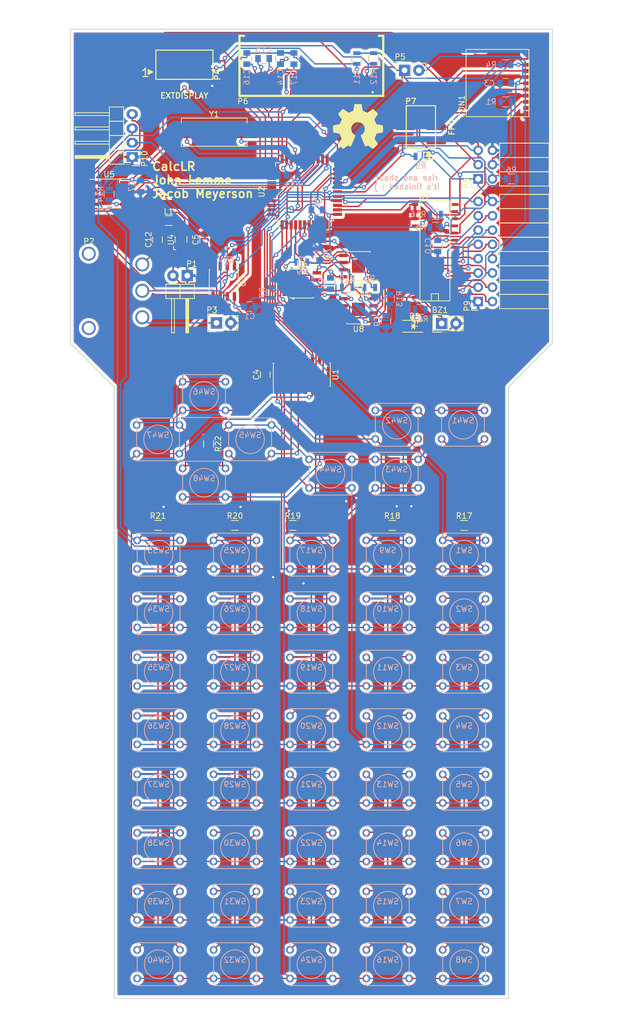
<source format=kicad_pcb>
(kicad_pcb (version 20160815) (host pcbnew no-vcs-found-7400~56~ubuntu16.10.1)
  (layers (0 F.Cu signal) (31 B.Cu signal) (34 B.Paste user) (35 F.Paste user) (36 B.SilkS user) (37 F.SilkS user) (38 B.Mask user) (39 F.Mask user) (44 Edge.Cuts user))
  (net 0 "")
  (net 1 VCC)
  (net 2 GND)
  (net 3 /COMM_SCL)
  (net 4 /COMM_SDA)
  (net 5 "Net-(BZ1-Pad1)")
  (net 6 "Net-(C5-Pad1)")
  (net 7 "Net-(C12-Pad1)")
  (net 8 "Net-(C14-Pad2)")
  (net 9 "Net-(C15-Pad1)")
  (net 10 "Net-(C15-Pad2)")
  (net 11 "Net-(C16-Pad2)")
  (net 12 "Net-(C17-Pad1)")
  (net 13 "Net-(CON1-Pad8)")
  (net 14 /PBUS_MISO)
  (net 15 /PBUS_SCK)
  (net 16 /PBUS_MOSI)
  (net 17 /PBUS_CS3)
  (net 18 "Net-(D1-Pad1)")
  (net 19 "Net-(D1-Pad2)")
  (net 20 "Net-(L1-Pad2)")
  (net 21 "Net-(P2-Pad3)")
  (net 22 /DBUS_SCL)
  (net 23 /DBUS_SDA)
  (net 24 /DBUS_A0)
  (net 25 /DBUS_RST)
  (net 26 /DBUS_CS)
  (net 27 /DBUS_BCKL)
  (net 28 "Net-(P6-Pad20)")
  (net 29 "Net-(P6-Pad19)")
  (net 30 "Net-(P6-Pad18)")
  (net 31 "Net-(P6-Pad17)")
  (net 32 "Net-(P6-Pad16)")
  (net 33 "Net-(P6-Pad15)")
  (net 34 /PBUS_CS1)
  (net 35 /PBUS_CS2)
  (net 36 /ADC_CH1)
  (net 37 "Net-(P9-Pad14)")
  (net 38 "Net-(P9-Pad13)")
  (net 39 "Net-(P9-Pad12)")
  (net 40 "Net-(P9-Pad11)")
  (net 41 "Net-(P9-Pad10)")
  (net 42 "Net-(P9-Pad9)")
  (net 43 "Net-(P9-Pad8)")
  (net 44 "Net-(P9-Pad7)")
  (net 45 "Net-(P9-Pad6)")
  (net 46 "Net-(P9-Pad5)")
  (net 47 "Net-(P9-Pad4)")
  (net 48 "Net-(P9-Pad3)")
  (net 49 "Net-(P9-Pad2)")
  (net 50 /COMM_TX)
  (net 51 /COMM_RX)
  (net 52 /COMM_RST)
  (net 53 /PBUS_CS4)
  (net 54 /PBUS_CS0)
  (net 55 /MBUS_MISO)
  (net 56 /MBUS_CS2)
  (net 57 /MBUS_CS0)
  (net 58 /MBUS_CS1)
  (net 59 "Net-(R13-Pad1)")
  (net 60 "Net-(R16-Pad1)")
  (net 61 "Net-(SW1-Pad2)")
  (net 62 /KEYM_ROW5)
  (net 63 "Net-(SW10-Pad2)")
  (net 64 "Net-(SW11-Pad2)")
  (net 65 "Net-(SW12-Pad2)")
  (net 66 "Net-(SW13-Pad2)")
  (net 67 "Net-(SW14-Pad2)")
  (net 68 "Net-(SW15-Pad2)")
  (net 69 "Net-(SW16-Pad2)")
  (net 70 /KEYM_ROW4)
  (net 71 /KEYM_ROW3)
  (net 72 /KEYM_ROW2)
  (net 73 /KEYM_ROW1)
  (net 74 /KEYM_ROW0)
  (net 75 /KEYM_DAT)
  (net 76 "Net-(U1-Pad13)")
  (net 77 /KEYM_LAT)
  (net 78 /KEYM_CLK)
  (net 79 "Net-(U1-Pad10)")
  (net 80 "Net-(U1-Pad9)")
  (net 81 "Net-(U2-Pad31)")
  (net 82 "Net-(U2-Pad30)")
  (net 83 /MBUS_SCK)
  (net 84 /MBUS_MOSI)
  (net 85 "Net-(U7-Pad20)")
  (net 86 "Net-(U7-Pad19)")
  (net 87 "Net-(U8-Pad3)")
  (net 88 "Net-(U9-Pad3)")
  (net 89 "Net-(CON1-Pad10)")
  (net 90 "Net-(CON1-Pad11)")
  (module Capacitors_SMD:C_0805 (layer B.Cu) (at 53 66.8)
    (fp_text reference C1 (at 0 1.7) (layer B.SilkS) (effects (justify mirror)))
    (fp_text value .1uF)
    (pad 1 smd rect (at -1 0) (size 1 1.25) (layers B.Cu B.Paste B.Mask) (net 1 VCC))
    (pad 2 smd rect (at 1 0) (size 1 1.25) (layers B.Cu B.Paste B.Mask) (net 2 GND))
  )
  (module Capacitors_SMD:C_0805 (layer B.Cu) (at 67.4 62.7 270)
    (fp_text reference C2 (at 0 1.6 270) (layer B.SilkS) (effects (justify mirror)))
    (fp_text value .1uF)
    (pad 1 smd rect (at -1 0 270) (size 1 1.25) (layers B.Cu B.Paste B.Mask) (net 1 VCC))
    (pad 2 smd rect (at 1 0 270) (size 1 1.25) (layers B.Cu B.Paste B.Mask) (net 2 GND))
  )
  (module Capacitors_SMD:C_0805 (layer B.Cu) (at 98.6 27.1 180)
    (fp_text reference C3 (at 2.9 0 180) (layer B.SilkS) (effects (justify mirror)))
    (fp_text value .1uF)
    (pad 2 smd rect (at 1 0 180) (size 1 1.25) (layers B.Cu B.Paste B.Mask) (net 2 GND))
    (pad 1 smd rect (at -1 0 180) (size 1 1.25) (layers B.Cu B.Paste B.Mask) (net 1 VCC))
  )
  (module Capacitors_SMD:C_0805 (layer F.Cu) (at 55.8 78.9 270)
    (fp_text reference C4 (at 0 1.6 270) (layer F.SilkS))
    (fp_text value .1uF)
    (pad 2 smd rect (at 1 0 270) (size 1 1.25) (layers F.Cu F.Paste F.Mask) (net 2 GND))
    (pad 1 smd rect (at -1 0 270) (size 1 1.25) (layers F.Cu F.Paste F.Mask) (net 1 VCC))
  )
  (module Capacitors_SMD:C_0805 (layer F.Cu) (at 45 54.9 90)
    (fp_text reference C5 (at 0 -1.6 90) (layer F.SilkS))
    (fp_text value 1uF)
    (pad 1 smd rect (at -1 0 90) (size 1 1.25) (layers F.Cu F.Paste F.Mask) (net 6 "Net-(C5-Pad1)"))
    (pad 2 smd rect (at 1 0 90) (size 1 1.25) (layers F.Cu F.Paste F.Mask) (net 2 GND))
  )
  (module Capacitors_SMD:C_0805 (layer B.Cu) (at 65 49.6 180)
    (fp_text reference C6 (at 0 1.6 180) (layer B.SilkS) (effects (justify mirror)))
    (fp_text value .1uF)
    (pad 1 smd rect (at -1 0 180) (size 1 1.25) (layers B.Cu B.Paste B.Mask) (net 1 VCC))
    (pad 2 smd rect (at 1 0 180) (size 1 1.25) (layers B.Cu B.Paste B.Mask) (net 2 GND))
  )
  (module Capacitors_SMD:C_0805 (layer B.Cu) (at 33.6 45.4 270)
    (fp_text reference C7 (at 0 1.6 270) (layer B.SilkS) (effects (justify mirror)))
    (fp_text value .1uF)
    (pad 1 smd rect (at -1 0 270) (size 1 1.25) (layers B.Cu B.Paste B.Mask) (net 1 VCC))
    (pad 2 smd rect (at 1 0 270) (size 1 1.25) (layers B.Cu B.Paste B.Mask) (net 2 GND))
  )
  (module Capacitors_SMD:C_0805 (layer B.Cu) (at 65.5 57.5 90)
    (fp_text reference C8 (at 0 1.7 90) (layer B.SilkS) (effects (justify mirror)))
    (fp_text value .1uF)
    (pad 2 smd rect (at 1 0 90) (size 1 1.25) (layers B.Cu B.Paste B.Mask) (net 2 GND))
    (pad 1 smd rect (at -1 0 90) (size 1 1.25) (layers B.Cu B.Paste B.Mask) (net 1 VCC))
  )
  (module Capacitors_SMD:C_0805 (layer B.Cu) (at 77.3 69.4 270)
    (fp_text reference C9 (at 0 1.6 270) (layer B.SilkS) (effects (justify mirror)))
    (fp_text value .1uF)
    (pad 2 smd rect (at 1 0 270) (size 1 1.25) (layers B.Cu B.Paste B.Mask) (net 2 GND))
    (pad 1 smd rect (at -1 0 270) (size 1 1.25) (layers B.Cu B.Paste B.Mask) (net 1 VCC))
  )
  (module Capacitors_SMD:C_0805 (layer B.Cu) (at 86.5 56 270)
    (fp_text reference C10 (at 0 1.7 270) (layer B.SilkS) (effects (justify mirror)))
    (fp_text value .1uF)
    (pad 1 smd rect (at -1 0 270) (size 1 1.25) (layers B.Cu B.Paste B.Mask) (net 1 VCC))
    (pad 2 smd rect (at 1 0 270) (size 1 1.25) (layers B.Cu B.Paste B.Mask) (net 2 GND))
  )
  (module Capacitors_SMD:C_0805 (layer B.Cu) (at 60.6 43.4)
    (fp_text reference C11 (at 0 1.7) (layer B.SilkS) (effects (justify mirror)))
    (fp_text value .1uF)
    (pad 2 smd rect (at 1 0) (size 1 1.25) (layers B.Cu B.Paste B.Mask) (net 2 GND))
    (pad 1 smd rect (at -1 0) (size 1 1.25) (layers B.Cu B.Paste B.Mask) (net 1 VCC))
  )
  (module Capacitors_SMD:C_0805 (layer F.Cu) (at 36.6 54.9 90)
    (fp_text reference C12 (at 0 -1.6 90) (layer F.SilkS))
    (fp_text value 10uF)
    (pad 2 smd rect (at 1 0 90) (size 1 1.25) (layers F.Cu F.Paste F.Mask) (net 2 GND))
    (pad 1 smd rect (at -1 0 90) (size 1 1.25) (layers F.Cu F.Paste F.Mask) (net 7 "Net-(C12-Pad1)"))
  )
  (module Capacitors_SMD:C_0805 (layer B.Cu) (at 58.5 22.7 270)
    (fp_text reference C14 (at 3.3 0 270) (layer B.SilkS) (effects (justify mirror)))
    (fp_text value 1uF)
    (pad 2 smd rect (at 1 0 270) (size 1 1.25) (layers B.Cu B.Paste B.Mask) (net 8 "Net-(C14-Pad2)"))
    (pad 1 smd rect (at -1 0 270) (size 1 1.25) (layers B.Cu B.Paste B.Mask) (net 2 GND))
  )
  (module Capacitors_SMD:C_0805 (layer B.Cu) (at 55.5 22.7)
    (fp_text reference C15 (at 0 -1.6) (layer B.SilkS) (effects (justify mirror)))
    (fp_text value 1uF)
    (pad 1 smd rect (at -1 0) (size 1 1.25) (layers B.Cu B.Paste B.Mask) (net 9 "Net-(C15-Pad1)"))
    (pad 2 smd rect (at 1 0) (size 1 1.25) (layers B.Cu B.Paste B.Mask) (net 10 "Net-(C15-Pad2)"))
  )
  (module Capacitors_SMD:C_0805 (layer B.Cu) (at 52.5 22.7 270)
    (fp_text reference C16 (at 3.3 0 270) (layer B.SilkS) (effects (justify mirror)))
    (fp_text value 1uF)
    (pad 1 smd rect (at -1 0 270) (size 1 1.25) (layers B.Cu B.Paste B.Mask) (net 2 GND))
    (pad 2 smd rect (at 1 0 270) (size 1 1.25) (layers B.Cu B.Paste B.Mask) (net 11 "Net-(C16-Pad2)"))
  )
  (module Capacitors_SMD:C_0805 (layer B.Cu) (at 60.9 22.7 90)
    (fp_text reference C17 (at -3.3 0 90) (layer B.SilkS) (effects (justify mirror)))
    (fp_text value 1uF)
    (pad 2 smd rect (at 1 0 90) (size 1 1.25) (layers B.Cu B.Paste B.Mask) (net 2 GND))
    (pad 1 smd rect (at -1 0 90) (size 1 1.25) (layers B.Cu B.Paste B.Mask) (net 12 "Net-(C17-Pad1)"))
  )
  (module LEDs:LED_1206 (layer F.Cu) (at 82.4 70.3)
    (fp_text reference D1 (at 0 -1.8) (layer F.SilkS))
    (fp_text value SIGNAL)
    (pad 1 smd rect (at -1.41986 0 180) (size 1.59766 1.80086) (layers F.Cu F.Paste F.Mask) (net 18 "Net-(D1-Pad1)"))
    (pad 2 smd rect (at 1.41986 0 180) (size 1.59766 1.80086) (layers F.Cu F.Paste F.Mask) (net 19 "Net-(D1-Pad2)"))
  )
  (module Resistors_SMD:R_0805 (layer F.Cu) (at 38.6 51.5)
    (fp_text reference L1 (at 0 -1.6) (layer F.SilkS))
    (fp_text value 10uH)
    (pad 1 smd rect (at -0.95 0) (size 0.7 1.3) (layers F.Cu F.Paste F.Mask) (net 6 "Net-(C5-Pad1)"))
    (pad 2 smd rect (at 0.95 0) (size 0.7 1.3) (layers F.Cu F.Paste F.Mask) (net 20 "Net-(L1-Pad2)"))
  )
  (module altera:ERC240160_FPC (layer F.Cu) (at 64 23.5 180)
    (fp_text reference P6 (at 12.2 -6.8 180) (layer F.SilkS))
    (fp_text value DISPLAY)
    (pad 25 smd rect (at -10.8 -3.3 180) (size 0.5 2.5) (layers F.Cu F.Paste F.Mask) (net 2 GND))
    (pad 24 smd rect (at -9.9 -3.3 180) (size 0.5 2.5) (layers F.Cu F.Paste F.Mask) (net 22 /DBUS_SCL))
    (pad 23 smd rect (at -9 -3.3 180) (size 0.5 2.5) (layers F.Cu F.Paste F.Mask) (net 1 VCC))
    (pad 22 smd rect (at -8.1 -3.3 180) (size 0.5 2.5) (layers F.Cu F.Paste F.Mask) (net 23 /DBUS_SDA))
    (pad 21 smd rect (at -7.2 -3.3 180) (size 0.5 2.5) (layers F.Cu F.Paste F.Mask) (net 24 /DBUS_A0))
    (pad 20 smd rect (at -6.3 -3.3 180) (size 0.5 2.5) (layers F.Cu F.Paste F.Mask) (net 28 "Net-(P6-Pad20)"))
    (pad 19 smd rect (at -5.4 -3.3 180) (size 0.5 2.5) (layers F.Cu F.Paste F.Mask) (net 29 "Net-(P6-Pad19)"))
    (pad 18 smd rect (at -4.5 -3.3 180) (size 0.5 2.5) (layers F.Cu F.Paste F.Mask) (net 30 "Net-(P6-Pad18)"))
    (pad 17 smd rect (at -3.6 -3.3 180) (size 0.5 2.5) (layers F.Cu F.Paste F.Mask) (net 31 "Net-(P6-Pad17)"))
    (pad 16 smd rect (at -2.7 -3.3 180) (size 0.5 2.5) (layers F.Cu F.Paste F.Mask) (net 32 "Net-(P6-Pad16)"))
    (pad 15 smd rect (at -1.8 -3.3 180) (size 0.5 2.5) (layers F.Cu F.Paste F.Mask) (net 33 "Net-(P6-Pad15)"))
    (pad 14 smd rect (at -0.9 -3.3 180) (size 0.5 2.5) (layers F.Cu F.Paste F.Mask) (net 1 VCC))
    (pad 13 smd rect (at 0 -3.3 180) (size 0.5 2.5) (layers F.Cu F.Paste F.Mask) (net 25 /DBUS_RST))
    (pad 12 smd rect (at 0.9 -3.3 180) (size 0.5 2.5) (layers F.Cu F.Paste F.Mask) (net 1 VCC))
    (pad 11 smd rect (at 1.8 -3.3 180) (size 0.5 2.5) (layers F.Cu F.Paste F.Mask) (net 1 VCC))
    (pad 10 smd rect (at 2.7 -3.3 180) (size 0.5 2.5) (layers F.Cu F.Paste F.Mask) (net 2 GND))
    (pad 9 smd rect (at 3.6 -3.3 180) (size 0.5 2.5) (layers F.Cu F.Paste F.Mask) (net 26 /DBUS_CS))
    (pad 8 smd rect (at 4.5 -3.3 180) (size 0.5 2.5) (layers F.Cu F.Paste F.Mask) (net 12 "Net-(C17-Pad1)"))
    (pad 7 smd rect (at 5.4 -3.3 180) (size 0.5 2.5) (layers F.Cu F.Paste F.Mask) (net 2 GND))
    (pad 6 smd rect (at 6.3 -3.3 180) (size 0.5 2.5) (layers F.Cu F.Paste F.Mask) (net 1 VCC))
    (pad 5 smd rect (at 7.2 -3.3 180) (size 0.5 2.5) (layers F.Cu F.Paste F.Mask) (net 8 "Net-(C14-Pad2)"))
    (pad 4 smd rect (at 8.1 -3.3 180) (size 0.5 2.5) (layers F.Cu F.Paste F.Mask) (net 10 "Net-(C15-Pad2)"))
    (pad 3 smd rect (at 9 -3.3 180) (size 0.5 2.5) (layers F.Cu F.Paste F.Mask) (net 9 "Net-(C15-Pad1)"))
    (pad 2 smd rect (at 9.9 -3.3 180) (size 0.5 2.5) (layers F.Cu F.Paste F.Mask) (net 11 "Net-(C16-Pad2)"))
    (pad 1 smd rect (at 10.8 -3.3 180) (size 0.5 2.5) (layers F.Cu F.Paste F.Mask) (net 2 GND))
  )
  (module Pin_Headers:Pin_Header_Angled_1x04 (layer F.Cu) (at 32.1 40.2 180)
    (fp_text reference P10 (at -2.2 -0.3 90) (layer F.SilkS))
    (fp_text value PROG)
    (pad 4 thru_hole oval (at 0 7.62 180) (size 2.032 1.7272) (drill 1.016) (layers *.Cu *.Mask) (net 50 /COMM_TX))
    (pad 3 thru_hole oval (at 0 5.08 180) (size 2.032 1.7272) (drill 1.016) (layers *.Cu *.Mask) (net 51 /COMM_RX))
    (pad 2 thru_hole oval (at 0 2.54 180) (size 2.032 1.7272) (drill 1.016) (layers *.Cu *.Mask) (net 52 /COMM_RST))
    (pad 1 thru_hole rect (at 0 0 180) (size 2.032 1.7272) (drill 1.016) (layers *.Cu *.Mask) (net 2 GND))
  )
  (module Resistors_SMD:R_0805 (layer B.Cu) (at 98.6 30.4 180)
    (fp_text reference R1 (at 2.6 0 180) (layer B.SilkS) (effects (justify mirror)))
    (fp_text value 10K)
    (pad 2 smd rect (at 0.95 0 180) (size 0.7 1.3) (layers B.Cu B.Paste B.Mask) (net 1 VCC))
    (pad 1 smd rect (at -0.95 0 180) (size 0.7 1.3) (layers B.Cu B.Paste B.Mask) (net 14 /PBUS_MISO))
  )
  (module Resistors_SMD:R_0805 (layer B.Cu) (at 49.3 57.1)
    (fp_text reference R2 (at 0 1.7) (layer B.SilkS) (effects (justify mirror)))
    (fp_text value 10K)
    (pad 2 smd rect (at 0.95 0) (size 0.7 1.3) (layers B.Cu B.Paste B.Mask) (net 53 /PBUS_CS4))
    (pad 1 smd rect (at -0.95 0) (size 0.7 1.3) (layers B.Cu B.Paste B.Mask) (net 1 VCC))
  )
  (module Resistors_SMD:R_0805 (layer B.Cu) (at 86.1 52.7 180)
    (fp_text reference R3 (at 2.6 0 180) (layer B.SilkS) (effects (justify mirror)))
    (fp_text value 10K)
    (pad 1 smd rect (at -0.95 0 180) (size 0.7 1.3) (layers B.Cu B.Paste B.Mask) (net 54 /PBUS_CS0))
    (pad 2 smd rect (at 0.95 0 180) (size 0.7 1.3) (layers B.Cu B.Paste B.Mask) (net 1 VCC))
  )
  (module Resistors_SMD:R_0805 (layer B.Cu) (at 98.6 23.8)
    (fp_text reference R4 (at -2.6 0) (layer B.SilkS) (effects (justify mirror)))
    (fp_text value 10K)
    (pad 1 smd rect (at -0.95 0) (size 0.7 1.3) (layers B.Cu B.Paste B.Mask) (net 1 VCC))
    (pad 2 smd rect (at 0.95 0) (size 0.7 1.3) (layers B.Cu B.Paste B.Mask) (net 17 /PBUS_CS3))
  )
  (module Resistors_SMD:R_0805 (layer B.Cu) (at 83.5 40.1)
    (fp_text reference R5 (at 0 1.7) (layer B.SilkS) (effects (justify mirror)))
    (fp_text value 10K)
    (pad 2 smd rect (at 0.95 0) (size 0.7 1.3) (layers B.Cu B.Paste B.Mask) (net 1 VCC))
    (pad 1 smd rect (at -0.95 0) (size 0.7 1.3) (layers B.Cu B.Paste B.Mask) (net 34 /PBUS_CS1))
  )
  (module Resistors_SMD:R_0805 (layer B.Cu) (at 99.6 44.1 180)
    (fp_text reference R6 (at 0 1.6 180) (layer B.SilkS) (effects (justify mirror)))
    (fp_text value 10K)
    (pad 2 smd rect (at 0.95 0 180) (size 0.7 1.3) (layers B.Cu B.Paste B.Mask) (net 35 /PBUS_CS2))
    (pad 1 smd rect (at -0.95 0 180) (size 0.7 1.3) (layers B.Cu B.Paste B.Mask) (net 1 VCC))
  )
  (module Resistors_SMD:R_0805 (layer B.Cu) (at 56.9 64.3 270)
    (fp_text reference R7 (at 0 1.6 270) (layer B.SilkS) (effects (justify mirror)))
    (fp_text value 10K)
    (pad 1 smd rect (at -0.95 0 270) (size 0.7 1.3) (layers B.Cu B.Paste B.Mask) (net 55 /MBUS_MISO))
    (pad 2 smd rect (at 0.95 0 270) (size 0.7 1.3) (layers B.Cu B.Paste B.Mask) (net 1 VCC))
  )
  (module Resistors_SMD:R_0805 (layer B.Cu) (at 74.4 63.4)
    (fp_text reference R8 (at 0 -1.6) (layer B.SilkS) (effects (justify mirror)))
    (fp_text value 10K)
    (pad 1 smd rect (at -0.95 0) (size 0.7 1.3) (layers B.Cu B.Paste B.Mask) (net 1 VCC))
    (pad 2 smd rect (at 0.95 0) (size 0.7 1.3) (layers B.Cu B.Paste B.Mask) (net 56 /MBUS_CS2))
  )
  (module Resistors_SMD:R_0805 (layer B.Cu) (at 62.3 58.9)
    (fp_text reference R9 (at 0 1.7) (layer B.SilkS) (effects (justify mirror)))
    (fp_text value 10K)
    (pad 2 smd rect (at 0.95 0) (size 0.7 1.3) (layers B.Cu B.Paste B.Mask) (net 1 VCC))
    (pad 1 smd rect (at -0.95 0) (size 0.7 1.3) (layers B.Cu B.Paste B.Mask) (net 57 /MBUS_CS0))
  )
  (module Resistors_SMD:R_0805 (layer B.Cu) (at 70.4 63.4 180)
    (fp_text reference R10 (at 0 1.6 180) (layer B.SilkS) (effects (justify mirror)))
    (fp_text value 10K)
    (pad 2 smd rect (at 0.95 0 180) (size 0.7 1.3) (layers B.Cu B.Paste B.Mask) (net 58 /MBUS_CS1))
    (pad 1 smd rect (at -0.95 0 180) (size 0.7 1.3) (layers B.Cu B.Paste B.Mask) (net 1 VCC))
  )
  (module Resistors_SMD:R_0805 (layer B.Cu) (at 72.1 22.7 90)
    (fp_text reference R11 (at -3.2 0 90) (layer B.SilkS) (effects (justify mirror)))
    (fp_text value 4.7K)
    (pad 1 smd rect (at -0.95 0 90) (size 0.7 1.3) (layers B.Cu B.Paste B.Mask) (net 23 /DBUS_SDA))
    (pad 2 smd rect (at 0.95 0 90) (size 0.7 1.3) (layers B.Cu B.Paste B.Mask) (net 1 VCC))
  )
  (module Resistors_SMD:R_0805 (layer B.Cu) (at 75.1 22.7 90)
    (fp_text reference R12 (at -3.2 0 90) (layer B.SilkS) (effects (justify mirror)))
    (fp_text value 4.7K)
    (pad 2 smd rect (at 0.95 0 90) (size 0.7 1.3) (layers B.Cu B.Paste B.Mask) (net 1 VCC))
    (pad 1 smd rect (at -0.95 0 90) (size 0.7 1.3) (layers B.Cu B.Paste B.Mask) (net 22 /DBUS_SCL))
  )
  (module Resistors_SMD:R_0805 (layer B.Cu) (at 77.9 65.4 90)
    (fp_text reference R13 (at 0 1.8 90) (layer B.SilkS) (effects (justify mirror)))
    (fp_text value 10K)
    (pad 1 smd rect (at -0.95 0 90) (size 0.7 1.3) (layers B.Cu B.Paste B.Mask) (net 59 "Net-(R13-Pad1)"))
    (pad 2 smd rect (at 0.95 0 90) (size 0.7 1.3) (layers B.Cu B.Paste B.Mask) (net 1 VCC))
  )
  (module Resistors_SMD:R_0805 (layer B.Cu) (at 28 46.8 270)
    (fp_text reference R14 (at 0 1.6 270) (layer B.SilkS) (effects (justify mirror)))
    (fp_text value 10K)
    (pad 2 smd rect (at 0.95 0 270) (size 0.7 1.3) (layers B.Cu B.Paste B.Mask) (net 4 /COMM_SDA))
    (pad 1 smd rect (at -0.95 0 270) (size 0.7 1.3) (layers B.Cu B.Paste B.Mask) (net 1 VCC))
  )
  (module Resistors_SMD:R_0805 (layer B.Cu) (at 83.4 67.3)
    (fp_text reference R15 (at 0 1.7) (layer B.SilkS) (effects (justify mirror)))
    (fp_text value 330)
    (pad 1 smd rect (at -0.95 0) (size 0.7 1.3) (layers B.Cu B.Paste B.Mask) (net 19 "Net-(D1-Pad2)"))
    (pad 2 smd rect (at 0.95 0) (size 0.7 1.3) (layers B.Cu B.Paste B.Mask) (net 1 VCC))
  )
  (module Resistors_SMD:R_0805 (layer B.Cu) (at 86.1 50.4)
    (fp_text reference R16 (at -3.1 0) (layer B.SilkS) (effects (justify mirror)))
    (fp_text value 10K)
    (pad 2 smd rect (at 0.95 0) (size 0.7 1.3) (layers B.Cu B.Paste B.Mask) (net 1 VCC))
    (pad 1 smd rect (at -0.95 0) (size 0.7 1.3) (layers B.Cu B.Paste B.Mask) (net 60 "Net-(R16-Pad1)"))
  )
  (module Buttons_Switches_ThroughHole:SW_PUSH_SMALL (layer B.Cu) (at 91.2 110.9 180)
    (fp_text reference SW1 (at 0 0.762 180) (layer B.SilkS) (effects (justify mirror)))
    (fp_text value KEY)
    (pad 2 thru_hole circle (at -3.81 -2.54 180) (size 1.397 1.397) (drill 0.8128) (layers *.Cu *.Mask) (net 61 "Net-(SW1-Pad2)"))
    (pad 1 thru_hole circle (at -3.81 2.54 180) (size 1.397 1.397) (drill 0.8128) (layers *.Cu *.Mask) (net 62 /KEYM_ROW5))
    (pad 2 thru_hole circle (at 3.81 -2.54 180) (size 1.397 1.397) (drill 0.8128) (layers *.Cu *.Mask) (net 61 "Net-(SW1-Pad2)"))
    (pad 1 thru_hole circle (at 3.81 2.54 180) (size 1.397 1.397) (drill 0.8128) (layers *.Cu *.Mask) (net 62 /KEYM_ROW5))
  )
  (module Buttons_Switches_ThroughHole:SW_PUSH_SMALL (layer B.Cu) (at 91.2 121.3 180)
    (fp_text reference SW2 (at 0 0.762 180) (layer B.SilkS) (effects (justify mirror)))
    (fp_text value KEY)
    (pad 2 thru_hole circle (at -3.81 -2.54 180) (size 1.397 1.397) (drill 0.8128) (layers *.Cu *.Mask) (net 63 "Net-(SW10-Pad2)"))
    (pad 1 thru_hole circle (at -3.81 2.54 180) (size 1.397 1.397) (drill 0.8128) (layers *.Cu *.Mask) (net 62 /KEYM_ROW5))
    (pad 2 thru_hole circle (at 3.81 -2.54 180) (size 1.397 1.397) (drill 0.8128) (layers *.Cu *.Mask) (net 63 "Net-(SW10-Pad2)"))
    (pad 1 thru_hole circle (at 3.81 2.54 180) (size 1.397 1.397) (drill 0.8128) (layers *.Cu *.Mask) (net 62 /KEYM_ROW5))
  )
  (module Buttons_Switches_ThroughHole:SW_PUSH_SMALL (layer B.Cu) (at 91.2 131.7 180)
    (fp_text reference SW3 (at 0 0.762 180) (layer B.SilkS) (effects (justify mirror)))
    (fp_text value KEY)
    (pad 1 thru_hole circle (at 3.81 2.54 180) (size 1.397 1.397) (drill 0.8128) (layers *.Cu *.Mask) (net 62 /KEYM_ROW5))
    (pad 2 thru_hole circle (at 3.81 -2.54 180) (size 1.397 1.397) (drill 0.8128) (layers *.Cu *.Mask) (net 64 "Net-(SW11-Pad2)"))
    (pad 1 thru_hole circle (at -3.81 2.54 180) (size 1.397 1.397) (drill 0.8128) (layers *.Cu *.Mask) (net 62 /KEYM_ROW5))
    (pad 2 thru_hole circle (at -3.81 -2.54 180) (size 1.397 1.397) (drill 0.8128) (layers *.Cu *.Mask) (net 64 "Net-(SW11-Pad2)"))
  )
  (module Buttons_Switches_ThroughHole:SW_PUSH_SMALL (layer B.Cu) (at 91.2 142.1 180)
    (fp_text reference SW4 (at 0 0.762 180) (layer B.SilkS) (effects (justify mirror)))
    (fp_text value KEY)
    (pad 1 thru_hole circle (at 3.81 2.54 180) (size 1.397 1.397) (drill 0.8128) (layers *.Cu *.Mask) (net 62 /KEYM_ROW5))
    (pad 2 thru_hole circle (at 3.81 -2.54 180) (size 1.397 1.397) (drill 0.8128) (layers *.Cu *.Mask) (net 65 "Net-(SW12-Pad2)"))
    (pad 1 thru_hole circle (at -3.81 2.54 180) (size 1.397 1.397) (drill 0.8128) (layers *.Cu *.Mask) (net 62 /KEYM_ROW5))
    (pad 2 thru_hole circle (at -3.81 -2.54 180) (size 1.397 1.397) (drill 0.8128) (layers *.Cu *.Mask) (net 65 "Net-(SW12-Pad2)"))
  )
  (module Buttons_Switches_ThroughHole:SW_PUSH_SMALL (layer B.Cu) (at 91.2 152.5 180)
    (fp_text reference SW5 (at 0 0.762 180) (layer B.SilkS) (effects (justify mirror)))
    (fp_text value KEY)
    (pad 1 thru_hole circle (at 3.81 2.54 180) (size 1.397 1.397) (drill 0.8128) (layers *.Cu *.Mask) (net 62 /KEYM_ROW5))
    (pad 2 thru_hole circle (at 3.81 -2.54 180) (size 1.397 1.397) (drill 0.8128) (layers *.Cu *.Mask) (net 66 "Net-(SW13-Pad2)"))
    (pad 1 thru_hole circle (at -3.81 2.54 180) (size 1.397 1.397) (drill 0.8128) (layers *.Cu *.Mask) (net 62 /KEYM_ROW5))
    (pad 2 thru_hole circle (at -3.81 -2.54 180) (size 1.397 1.397) (drill 0.8128) (layers *.Cu *.Mask) (net 66 "Net-(SW13-Pad2)"))
  )
  (module Buttons_Switches_ThroughHole:SW_PUSH_SMALL (layer B.Cu) (at 91.2 162.9 180)
    (fp_text reference SW6 (at 0 0.762 180) (layer B.SilkS) (effects (justify mirror)))
    (fp_text value KEY)
    (pad 1 thru_hole circle (at 3.81 2.54 180) (size 1.397 1.397) (drill 0.8128) (layers *.Cu *.Mask) (net 62 /KEYM_ROW5))
    (pad 2 thru_hole circle (at 3.81 -2.54 180) (size 1.397 1.397) (drill 0.8128) (layers *.Cu *.Mask) (net 67 "Net-(SW14-Pad2)"))
    (pad 1 thru_hole circle (at -3.81 2.54 180) (size 1.397 1.397) (drill 0.8128) (layers *.Cu *.Mask) (net 62 /KEYM_ROW5))
    (pad 2 thru_hole circle (at -3.81 -2.54 180) (size 1.397 1.397) (drill 0.8128) (layers *.Cu *.Mask) (net 67 "Net-(SW14-Pad2)"))
  )
  (module Buttons_Switches_ThroughHole:SW_PUSH_SMALL (layer B.Cu) (at 91.2 173.3 180)
    (fp_text reference SW7 (at 0 0.762 180) (layer B.SilkS) (effects (justify mirror)))
    (fp_text value KEY)
    (pad 1 thru_hole circle (at 3.81 2.54 180) (size 1.397 1.397) (drill 0.8128) (layers *.Cu *.Mask) (net 62 /KEYM_ROW5))
    (pad 2 thru_hole circle (at 3.81 -2.54 180) (size 1.397 1.397) (drill 0.8128) (layers *.Cu *.Mask) (net 68 "Net-(SW15-Pad2)"))
    (pad 1 thru_hole circle (at -3.81 2.54 180) (size 1.397 1.397) (drill 0.8128) (layers *.Cu *.Mask) (net 62 /KEYM_ROW5))
    (pad 2 thru_hole circle (at -3.81 -2.54 180) (size 1.397 1.397) (drill 0.8128) (layers *.Cu *.Mask) (net 68 "Net-(SW15-Pad2)"))
  )
  (module Buttons_Switches_ThroughHole:SW_PUSH_SMALL (layer B.Cu) (at 91.2 183.7 180)
    (fp_text reference SW8 (at 0 0.762 180) (layer B.SilkS) (effects (justify mirror)))
    (fp_text value KEY)
    (pad 2 thru_hole circle (at -3.81 -2.54 180) (size 1.397 1.397) (drill 0.8128) (layers *.Cu *.Mask) (net 69 "Net-(SW16-Pad2)"))
    (pad 1 thru_hole circle (at -3.81 2.54 180) (size 1.397 1.397) (drill 0.8128) (layers *.Cu *.Mask) (net 62 /KEYM_ROW5))
    (pad 2 thru_hole circle (at 3.81 -2.54 180) (size 1.397 1.397) (drill 0.8128) (layers *.Cu *.Mask) (net 69 "Net-(SW16-Pad2)"))
    (pad 1 thru_hole circle (at 3.81 2.54 180) (size 1.397 1.397) (drill 0.8128) (layers *.Cu *.Mask) (net 62 /KEYM_ROW5))
  )
  (module Buttons_Switches_ThroughHole:SW_PUSH_SMALL (layer B.Cu) (at 77.6 110.9 180)
    (fp_text reference SW9 (at 0 0.762 180) (layer B.SilkS) (effects (justify mirror)))
    (fp_text value KEY)
    (pad 1 thru_hole circle (at 3.81 2.54 180) (size 1.397 1.397) (drill 0.8128) (layers *.Cu *.Mask) (net 70 /KEYM_ROW4))
    (pad 2 thru_hole circle (at 3.81 -2.54 180) (size 1.397 1.397) (drill 0.8128) (layers *.Cu *.Mask) (net 61 "Net-(SW1-Pad2)"))
    (pad 1 thru_hole circle (at -3.81 2.54 180) (size 1.397 1.397) (drill 0.8128) (layers *.Cu *.Mask) (net 70 /KEYM_ROW4))
    (pad 2 thru_hole circle (at -3.81 -2.54 180) (size 1.397 1.397) (drill 0.8128) (layers *.Cu *.Mask) (net 61 "Net-(SW1-Pad2)"))
  )
  (module Buttons_Switches_ThroughHole:SW_PUSH_SMALL (layer B.Cu) (at 77.6 121.3 180)
    (fp_text reference SW10 (at 0 0.762 180) (layer B.SilkS) (effects (justify mirror)))
    (fp_text value KEY)
    (pad 2 thru_hole circle (at -3.81 -2.54 180) (size 1.397 1.397) (drill 0.8128) (layers *.Cu *.Mask) (net 63 "Net-(SW10-Pad2)"))
    (pad 1 thru_hole circle (at -3.81 2.54 180) (size 1.397 1.397) (drill 0.8128) (layers *.Cu *.Mask) (net 70 /KEYM_ROW4))
    (pad 2 thru_hole circle (at 3.81 -2.54 180) (size 1.397 1.397) (drill 0.8128) (layers *.Cu *.Mask) (net 63 "Net-(SW10-Pad2)"))
    (pad 1 thru_hole circle (at 3.81 2.54 180) (size 1.397 1.397) (drill 0.8128) (layers *.Cu *.Mask) (net 70 /KEYM_ROW4))
  )
  (module Buttons_Switches_ThroughHole:SW_PUSH_SMALL (layer B.Cu) (at 77.6 131.7 180)
    (fp_text reference SW11 (at 0 0.762 180) (layer B.SilkS) (effects (justify mirror)))
    (fp_text value KEY)
    (pad 2 thru_hole circle (at -3.81 -2.54 180) (size 1.397 1.397) (drill 0.8128) (layers *.Cu *.Mask) (net 64 "Net-(SW11-Pad2)"))
    (pad 1 thru_hole circle (at -3.81 2.54 180) (size 1.397 1.397) (drill 0.8128) (layers *.Cu *.Mask) (net 70 /KEYM_ROW4))
    (pad 2 thru_hole circle (at 3.81 -2.54 180) (size 1.397 1.397) (drill 0.8128) (layers *.Cu *.Mask) (net 64 "Net-(SW11-Pad2)"))
    (pad 1 thru_hole circle (at 3.81 2.54 180) (size 1.397 1.397) (drill 0.8128) (layers *.Cu *.Mask) (net 70 /KEYM_ROW4))
  )
  (module Buttons_Switches_ThroughHole:SW_PUSH_SMALL (layer B.Cu) (at 77.6 142.1 180)
    (fp_text reference SW12 (at 0 0.762 180) (layer B.SilkS) (effects (justify mirror)))
    (fp_text value KEY)
    (pad 2 thru_hole circle (at -3.81 -2.54 180) (size 1.397 1.397) (drill 0.8128) (layers *.Cu *.Mask) (net 65 "Net-(SW12-Pad2)"))
    (pad 1 thru_hole circle (at -3.81 2.54 180) (size 1.397 1.397) (drill 0.8128) (layers *.Cu *.Mask) (net 70 /KEYM_ROW4))
    (pad 2 thru_hole circle (at 3.81 -2.54 180) (size 1.397 1.397) (drill 0.8128) (layers *.Cu *.Mask) (net 65 "Net-(SW12-Pad2)"))
    (pad 1 thru_hole circle (at 3.81 2.54 180) (size 1.397 1.397) (drill 0.8128) (layers *.Cu *.Mask) (net 70 /KEYM_ROW4))
  )
  (module Buttons_Switches_ThroughHole:SW_PUSH_SMALL (layer B.Cu) (at 77.6 152.5 180)
    (fp_text reference SW13 (at 0 0.762 180) (layer B.SilkS) (effects (justify mirror)))
    (fp_text value KEY)
    (pad 1 thru_hole circle (at 3.81 2.54 180) (size 1.397 1.397) (drill 0.8128) (layers *.Cu *.Mask) (net 70 /KEYM_ROW4))
    (pad 2 thru_hole circle (at 3.81 -2.54 180) (size 1.397 1.397) (drill 0.8128) (layers *.Cu *.Mask) (net 66 "Net-(SW13-Pad2)"))
    (pad 1 thru_hole circle (at -3.81 2.54 180) (size 1.397 1.397) (drill 0.8128) (layers *.Cu *.Mask) (net 70 /KEYM_ROW4))
    (pad 2 thru_hole circle (at -3.81 -2.54 180) (size 1.397 1.397) (drill 0.8128) (layers *.Cu *.Mask) (net 66 "Net-(SW13-Pad2)"))
  )
  (module Buttons_Switches_ThroughHole:SW_PUSH_SMALL (layer B.Cu) (at 77.6 162.9 180)
    (fp_text reference SW14 (at 0 0.762 180) (layer B.SilkS) (effects (justify mirror)))
    (fp_text value KEY)
    (pad 2 thru_hole circle (at -3.81 -2.54 180) (size 1.397 1.397) (drill 0.8128) (layers *.Cu *.Mask) (net 67 "Net-(SW14-Pad2)"))
    (pad 1 thru_hole circle (at -3.81 2.54 180) (size 1.397 1.397) (drill 0.8128) (layers *.Cu *.Mask) (net 70 /KEYM_ROW4))
    (pad 2 thru_hole circle (at 3.81 -2.54 180) (size 1.397 1.397) (drill 0.8128) (layers *.Cu *.Mask) (net 67 "Net-(SW14-Pad2)"))
    (pad 1 thru_hole circle (at 3.81 2.54 180) (size 1.397 1.397) (drill 0.8128) (layers *.Cu *.Mask) (net 70 /KEYM_ROW4))
  )
  (module Buttons_Switches_ThroughHole:SW_PUSH_SMALL (layer B.Cu) (at 77.6 173.3 180)
    (fp_text reference SW15 (at 0 0.762 180) (layer B.SilkS) (effects (justify mirror)))
    (fp_text value KEY)
    (pad 2 thru_hole circle (at -3.81 -2.54 180) (size 1.397 1.397) (drill 0.8128) (layers *.Cu *.Mask) (net 68 "Net-(SW15-Pad2)"))
    (pad 1 thru_hole circle (at -3.81 2.54 180) (size 1.397 1.397) (drill 0.8128) (layers *.Cu *.Mask) (net 70 /KEYM_ROW4))
    (pad 2 thru_hole circle (at 3.81 -2.54 180) (size 1.397 1.397) (drill 0.8128) (layers *.Cu *.Mask) (net 68 "Net-(SW15-Pad2)"))
    (pad 1 thru_hole circle (at 3.81 2.54 180) (size 1.397 1.397) (drill 0.8128) (layers *.Cu *.Mask) (net 70 /KEYM_ROW4))
  )
  (module Buttons_Switches_ThroughHole:SW_PUSH_SMALL (layer B.Cu) (at 77.6 183.7 180)
    (fp_text reference SW16 (at 0 0.762 180) (layer B.SilkS) (effects (justify mirror)))
    (fp_text value KEY)
    (pad 1 thru_hole circle (at 3.81 2.54 180) (size 1.397 1.397) (drill 0.8128) (layers *.Cu *.Mask) (net 70 /KEYM_ROW4))
    (pad 2 thru_hole circle (at 3.81 -2.54 180) (size 1.397 1.397) (drill 0.8128) (layers *.Cu *.Mask) (net 69 "Net-(SW16-Pad2)"))
    (pad 1 thru_hole circle (at -3.81 2.54 180) (size 1.397 1.397) (drill 0.8128) (layers *.Cu *.Mask) (net 70 /KEYM_ROW4))
    (pad 2 thru_hole circle (at -3.81 -2.54 180) (size 1.397 1.397) (drill 0.8128) (layers *.Cu *.Mask) (net 69 "Net-(SW16-Pad2)"))
  )
  (module Buttons_Switches_ThroughHole:SW_PUSH_SMALL (layer B.Cu) (at 64 110.9 180)
    (fp_text reference SW17 (at 0 0.762 180) (layer B.SilkS) (effects (justify mirror)))
    (fp_text value KEY)
    (pad 2 thru_hole circle (at -3.81 -2.54 180) (size 1.397 1.397) (drill 0.8128) (layers *.Cu *.Mask) (net 61 "Net-(SW1-Pad2)"))
    (pad 1 thru_hole circle (at -3.81 2.54 180) (size 1.397 1.397) (drill 0.8128) (layers *.Cu *.Mask) (net 71 /KEYM_ROW3))
    (pad 2 thru_hole circle (at 3.81 -2.54 180) (size 1.397 1.397) (drill 0.8128) (layers *.Cu *.Mask) (net 61 "Net-(SW1-Pad2)"))
    (pad 1 thru_hole circle (at 3.81 2.54 180) (size 1.397 1.397) (drill 0.8128) (layers *.Cu *.Mask) (net 71 /KEYM_ROW3))
  )
  (module Buttons_Switches_ThroughHole:SW_PUSH_SMALL (layer B.Cu) (at 64 121.3 180)
    (fp_text reference SW18 (at 0 0.762 180) (layer B.SilkS) (effects (justify mirror)))
    (fp_text value KEY)
    (pad 1 thru_hole circle (at 3.81 2.54 180) (size 1.397 1.397) (drill 0.8128) (layers *.Cu *.Mask) (net 71 /KEYM_ROW3))
    (pad 2 thru_hole circle (at 3.81 -2.54 180) (size 1.397 1.397) (drill 0.8128) (layers *.Cu *.Mask) (net 63 "Net-(SW10-Pad2)"))
    (pad 1 thru_hole circle (at -3.81 2.54 180) (size 1.397 1.397) (drill 0.8128) (layers *.Cu *.Mask) (net 71 /KEYM_ROW3))
    (pad 2 thru_hole circle (at -3.81 -2.54 180) (size 1.397 1.397) (drill 0.8128) (layers *.Cu *.Mask) (net 63 "Net-(SW10-Pad2)"))
  )
  (module Buttons_Switches_ThroughHole:SW_PUSH_SMALL (layer B.Cu) (at 64 131.7 180)
    (fp_text reference SW19 (at 0 0.762 180) (layer B.SilkS) (effects (justify mirror)))
    (fp_text value KEY)
    (pad 1 thru_hole circle (at 3.81 2.54 180) (size 1.397 1.397) (drill 0.8128) (layers *.Cu *.Mask) (net 71 /KEYM_ROW3))
    (pad 2 thru_hole circle (at 3.81 -2.54 180) (size 1.397 1.397) (drill 0.8128) (layers *.Cu *.Mask) (net 64 "Net-(SW11-Pad2)"))
    (pad 1 thru_hole circle (at -3.81 2.54 180) (size 1.397 1.397) (drill 0.8128) (layers *.Cu *.Mask) (net 71 /KEYM_ROW3))
    (pad 2 thru_hole circle (at -3.81 -2.54 180) (size 1.397 1.397) (drill 0.8128) (layers *.Cu *.Mask) (net 64 "Net-(SW11-Pad2)"))
  )
  (module Buttons_Switches_ThroughHole:SW_PUSH_SMALL (layer B.Cu) (at 64 142.1 180)
    (fp_text reference SW20 (at 0 0.762 180) (layer B.SilkS) (effects (justify mirror)))
    (fp_text value KEY)
    (pad 1 thru_hole circle (at 3.81 2.54 180) (size 1.397 1.397) (drill 0.8128) (layers *.Cu *.Mask) (net 71 /KEYM_ROW3))
    (pad 2 thru_hole circle (at 3.81 -2.54 180) (size 1.397 1.397) (drill 0.8128) (layers *.Cu *.Mask) (net 65 "Net-(SW12-Pad2)"))
    (pad 1 thru_hole circle (at -3.81 2.54 180) (size 1.397 1.397) (drill 0.8128) (layers *.Cu *.Mask) (net 71 /KEYM_ROW3))
    (pad 2 thru_hole circle (at -3.81 -2.54 180) (size 1.397 1.397) (drill 0.8128) (layers *.Cu *.Mask) (net 65 "Net-(SW12-Pad2)"))
  )
  (module Buttons_Switches_ThroughHole:SW_PUSH_SMALL (layer B.Cu) (at 64 152.5 180)
    (fp_text reference SW21 (at 0 0.762 180) (layer B.SilkS) (effects (justify mirror)))
    (fp_text value KEY)
    (pad 1 thru_hole circle (at 3.81 2.54 180) (size 1.397 1.397) (drill 0.8128) (layers *.Cu *.Mask) (net 71 /KEYM_ROW3))
    (pad 2 thru_hole circle (at 3.81 -2.54 180) (size 1.397 1.397) (drill 0.8128) (layers *.Cu *.Mask) (net 66 "Net-(SW13-Pad2)"))
    (pad 1 thru_hole circle (at -3.81 2.54 180) (size 1.397 1.397) (drill 0.8128) (layers *.Cu *.Mask) (net 71 /KEYM_ROW3))
    (pad 2 thru_hole circle (at -3.81 -2.54 180) (size 1.397 1.397) (drill 0.8128) (layers *.Cu *.Mask) (net 66 "Net-(SW13-Pad2)"))
  )
  (module Buttons_Switches_ThroughHole:SW_PUSH_SMALL (layer B.Cu) (at 64 162.9 180)
    (fp_text reference SW22 (at 0 0.762 180) (layer B.SilkS) (effects (justify mirror)))
    (fp_text value KEY)
    (pad 1 thru_hole circle (at 3.81 2.54 180) (size 1.397 1.397) (drill 0.8128) (layers *.Cu *.Mask) (net 71 /KEYM_ROW3))
    (pad 2 thru_hole circle (at 3.81 -2.54 180) (size 1.397 1.397) (drill 0.8128) (layers *.Cu *.Mask) (net 67 "Net-(SW14-Pad2)"))
    (pad 1 thru_hole circle (at -3.81 2.54 180) (size 1.397 1.397) (drill 0.8128) (layers *.Cu *.Mask) (net 71 /KEYM_ROW3))
    (pad 2 thru_hole circle (at -3.81 -2.54 180) (size 1.397 1.397) (drill 0.8128) (layers *.Cu *.Mask) (net 67 "Net-(SW14-Pad2)"))
  )
  (module Buttons_Switches_ThroughHole:SW_PUSH_SMALL (layer B.Cu) (at 64 173.3 180)
    (fp_text reference SW23 (at 0 0.762 180) (layer B.SilkS) (effects (justify mirror)))
    (fp_text value KEY)
    (pad 1 thru_hole circle (at 3.81 2.54 180) (size 1.397 1.397) (drill 0.8128) (layers *.Cu *.Mask) (net 71 /KEYM_ROW3))
    (pad 2 thru_hole circle (at 3.81 -2.54 180) (size 1.397 1.397) (drill 0.8128) (layers *.Cu *.Mask) (net 68 "Net-(SW15-Pad2)"))
    (pad 1 thru_hole circle (at -3.81 2.54 180) (size 1.397 1.397) (drill 0.8128) (layers *.Cu *.Mask) (net 71 /KEYM_ROW3))
    (pad 2 thru_hole circle (at -3.81 -2.54 180) (size 1.397 1.397) (drill 0.8128) (layers *.Cu *.Mask) (net 68 "Net-(SW15-Pad2)"))
  )
  (module Buttons_Switches_ThroughHole:SW_PUSH_SMALL (layer B.Cu) (at 64 183.7 180)
    (fp_text reference SW24 (at 0 0.762 180) (layer B.SilkS) (effects (justify mirror)))
    (fp_text value KEY)
    (pad 2 thru_hole circle (at -3.81 -2.54 180) (size 1.397 1.397) (drill 0.8128) (layers *.Cu *.Mask) (net 69 "Net-(SW16-Pad2)"))
    (pad 1 thru_hole circle (at -3.81 2.54 180) (size 1.397 1.397) (drill 0.8128) (layers *.Cu *.Mask) (net 71 /KEYM_ROW3))
    (pad 2 thru_hole circle (at 3.81 -2.54 180) (size 1.397 1.397) (drill 0.8128) (layers *.Cu *.Mask) (net 69 "Net-(SW16-Pad2)"))
    (pad 1 thru_hole circle (at 3.81 2.54 180) (size 1.397 1.397) (drill 0.8128) (layers *.Cu *.Mask) (net 71 /KEYM_ROW3))
  )
  (module Buttons_Switches_ThroughHole:SW_PUSH_SMALL (layer B.Cu) (at 50.4 110.9 180)
    (fp_text reference SW25 (at 0 0.762 180) (layer B.SilkS) (effects (justify mirror)))
    (fp_text value KEY)
    (pad 1 thru_hole circle (at 3.81 2.54 180) (size 1.397 1.397) (drill 0.8128) (layers *.Cu *.Mask) (net 72 /KEYM_ROW2))
    (pad 2 thru_hole circle (at 3.81 -2.54 180) (size 1.397 1.397) (drill 0.8128) (layers *.Cu *.Mask) (net 61 "Net-(SW1-Pad2)"))
    (pad 1 thru_hole circle (at -3.81 2.54 180) (size 1.397 1.397) (drill 0.8128) (layers *.Cu *.Mask) (net 72 /KEYM_ROW2))
    (pad 2 thru_hole circle (at -3.81 -2.54 180) (size 1.397 1.397) (drill 0.8128) (layers *.Cu *.Mask) (net 61 "Net-(SW1-Pad2)"))
  )
  (module Buttons_Switches_ThroughHole:SW_PUSH_SMALL (layer B.Cu) (at 50.4 121.3 180)
    (fp_text reference SW26 (at 0 0.762 180) (layer B.SilkS) (effects (justify mirror)))
    (fp_text value KEY)
    (pad 1 thru_hole circle (at 3.81 2.54 180) (size 1.397 1.397) (drill 0.8128) (layers *.Cu *.Mask) (net 72 /KEYM_ROW2))
    (pad 2 thru_hole circle (at 3.81 -2.54 180) (size 1.397 1.397) (drill 0.8128) (layers *.Cu *.Mask) (net 63 "Net-(SW10-Pad2)"))
    (pad 1 thru_hole circle (at -3.81 2.54 180) (size 1.397 1.397) (drill 0.8128) (layers *.Cu *.Mask) (net 72 /KEYM_ROW2))
    (pad 2 thru_hole circle (at -3.81 -2.54 180) (size 1.397 1.397) (drill 0.8128) (layers *.Cu *.Mask) (net 63 "Net-(SW10-Pad2)"))
  )
  (module Buttons_Switches_ThroughHole:SW_PUSH_SMALL (layer B.Cu) (at 50.4 131.7 180)
    (fp_text reference SW27 (at 0 0.762 180) (layer B.SilkS) (effects (justify mirror)))
    (fp_text value KEY)
    (pad 2 thru_hole circle (at -3.81 -2.54 180) (size 1.397 1.397) (drill 0.8128) (layers *.Cu *.Mask) (net 64 "Net-(SW11-Pad2)"))
    (pad 1 thru_hole circle (at -3.81 2.54 180) (size 1.397 1.397) (drill 0.8128) (layers *.Cu *.Mask) (net 72 /KEYM_ROW2))
    (pad 2 thru_hole circle (at 3.81 -2.54 180) (size 1.397 1.397) (drill 0.8128) (layers *.Cu *.Mask) (net 64 "Net-(SW11-Pad2)"))
    (pad 1 thru_hole circle (at 3.81 2.54 180) (size 1.397 1.397) (drill 0.8128) (layers *.Cu *.Mask) (net 72 /KEYM_ROW2))
  )
  (module Buttons_Switches_ThroughHole:SW_PUSH_SMALL (layer B.Cu) (at 50.4 142.1 180)
    (fp_text reference SW28 (at 0 0.762 180) (layer B.SilkS) (effects (justify mirror)))
    (fp_text value KEY)
    (pad 2 thru_hole circle (at -3.81 -2.54 180) (size 1.397 1.397) (drill 0.8128) (layers *.Cu *.Mask) (net 65 "Net-(SW12-Pad2)"))
    (pad 1 thru_hole circle (at -3.81 2.54 180) (size 1.397 1.397) (drill 0.8128) (layers *.Cu *.Mask) (net 72 /KEYM_ROW2))
    (pad 2 thru_hole circle (at 3.81 -2.54 180) (size 1.397 1.397) (drill 0.8128) (layers *.Cu *.Mask) (net 65 "Net-(SW12-Pad2)"))
    (pad 1 thru_hole circle (at 3.81 2.54 180) (size 1.397 1.397) (drill 0.8128) (layers *.Cu *.Mask) (net 72 /KEYM_ROW2))
  )
  (module Buttons_Switches_ThroughHole:SW_PUSH_SMALL (layer B.Cu) (at 50.4 152.5 180)
    (fp_text reference SW29 (at 0 0.762 180) (layer B.SilkS) (effects (justify mirror)))
    (fp_text value KEY)
    (pad 2 thru_hole circle (at -3.81 -2.54 180) (size 1.397 1.397) (drill 0.8128) (layers *.Cu *.Mask) (net 66 "Net-(SW13-Pad2)"))
    (pad 1 thru_hole circle (at -3.81 2.54 180) (size 1.397 1.397) (drill 0.8128) (layers *.Cu *.Mask) (net 72 /KEYM_ROW2))
    (pad 2 thru_hole circle (at 3.81 -2.54 180) (size 1.397 1.397) (drill 0.8128) (layers *.Cu *.Mask) (net 66 "Net-(SW13-Pad2)"))
    (pad 1 thru_hole circle (at 3.81 2.54 180) (size 1.397 1.397) (drill 0.8128) (layers *.Cu *.Mask) (net 72 /KEYM_ROW2))
  )
  (module Buttons_Switches_ThroughHole:SW_PUSH_SMALL (layer B.Cu) (at 50.4 162.9 180)
    (fp_text reference SW30 (at 0 0.762 180) (layer B.SilkS) (effects (justify mirror)))
    (fp_text value KEY)
    (pad 2 thru_hole circle (at -3.81 -2.54 180) (size 1.397 1.397) (drill 0.8128) (layers *.Cu *.Mask) (net 67 "Net-(SW14-Pad2)"))
    (pad 1 thru_hole circle (at -3.81 2.54 180) (size 1.397 1.397) (drill 0.8128) (layers *.Cu *.Mask) (net 72 /KEYM_ROW2))
    (pad 2 thru_hole circle (at 3.81 -2.54 180) (size 1.397 1.397) (drill 0.8128) (layers *.Cu *.Mask) (net 67 "Net-(SW14-Pad2)"))
    (pad 1 thru_hole circle (at 3.81 2.54 180) (size 1.397 1.397) (drill 0.8128) (layers *.Cu *.Mask) (net 72 /KEYM_ROW2))
  )
  (module Buttons_Switches_ThroughHole:SW_PUSH_SMALL (layer B.Cu) (at 50.4 173.3 180)
    (fp_text reference SW31 (at 0 0.762 180) (layer B.SilkS) (effects (justify mirror)))
    (fp_text value KEY)
    (pad 2 thru_hole circle (at -3.81 -2.54 180) (size 1.397 1.397) (drill 0.8128) (layers *.Cu *.Mask) (net 68 "Net-(SW15-Pad2)"))
    (pad 1 thru_hole circle (at -3.81 2.54 180) (size 1.397 1.397) (drill 0.8128) (layers *.Cu *.Mask) (net 72 /KEYM_ROW2))
    (pad 2 thru_hole circle (at 3.81 -2.54 180) (size 1.397 1.397) (drill 0.8128) (layers *.Cu *.Mask) (net 68 "Net-(SW15-Pad2)"))
    (pad 1 thru_hole circle (at 3.81 2.54 180) (size 1.397 1.397) (drill 0.8128) (layers *.Cu *.Mask) (net 72 /KEYM_ROW2))
  )
  (module Buttons_Switches_ThroughHole:SW_PUSH_SMALL (layer B.Cu) (at 50.4 183.7 180)
    (fp_text reference SW32 (at 0 0.762 180) (layer B.SilkS) (effects (justify mirror)))
    (fp_text value KEY)
    (pad 1 thru_hole circle (at 3.81 2.54 180) (size 1.397 1.397) (drill 0.8128) (layers *.Cu *.Mask) (net 72 /KEYM_ROW2))
    (pad 2 thru_hole circle (at 3.81 -2.54 180) (size 1.397 1.397) (drill 0.8128) (layers *.Cu *.Mask) (net 69 "Net-(SW16-Pad2)"))
    (pad 1 thru_hole circle (at -3.81 2.54 180) (size 1.397 1.397) (drill 0.8128) (layers *.Cu *.Mask) (net 72 /KEYM_ROW2))
    (pad 2 thru_hole circle (at -3.81 -2.54 180) (size 1.397 1.397) (drill 0.8128) (layers *.Cu *.Mask) (net 69 "Net-(SW16-Pad2)"))
  )
  (module Buttons_Switches_ThroughHole:SW_PUSH_SMALL (layer B.Cu) (at 36.8 110.9 180)
    (fp_text reference SW33 (at 0 0.762 180) (layer B.SilkS) (effects (justify mirror)))
    (fp_text value KEY)
    (pad 2 thru_hole circle (at -3.81 -2.54 180) (size 1.397 1.397) (drill 0.8128) (layers *.Cu *.Mask) (net 61 "Net-(SW1-Pad2)"))
    (pad 1 thru_hole circle (at -3.81 2.54 180) (size 1.397 1.397) (drill 0.8128) (layers *.Cu *.Mask) (net 73 /KEYM_ROW1))
    (pad 2 thru_hole circle (at 3.81 -2.54 180) (size 1.397 1.397) (drill 0.8128) (layers *.Cu *.Mask) (net 61 "Net-(SW1-Pad2)"))
    (pad 1 thru_hole circle (at 3.81 2.54 180) (size 1.397 1.397) (drill 0.8128) (layers *.Cu *.Mask) (net 73 /KEYM_ROW1))
  )
  (module Buttons_Switches_ThroughHole:SW_PUSH_SMALL (layer B.Cu) (at 36.8 121.3 180)
    (fp_text reference SW34 (at 0 0.762 180) (layer B.SilkS) (effects (justify mirror)))
    (fp_text value KEY)
    (pad 1 thru_hole circle (at 3.81 2.54 180) (size 1.397 1.397) (drill 0.8128) (layers *.Cu *.Mask) (net 73 /KEYM_ROW1))
    (pad 2 thru_hole circle (at 3.81 -2.54 180) (size 1.397 1.397) (drill 0.8128) (layers *.Cu *.Mask) (net 63 "Net-(SW10-Pad2)"))
    (pad 1 thru_hole circle (at -3.81 2.54 180) (size 1.397 1.397) (drill 0.8128) (layers *.Cu *.Mask) (net 73 /KEYM_ROW1))
    (pad 2 thru_hole circle (at -3.81 -2.54 180) (size 1.397 1.397) (drill 0.8128) (layers *.Cu *.Mask) (net 63 "Net-(SW10-Pad2)"))
  )
  (module Buttons_Switches_ThroughHole:SW_PUSH_SMALL (layer B.Cu) (at 36.8 131.7 180)
    (fp_text reference SW35 (at 0 0.762 180) (layer B.SilkS) (effects (justify mirror)))
    (fp_text value KEY)
    (pad 1 thru_hole circle (at 3.81 2.54 180) (size 1.397 1.397) (drill 0.8128) (layers *.Cu *.Mask) (net 73 /KEYM_ROW1))
    (pad 2 thru_hole circle (at 3.81 -2.54 180) (size 1.397 1.397) (drill 0.8128) (layers *.Cu *.Mask) (net 64 "Net-(SW11-Pad2)"))
    (pad 1 thru_hole circle (at -3.81 2.54 180) (size 1.397 1.397) (drill 0.8128) (layers *.Cu *.Mask) (net 73 /KEYM_ROW1))
    (pad 2 thru_hole circle (at -3.81 -2.54 180) (size 1.397 1.397) (drill 0.8128) (layers *.Cu *.Mask) (net 64 "Net-(SW11-Pad2)"))
  )
  (module Buttons_Switches_ThroughHole:SW_PUSH_SMALL (layer B.Cu) (at 36.8 142.1 180)
    (fp_text reference SW36 (at 0 0.762 180) (layer B.SilkS) (effects (justify mirror)))
    (fp_text value KEY)
    (pad 2 thru_hole circle (at -3.81 -2.54 180) (size 1.397 1.397) (drill 0.8128) (layers *.Cu *.Mask) (net 65 "Net-(SW12-Pad2)"))
    (pad 1 thru_hole circle (at -3.81 2.54 180) (size 1.397 1.397) (drill 0.8128) (layers *.Cu *.Mask) (net 73 /KEYM_ROW1))
    (pad 2 thru_hole circle (at 3.81 -2.54 180) (size 1.397 1.397) (drill 0.8128) (layers *.Cu *.Mask) (net 65 "Net-(SW12-Pad2)"))
    (pad 1 thru_hole circle (at 3.81 2.54 180) (size 1.397 1.397) (drill 0.8128) (layers *.Cu *.Mask) (net 73 /KEYM_ROW1))
  )
  (module Buttons_Switches_ThroughHole:SW_PUSH_SMALL (layer B.Cu) (at 36.8 152.5 180)
    (fp_text reference SW37 (at 0 0.762 180) (layer B.SilkS) (effects (justify mirror)))
    (fp_text value KEY)
    (pad 1 thru_hole circle (at 3.81 2.54 180) (size 1.397 1.397) (drill 0.8128) (layers *.Cu *.Mask) (net 73 /KEYM_ROW1))
    (pad 2 thru_hole circle (at 3.81 -2.54 180) (size 1.397 1.397) (drill 0.8128) (layers *.Cu *.Mask) (net 66 "Net-(SW13-Pad2)"))
    (pad 1 thru_hole circle (at -3.81 2.54 180) (size 1.397 1.397) (drill 0.8128) (layers *.Cu *.Mask) (net 73 /KEYM_ROW1))
    (pad 2 thru_hole circle (at -3.81 -2.54 180) (size 1.397 1.397) (drill 0.8128) (layers *.Cu *.Mask) (net 66 "Net-(SW13-Pad2)"))
  )
  (module Buttons_Switches_ThroughHole:SW_PUSH_SMALL (layer B.Cu) (at 36.8 162.9 180)
    (fp_text reference SW38 (at 0 0.762 180) (layer B.SilkS) (effects (justify mirror)))
    (fp_text value KEY)
    (pad 1 thru_hole circle (at 3.81 2.54 180) (size 1.397 1.397) (drill 0.8128) (layers *.Cu *.Mask) (net 73 /KEYM_ROW1))
    (pad 2 thru_hole circle (at 3.81 -2.54 180) (size 1.397 1.397) (drill 0.8128) (layers *.Cu *.Mask) (net 67 "Net-(SW14-Pad2)"))
    (pad 1 thru_hole circle (at -3.81 2.54 180) (size 1.397 1.397) (drill 0.8128) (layers *.Cu *.Mask) (net 73 /KEYM_ROW1))
    (pad 2 thru_hole circle (at -3.81 -2.54 180) (size 1.397 1.397) (drill 0.8128) (layers *.Cu *.Mask) (net 67 "Net-(SW14-Pad2)"))
  )
  (module Buttons_Switches_ThroughHole:SW_PUSH_SMALL (layer B.Cu) (at 36.8 173.3 180)
    (fp_text reference SW39 (at 0 0.762 180) (layer B.SilkS) (effects (justify mirror)))
    (fp_text value KEY)
    (pad 1 thru_hole circle (at 3.81 2.54 180) (size 1.397 1.397) (drill 0.8128) (layers *.Cu *.Mask) (net 73 /KEYM_ROW1))
    (pad 2 thru_hole circle (at 3.81 -2.54 180) (size 1.397 1.397) (drill 0.8128) (layers *.Cu *.Mask) (net 68 "Net-(SW15-Pad2)"))
    (pad 1 thru_hole circle (at -3.81 2.54 180) (size 1.397 1.397) (drill 0.8128) (layers *.Cu *.Mask) (net 73 /KEYM_ROW1))
    (pad 2 thru_hole circle (at -3.81 -2.54 180) (size 1.397 1.397) (drill 0.8128) (layers *.Cu *.Mask) (net 68 "Net-(SW15-Pad2)"))
  )
  (module Buttons_Switches_ThroughHole:SW_PUSH_SMALL (layer B.Cu) (at 36.8 183.7 180)
    (fp_text reference SW40 (at 0 0.762 180) (layer B.SilkS) (effects (justify mirror)))
    (fp_text value KEY)
    (pad 2 thru_hole circle (at -3.81 -2.54 180) (size 1.397 1.397) (drill 0.8128) (layers *.Cu *.Mask) (net 69 "Net-(SW16-Pad2)"))
    (pad 1 thru_hole circle (at -3.81 2.54 180) (size 1.397 1.397) (drill 0.8128) (layers *.Cu *.Mask) (net 73 /KEYM_ROW1))
    (pad 2 thru_hole circle (at 3.81 -2.54 180) (size 1.397 1.397) (drill 0.8128) (layers *.Cu *.Mask) (net 69 "Net-(SW16-Pad2)"))
    (pad 1 thru_hole circle (at 3.81 2.54 180) (size 1.397 1.397) (drill 0.8128) (layers *.Cu *.Mask) (net 73 /KEYM_ROW1))
  )
  (module Buttons_Switches_ThroughHole:SW_PUSH_SMALL (layer B.Cu) (at 91 87.8 180)
    (fp_text reference SW41 (at 0 0.762 180) (layer B.SilkS) (effects (justify mirror)))
    (fp_text value KEY)
    (pad 1 thru_hole circle (at 3.81 2.54 180) (size 1.397 1.397) (drill 0.8128) (layers *.Cu *.Mask) (net 74 /KEYM_ROW0))
    (pad 2 thru_hole circle (at 3.81 -2.54 180) (size 1.397 1.397) (drill 0.8128) (layers *.Cu *.Mask) (net 61 "Net-(SW1-Pad2)"))
    (pad 1 thru_hole circle (at -3.81 2.54 180) (size 1.397 1.397) (drill 0.8128) (layers *.Cu *.Mask) (net 74 /KEYM_ROW0))
    (pad 2 thru_hole circle (at -3.81 -2.54 180) (size 1.397 1.397) (drill 0.8128) (layers *.Cu *.Mask) (net 61 "Net-(SW1-Pad2)"))
  )
  (module Buttons_Switches_ThroughHole:SW_PUSH_SMALL (layer B.Cu) (at 79.2 87.8 180)
    (fp_text reference SW42 (at 0 0.762 180) (layer B.SilkS) (effects (justify mirror)))
    (fp_text value KEY)
    (pad 2 thru_hole circle (at -3.81 -2.54 180) (size 1.397 1.397) (drill 0.8128) (layers *.Cu *.Mask) (net 63 "Net-(SW10-Pad2)"))
    (pad 1 thru_hole circle (at -3.81 2.54 180) (size 1.397 1.397) (drill 0.8128) (layers *.Cu *.Mask) (net 74 /KEYM_ROW0))
    (pad 2 thru_hole circle (at 3.81 -2.54 180) (size 1.397 1.397) (drill 0.8128) (layers *.Cu *.Mask) (net 63 "Net-(SW10-Pad2)"))
    (pad 1 thru_hole circle (at 3.81 2.54 180) (size 1.397 1.397) (drill 0.8128) (layers *.Cu *.Mask) (net 74 /KEYM_ROW0))
  )
  (module Buttons_Switches_ThroughHole:SW_PUSH_SMALL (layer B.Cu) (at 79.2 96.5 180)
    (fp_text reference SW43 (at 0 0.762 180) (layer B.SilkS) (effects (justify mirror)))
    (fp_text value KEY)
    (pad 2 thru_hole circle (at -3.81 -2.54 180) (size 1.397 1.397) (drill 0.8128) (layers *.Cu *.Mask) (net 64 "Net-(SW11-Pad2)"))
    (pad 1 thru_hole circle (at -3.81 2.54 180) (size 1.397 1.397) (drill 0.8128) (layers *.Cu *.Mask) (net 74 /KEYM_ROW0))
    (pad 2 thru_hole circle (at 3.81 -2.54 180) (size 1.397 1.397) (drill 0.8128) (layers *.Cu *.Mask) (net 64 "Net-(SW11-Pad2)"))
    (pad 1 thru_hole circle (at 3.81 2.54 180) (size 1.397 1.397) (drill 0.8128) (layers *.Cu *.Mask) (net 74 /KEYM_ROW0))
  )
  (module Buttons_Switches_ThroughHole:SW_PUSH_SMALL (layer B.Cu) (at 67.4 96.5 180)
    (fp_text reference SW44 (at 0 0.762 180) (layer B.SilkS) (effects (justify mirror)))
    (fp_text value KEY)
    (pad 2 thru_hole circle (at -3.81 -2.54 180) (size 1.397 1.397) (drill 0.8128) (layers *.Cu *.Mask) (net 65 "Net-(SW12-Pad2)"))
    (pad 1 thru_hole circle (at -3.81 2.54 180) (size 1.397 1.397) (drill 0.8128) (layers *.Cu *.Mask) (net 74 /KEYM_ROW0))
    (pad 2 thru_hole circle (at 3.81 -2.54 180) (size 1.397 1.397) (drill 0.8128) (layers *.Cu *.Mask) (net 65 "Net-(SW12-Pad2)"))
    (pad 1 thru_hole circle (at 3.81 2.54 180) (size 1.397 1.397) (drill 0.8128) (layers *.Cu *.Mask) (net 74 /KEYM_ROW0))
  )
  (module Buttons_Switches_ThroughHole:SW_PUSH_SMALL (layer B.Cu) (at 53.1 90.4 180)
    (fp_text reference SW45 (at 0 0.762 180) (layer B.SilkS) (effects (justify mirror)))
    (fp_text value KEY)
    (pad 2 thru_hole circle (at -3.81 -2.54 180) (size 1.397 1.397) (drill 0.8128) (layers *.Cu *.Mask) (net 66 "Net-(SW13-Pad2)"))
    (pad 1 thru_hole circle (at -3.81 2.54 180) (size 1.397 1.397) (drill 0.8128) (layers *.Cu *.Mask) (net 74 /KEYM_ROW0))
    (pad 2 thru_hole circle (at 3.81 -2.54 180) (size 1.397 1.397) (drill 0.8128) (layers *.Cu *.Mask) (net 66 "Net-(SW13-Pad2)"))
    (pad 1 thru_hole circle (at 3.81 2.54 180) (size 1.397 1.397) (drill 0.8128) (layers *.Cu *.Mask) (net 74 /KEYM_ROW0))
  )
  (module Buttons_Switches_ThroughHole:SW_PUSH_SMALL (layer B.Cu) (at 44.9 82.7 180)
    (fp_text reference SW46 (at 0 0.762 180) (layer B.SilkS) (effects (justify mirror)))
    (fp_text value KEY)
    (pad 2 thru_hole circle (at -3.81 -2.54 180) (size 1.397 1.397) (drill 0.8128) (layers *.Cu *.Mask) (net 67 "Net-(SW14-Pad2)"))
    (pad 1 thru_hole circle (at -3.81 2.54 180) (size 1.397 1.397) (drill 0.8128) (layers *.Cu *.Mask) (net 74 /KEYM_ROW0))
    (pad 2 thru_hole circle (at 3.81 -2.54 180) (size 1.397 1.397) (drill 0.8128) (layers *.Cu *.Mask) (net 67 "Net-(SW14-Pad2)"))
    (pad 1 thru_hole circle (at 3.81 2.54 180) (size 1.397 1.397) (drill 0.8128) (layers *.Cu *.Mask) (net 74 /KEYM_ROW0))
  )
  (module Buttons_Switches_ThroughHole:SW_PUSH_SMALL (layer B.Cu) (at 36.7 90.4 180)
    (fp_text reference SW47 (at 0 0.762 180) (layer B.SilkS) (effects (justify mirror)))
    (fp_text value KEY)
    (pad 2 thru_hole circle (at -3.81 -2.54 180) (size 1.397 1.397) (drill 0.8128) (layers *.Cu *.Mask) (net 68 "Net-(SW15-Pad2)"))
    (pad 1 thru_hole circle (at -3.81 2.54 180) (size 1.397 1.397) (drill 0.8128) (layers *.Cu *.Mask) (net 74 /KEYM_ROW0))
    (pad 2 thru_hole circle (at 3.81 -2.54 180) (size 1.397 1.397) (drill 0.8128) (layers *.Cu *.Mask) (net 68 "Net-(SW15-Pad2)"))
    (pad 1 thru_hole circle (at 3.81 2.54 180) (size 1.397 1.397) (drill 0.8128) (layers *.Cu *.Mask) (net 74 /KEYM_ROW0))
  )
  (module Buttons_Switches_ThroughHole:SW_PUSH_SMALL (layer B.Cu) (at 44.9 98.1 180)
    (fp_text reference SW48 (at 0 0.762 180) (layer B.SilkS) (effects (justify mirror)))
    (fp_text value KEY)
    (pad 1 thru_hole circle (at 3.81 2.54 180) (size 1.397 1.397) (drill 0.8128) (layers *.Cu *.Mask) (net 74 /KEYM_ROW0))
    (pad 2 thru_hole circle (at 3.81 -2.54 180) (size 1.397 1.397) (drill 0.8128) (layers *.Cu *.Mask) (net 69 "Net-(SW16-Pad2)"))
    (pad 1 thru_hole circle (at -3.81 2.54 180) (size 1.397 1.397) (drill 0.8128) (layers *.Cu *.Mask) (net 74 /KEYM_ROW0))
    (pad 2 thru_hole circle (at -3.81 -2.54 180) (size 1.397 1.397) (drill 0.8128) (layers *.Cu *.Mask) (net 69 "Net-(SW16-Pad2)"))
  )
  (module Housings_SOIC:SOIC-16_3.9x9.9mm_Pitch1.27mm (layer F.Cu) (at 62.3 78.9 90)
    (fp_text reference U1 (at 0 6 90) (layer F.SilkS))
    (fp_text value 74LS595)
    (pad 16 smd rect (at 2.7 -4.445 90) (size 1.5 0.6) (layers F.Cu F.Paste F.Mask) (net 1 VCC))
    (pad 15 smd rect (at 2.7 -3.175 90) (size 1.5 0.6) (layers F.Cu F.Paste F.Mask) (net 61 "Net-(SW1-Pad2)"))
    (pad 14 smd rect (at 2.7 -1.905 90) (size 1.5 0.6) (layers F.Cu F.Paste F.Mask) (net 75 /KEYM_DAT))
    (pad 13 smd rect (at 2.7 -0.635 90) (size 1.5 0.6) (layers F.Cu F.Paste F.Mask) (net 76 "Net-(U1-Pad13)"))
    (pad 12 smd rect (at 2.7 0.635 90) (size 1.5 0.6) (layers F.Cu F.Paste F.Mask) (net 77 /KEYM_LAT))
    (pad 11 smd rect (at 2.7 1.905 90) (size 1.5 0.6) (layers F.Cu F.Paste F.Mask) (net 78 /KEYM_CLK))
    (pad 10 smd rect (at 2.7 3.175 90) (size 1.5 0.6) (layers F.Cu F.Paste F.Mask) (net 79 "Net-(U1-Pad10)"))
    (pad 9 smd rect (at 2.7 4.445 90) (size 1.5 0.6) (layers F.Cu F.Paste F.Mask) (net 80 "Net-(U1-Pad9)"))
    (pad 8 smd rect (at -2.7 4.445 90) (size 1.5 0.6) (layers F.Cu F.Paste F.Mask) (net 2 GND))
    (pad 7 smd rect (at -2.7 3.175 90) (size 1.5 0.6) (layers F.Cu F.Paste F.Mask) (net 69 "Net-(SW16-Pad2)"))
    (pad 6 smd rect (at -2.7 1.905 90) (size 1.5 0.6) (layers F.Cu F.Paste F.Mask) (net 68 "Net-(SW15-Pad2)"))
    (pad 5 smd rect (at -2.7 0.635 90) (size 1.5 0.6) (layers F.Cu F.Paste F.Mask) (net 67 "Net-(SW14-Pad2)"))
    (pad 4 smd rect (at -2.7 -0.635 90) (size 1.5 0.6) (layers F.Cu F.Paste F.Mask) (net 66 "Net-(SW13-Pad2)"))
    (pad 3 smd rect (at -2.7 -1.905 90) (size 1.5 0.6) (layers F.Cu F.Paste F.Mask) (net 65 "Net-(SW12-Pad2)"))
    (pad 2 smd rect (at -2.7 -3.175 90) (size 1.5 0.6) (layers F.Cu F.Paste F.Mask) (net 64 "Net-(SW11-Pad2)"))
    (pad 1 smd rect (at -2.7 -4.445 90) (size 1.5 0.6) (layers F.Cu F.Paste F.Mask) (net 63 "Net-(SW10-Pad2)"))
  )
  (module Housings_QFP:LQFP-44_10x10mm_Pitch0.8mm (layer F.Cu) (at 62.8 46.4 90)
    (fp_text reference U2 (at 0 -7.65 90) (layer F.SilkS))
    (fp_text value P8X32A)
    (pad 44 smd rect (at -4 -5.85 180) (size 1.6 0.56) (layers F.Cu F.Paste F.Mask))
    (pad 43 smd rect (at -3.2 -5.85 180) (size 1.6 0.56) (layers F.Cu F.Paste F.Mask))
    (pad 42 smd rect (at -2.4 -5.85 180) (size 1.6 0.56) (layers F.Cu F.Paste F.Mask))
    (pad 41 smd rect (at -1.6 -5.85 180) (size 1.6 0.56) (layers F.Cu F.Paste F.Mask))
    (pad 40 smd rect (at -0.8 -5.85 180) (size 1.6 0.56) (layers F.Cu F.Paste F.Mask) (net 51 /COMM_RX))
    (pad 39 smd rect (at 0 -5.85 180) (size 1.6 0.56) (layers F.Cu F.Paste F.Mask) (net 50 /COMM_TX))
    (pad 38 smd rect (at 0.8 -5.85 180) (size 1.6 0.56) (layers F.Cu F.Paste F.Mask) (net 4 /COMM_SDA))
    (pad 37 smd rect (at 1.6 -5.85 180) (size 1.6 0.56) (layers F.Cu F.Paste F.Mask) (net 3 /COMM_SCL))
    (pad 36 smd rect (at 2.4 -5.85 180) (size 1.6 0.56) (layers F.Cu F.Paste F.Mask) (net 23 /DBUS_SDA))
    (pad 35 smd rect (at 3.2 -5.85 180) (size 1.6 0.56) (layers F.Cu F.Paste F.Mask) (net 22 /DBUS_SCL))
    (pad 34 smd rect (at 4 -5.85 180) (size 1.6 0.56) (layers F.Cu F.Paste F.Mask) (net 26 /DBUS_CS))
    (pad 33 smd rect (at 5.85 -4 90) (size 1.6 0.56) (layers F.Cu F.Paste F.Mask) (net 25 /DBUS_RST))
    (pad 32 smd rect (at 5.85 -3.2 90) (size 1.6 0.56) (layers F.Cu F.Paste F.Mask) (net 1 VCC))
    (pad 31 smd rect (at 5.85 -2.4 90) (size 1.6 0.56) (layers F.Cu F.Paste F.Mask) (net 81 "Net-(U2-Pad31)"))
    (pad 30 smd rect (at 5.85 -1.6 90) (size 1.6 0.56) (layers F.Cu F.Paste F.Mask) (net 82 "Net-(U2-Pad30)"))
    (pad 29 smd rect (at 5.85 -0.8 90) (size 1.6 0.56) (layers F.Cu F.Paste F.Mask) (net 2 GND))
    (pad 28 smd rect (at 5.85 0 90) (size 1.6 0.56) (layers F.Cu F.Paste F.Mask) (net 24 /DBUS_A0))
    (pad 27 smd rect (at 5.85 0.8 90) (size 1.6 0.56) (layers F.Cu F.Paste F.Mask) (net 75 /KEYM_DAT))
    (pad 26 smd rect (at 5.85 1.6 90) (size 1.6 0.56) (layers F.Cu F.Paste F.Mask) (net 78 /KEYM_CLK))
    (pad 25 smd rect (at 5.85 2.4 90) (size 1.6 0.56) (layers F.Cu F.Paste F.Mask) (net 77 /KEYM_LAT))
    (pad 24 smd rect (at 5.85 3.2 90) (size 1.6 0.56) (layers F.Cu F.Paste F.Mask) (net 74 /KEYM_ROW0))
    (pad 23 smd rect (at 5.85 4 90) (size 1.6 0.56) (layers F.Cu F.Paste F.Mask) (net 73 /KEYM_ROW1))
    (pad 22 smd rect (at 4 5.85 180) (size 1.6 0.56) (layers F.Cu F.Paste F.Mask) (net 72 /KEYM_ROW2))
    (pad 21 smd rect (at 3.2 5.85 180) (size 1.6 0.56) (layers F.Cu F.Paste F.Mask) (net 71 /KEYM_ROW3))
    (pad 20 smd rect (at 2.4 5.85 180) (size 1.6 0.56) (layers F.Cu F.Paste F.Mask) (net 53 /PBUS_CS4))
    (pad 19 smd rect (at 1.6 5.85 180) (size 1.6 0.56) (layers F.Cu F.Paste F.Mask) (net 17 /PBUS_CS3))
    (pad 18 smd rect (at 0.8 5.85 180) (size 1.6 0.56) (layers F.Cu F.Paste F.Mask) (net 35 /PBUS_CS2))
    (pad 17 smd rect (at 0 5.85 180) (size 1.6 0.56) (layers F.Cu F.Paste F.Mask) (net 34 /PBUS_CS1))
    (pad 16 smd rect (at -0.8 5.85 180) (size 1.6 0.56) (layers F.Cu F.Paste F.Mask) (net 54 /PBUS_CS0))
    (pad 15 smd rect (at -1.6 5.85 180) (size 1.6 0.56) (layers F.Cu F.Paste F.Mask) (net 15 /PBUS_SCK))
    (pad 14 smd rect (at -2.4 5.85 180) (size 1.6 0.56) (layers F.Cu F.Paste F.Mask) (net 16 /PBUS_MOSI))
    (pad 13 smd rect (at -3.2 5.85 180) (size 1.6 0.56) (layers F.Cu F.Paste F.Mask) (net 14 /PBUS_MISO))
    (pad 12 smd rect (at -4 5.85 180) (size 1.6 0.56) (layers F.Cu F.Paste F.Mask) (net 1 VCC))
    (pad 11 smd rect (at -5.85 4 90) (size 1.6 0.56) (layers F.Cu F.Paste F.Mask) (net 52 /COMM_RST))
    (pad 10 smd rect (at -5.85 3.2 90) (size 1.6 0.56) (layers F.Cu F.Paste F.Mask) (net 2 GND))
    (pad 9 smd rect (at -5.85 2.4 90) (size 1.6 0.56) (layers F.Cu F.Paste F.Mask) (net 2 GND))
    (pad 8 smd rect (at -5.85 1.6 90) (size 1.6 0.56) (layers F.Cu F.Paste F.Mask) (net 56 /MBUS_CS2))
    (pad 7 smd rect (at -5.85 0.8 90) (size 1.6 0.56) (layers F.Cu F.Paste F.Mask) (net 58 /MBUS_CS1))
    (pad 6 smd rect (at -5.85 0 90) (size 1.6 0.56) (layers F.Cu F.Paste F.Mask) (net 57 /MBUS_CS0))
    (pad 5 smd rect (at -5.85 -0.8 90) (size 1.6 0.56) (layers F.Cu F.Paste F.Mask) (net 83 /MBUS_SCK))
    (pad 4 smd rect (at -5.85 -1.6 90) (size 1.6 0.56) (layers F.Cu F.Paste F.Mask) (net 84 /MBUS_MOSI))
    (pad 3 smd rect (at -5.85 -2.4 90) (size 1.6 0.56) (layers F.Cu F.Paste F.Mask) (net 55 /MBUS_MISO))
    (pad 2 smd rect (at -5.85 -3.2 90) (size 1.6 0.56) (layers F.Cu F.Paste F.Mask) (net 70 /KEYM_ROW4))
    (pad 1 smd rect (at -5.85 -4 90) (size 1.6 0.56) (layers F.Cu F.Paste F.Mask) (net 62 /KEYM_ROW5))
  )
  (module TO_SOT_Packages_SMD:SC-70-6 (layer F.Cu) (at 40.8 54.9)
    (fp_text reference U4 (at -1.8 0 90) (layer F.SilkS))
    (fp_text value LTC3525-3.3)
    (pad 6 smd rect (at -0.65024 -0.94996) (size 0.39878 0.7493) (layers F.Cu F.Paste F.Mask) (net 20 "Net-(L1-Pad2)"))
    (pad 5 smd rect (at 0 -0.94996) (size 0.39878 0.7493) (layers F.Cu F.Paste F.Mask) (net 2 GND))
    (pad 4 smd rect (at 0.65024 -0.94996) (size 0.39878 0.7493) (layers F.Cu F.Paste F.Mask) (net 7 "Net-(C12-Pad1)"))
    (pad 3 smd rect (at 0.65024 0.94996) (size 0.39878 0.7493) (layers F.Cu F.Paste F.Mask) (net 6 "Net-(C5-Pad1)"))
    (pad 2 smd rect (at 0 0.94996) (size 0.39878 0.7493) (layers F.Cu F.Paste F.Mask) (net 2 GND))
    (pad 1 smd rect (at -0.65024 0.94996) (size 0.39878 0.7493) (layers F.Cu F.Paste F.Mask) (net 6 "Net-(C5-Pad1)"))
  )
  (module Housings_SOIC:SOIC-8_3.9x4.9mm_Pitch1.27mm (layer F.Cu) (at 28 46.7)
    (fp_text reference U5 (at 0 -3.4) (layer F.SilkS))
    (fp_text value 24LC512)
    (pad 8 smd rect (at 2.7 -1.905) (size 1.55 0.6) (layers F.Cu F.Paste F.Mask) (net 1 VCC))
    (pad 7 smd rect (at 2.7 -0.635) (size 1.55 0.6) (layers F.Cu F.Paste F.Mask) (net 2 GND))
    (pad 6 smd rect (at 2.7 0.635) (size 1.55 0.6) (layers F.Cu F.Paste F.Mask) (net 3 /COMM_SCL))
    (pad 5 smd rect (at 2.7 1.905) (size 1.55 0.6) (layers F.Cu F.Paste F.Mask) (net 4 /COMM_SDA))
    (pad 4 smd rect (at -2.7 1.905) (size 1.55 0.6) (layers F.Cu F.Paste F.Mask) (net 2 GND))
    (pad 3 smd rect (at -2.7 0.635) (size 1.55 0.6) (layers F.Cu F.Paste F.Mask) (net 2 GND))
    (pad 2 smd rect (at -2.7 -0.635) (size 1.55 0.6) (layers F.Cu F.Paste F.Mask) (net 2 GND))
    (pad 1 smd rect (at -2.7 -1.905) (size 1.55 0.6) (layers F.Cu F.Paste F.Mask) (net 2 GND))
  )
  (module Housings_SOIC:SOIC-8-1EP_3.9x4.9mm_Pitch1.27mm (layer F.Cu) (at 62.3 62.7)
    (fp_text reference U6 (at 0 -3.5) (layer F.SilkS))
    (fp_text value SST25VF080)
    (pad 1 smd rect (at -2.7 -1.905) (size 1.55 0.6) (layers F.Cu F.Paste F.Mask) (net 57 /MBUS_CS0))
    (pad 2 smd rect (at -2.7 -0.635) (size 1.55 0.6) (layers F.Cu F.Paste F.Mask) (net 55 /MBUS_MISO))
    (pad 3 smd rect (at -2.7 0.635) (size 1.55 0.6) (layers F.Cu F.Paste F.Mask) (net 59 "Net-(R13-Pad1)"))
    (pad 4 smd rect (at -2.7 1.905) (size 1.55 0.6) (layers F.Cu F.Paste F.Mask) (net 2 GND))
    (pad 5 smd rect (at 2.7 1.905) (size 1.55 0.6) (layers F.Cu F.Paste F.Mask) (net 84 /MBUS_MOSI))
    (pad 6 smd rect (at 2.7 0.635) (size 1.55 0.6) (layers F.Cu F.Paste F.Mask) (net 83 /MBUS_SCK))
    (pad 7 smd rect (at 2.7 -0.635) (size 1.55 0.6) (layers F.Cu F.Paste F.Mask) (net 59 "Net-(R13-Pad1)"))
    (pad 8 smd rect (at 2.7 -1.905) (size 1.55 0.6) (layers F.Cu F.Paste F.Mask) (net 1 VCC))
    (pad 9 smd rect (at 0.5875 0.5875) (size 1.175 1.175) (layers F.Cu F.Paste F.Mask))
    (pad 9 smd rect (at 0.5875 -0.5875) (size 1.175 1.175) (layers F.Cu F.Paste F.Mask))
    (pad 9 smd rect (at -0.5875 0.5875) (size 1.175 1.175) (layers F.Cu F.Paste F.Mask))
    (pad 9 smd rect (at -0.5875 -0.5875) (size 1.175 1.175) (layers F.Cu F.Paste F.Mask))
  )
  (module SMD_Packages:SOIC-28 (layer F.Cu) (at 86 56.9 90)
    (fp_text reference U7 (at 9.6 -1.9 180) (layer F.SilkS))
    (fp_text value MCP23S17)
    (pad 28 smd rect (at -8.255 -3.556 90) (size 0.508 1.143) (layers F.Cu F.Paste F.Mask) (net 5 "Net-(BZ1-Pad1)"))
    (pad 27 smd rect (at -6.985 -3.556 90) (size 0.508 1.143) (layers F.Cu F.Paste F.Mask) (net 49 "Net-(P9-Pad2)"))
    (pad 26 smd rect (at -5.715 -3.556 90) (size 0.508 1.143) (layers F.Cu F.Paste F.Mask) (net 48 "Net-(P9-Pad3)"))
    (pad 25 smd rect (at -4.445 -3.556 90) (size 0.508 1.143) (layers F.Cu F.Paste F.Mask) (net 47 "Net-(P9-Pad4)"))
    (pad 24 smd rect (at -3.175 -3.556 90) (size 0.508 1.143) (layers F.Cu F.Paste F.Mask) (net 46 "Net-(P9-Pad5)"))
    (pad 23 smd rect (at -1.905 -3.556 90) (size 0.508 1.143) (layers F.Cu F.Paste F.Mask) (net 45 "Net-(P9-Pad6)"))
    (pad 22 smd rect (at -0.635 -3.556 90) (size 0.508 1.143) (layers F.Cu F.Paste F.Mask) (net 44 "Net-(P9-Pad7)"))
    (pad 21 smd rect (at 0.635 -3.556 90) (size 0.508 1.143) (layers F.Cu F.Paste F.Mask) (net 43 "Net-(P9-Pad8)"))
    (pad 20 smd rect (at 1.905 -3.556 90) (size 0.508 1.143) (layers F.Cu F.Paste F.Mask) (net 85 "Net-(U7-Pad20)"))
    (pad 19 smd rect (at 3.175 -3.556 90) (size 0.508 1.143) (layers F.Cu F.Paste F.Mask) (net 86 "Net-(U7-Pad19)"))
    (pad 18 smd rect (at 4.445 -3.556 90) (size 0.508 1.143) (layers F.Cu F.Paste F.Mask) (net 60 "Net-(R16-Pad1)"))
    (pad 17 smd rect (at 5.715 -3.556 90) (size 0.508 1.143) (layers F.Cu F.Paste F.Mask) (net 2 GND))
    (pad 16 smd rect (at 6.985 -3.556 90) (size 0.508 1.143) (layers F.Cu F.Paste F.Mask) (net 2 GND))
    (pad 15 smd rect (at 8.255 -3.556 90) (size 0.508 1.143) (layers F.Cu F.Paste F.Mask) (net 2 GND))
    (pad 14 smd rect (at 8.255 3.556 90) (size 0.508 1.143) (layers F.Cu F.Paste F.Mask) (net 14 /PBUS_MISO))
    (pad 13 smd rect (at 6.985 3.556 90) (size 0.508 1.143) (layers F.Cu F.Paste F.Mask) (net 16 /PBUS_MOSI))
    (pad 12 smd rect (at 5.715 3.556 90) (size 0.508 1.143) (layers F.Cu F.Paste F.Mask) (net 15 /PBUS_SCK))
    (pad 11 smd rect (at 4.445 3.556 90) (size 0.508 1.143) (layers F.Cu F.Paste F.Mask) (net 54 /PBUS_CS0))
    (pad 10 smd rect (at 3.175 3.556 90) (size 0.508 1.143) (layers F.Cu F.Paste F.Mask) (net 2 GND))
    (pad 9 smd rect (at 1.905 3.556 90) (size 0.508 1.143) (layers F.Cu F.Paste F.Mask) (net 1 VCC))
    (pad 8 smd rect (at 0.635 3.556 90) (size 0.508 1.143) (layers F.Cu F.Paste F.Mask) (net 42 "Net-(P9-Pad9)"))
    (pad 7 smd rect (at -0.635 3.556 90) (size 0.508 1.143) (layers F.Cu F.Paste F.Mask) (net 41 "Net-(P9-Pad10)"))
    (pad 6 smd rect (at -1.905 3.556 90) (size 0.508 1.143) (layers F.Cu F.Paste F.Mask) (net 40 "Net-(P9-Pad11)"))
    (pad 5 smd rect (at -3.175 3.556 90) (size 0.508 1.143) (layers F.Cu F.Paste F.Mask) (net 39 "Net-(P9-Pad12)"))
    (pad 4 smd rect (at -4.445 3.556 90) (size 0.508 1.143) (layers F.Cu F.Paste F.Mask) (net 38 "Net-(P9-Pad13)"))
    (pad 3 smd rect (at -5.715 3.556 90) (size 0.508 1.143) (layers F.Cu F.Paste F.Mask) (net 37 "Net-(P9-Pad14)"))
    (pad 2 smd rect (at -6.985 3.556 90) (size 0.508 1.143) (layers F.Cu F.Paste F.Mask) (net 27 /DBUS_BCKL))
    (pad 1 smd rect (at -8.255 3.556 90) (size 0.508 1.143) (layers F.Cu F.Paste F.Mask) (net 18 "Net-(D1-Pad1)"))
  )
  (module Housings_SOIC:SOIC-8-1EP_3.9x4.9mm_Pitch1.27mm (layer F.Cu) (at 72.4 67.3)
    (fp_text reference U8 (at 0 3.5) (layer F.SilkS))
    (fp_text value 23xx1024)
    (pad 1 smd rect (at -2.7 -1.905) (size 1.55 0.6) (layers F.Cu F.Paste F.Mask) (net 58 /MBUS_CS1))
    (pad 2 smd rect (at -2.7 -0.635) (size 1.55 0.6) (layers F.Cu F.Paste F.Mask) (net 55 /MBUS_MISO))
    (pad 3 smd rect (at -2.7 0.635) (size 1.55 0.6) (layers F.Cu F.Paste F.Mask) (net 87 "Net-(U8-Pad3)"))
    (pad 4 smd rect (at -2.7 1.905) (size 1.55 0.6) (layers F.Cu F.Paste F.Mask) (net 2 GND))
    (pad 5 smd rect (at 2.7 1.905) (size 1.55 0.6) (layers F.Cu F.Paste F.Mask) (net 84 /MBUS_MOSI))
    (pad 6 smd rect (at 2.7 0.635) (size 1.55 0.6) (layers F.Cu F.Paste F.Mask) (net 83 /MBUS_SCK))
    (pad 7 smd rect (at 2.7 -0.635) (size 1.55 0.6) (layers F.Cu F.Paste F.Mask) (net 59 "Net-(R13-Pad1)"))
    (pad 8 smd rect (at 2.7 -1.905) (size 1.55 0.6) (layers F.Cu F.Paste F.Mask) (net 1 VCC))
    (pad 9 smd rect (at 0.5875 0.5875) (size 1.175 1.175) (layers F.Cu F.Paste F.Mask))
    (pad 9 smd rect (at 0.5875 -0.5875) (size 1.175 1.175) (layers F.Cu F.Paste F.Mask))
    (pad 9 smd rect (at -0.5875 0.5875) (size 1.175 1.175) (layers F.Cu F.Paste F.Mask))
    (pad 9 smd rect (at -0.5875 -0.5875) (size 1.175 1.175) (layers F.Cu F.Paste F.Mask))
  )
  (module Housings_SOIC:SOIC-8-1EP_3.9x4.9mm_Pitch1.27mm (layer F.Cu) (at 72.4 59.6 180)
    (fp_text reference U9 (at 0 -3.5 180) (layer F.SilkS))
    (fp_text value 23xx1024)
    (pad 9 smd rect (at -0.5875 -0.5875 180) (size 1.175 1.175) (layers F.Cu F.Paste F.Mask))
    (pad 9 smd rect (at -0.5875 0.5875 180) (size 1.175 1.175) (layers F.Cu F.Paste F.Mask))
    (pad 9 smd rect (at 0.5875 -0.5875 180) (size 1.175 1.175) (layers F.Cu F.Paste F.Mask))
    (pad 9 smd rect (at 0.5875 0.5875 180) (size 1.175 1.175) (layers F.Cu F.Paste F.Mask))
    (pad 8 smd rect (at 2.7 -1.905 180) (size 1.55 0.6) (layers F.Cu F.Paste F.Mask) (net 1 VCC))
    (pad 7 smd rect (at 2.7 -0.635 180) (size 1.55 0.6) (layers F.Cu F.Paste F.Mask) (net 59 "Net-(R13-Pad1)"))
    (pad 6 smd rect (at 2.7 0.635 180) (size 1.55 0.6) (layers F.Cu F.Paste F.Mask) (net 83 /MBUS_SCK))
    (pad 5 smd rect (at 2.7 1.905 180) (size 1.55 0.6) (layers F.Cu F.Paste F.Mask) (net 84 /MBUS_MOSI))
    (pad 4 smd rect (at -2.7 1.905 180) (size 1.55 0.6) (layers F.Cu F.Paste F.Mask) (net 2 GND))
    (pad 3 smd rect (at -2.7 0.635 180) (size 1.55 0.6) (layers F.Cu F.Paste F.Mask) (net 88 "Net-(U9-Pad3)"))
    (pad 2 smd rect (at -2.7 -0.635 180) (size 1.55 0.6) (layers F.Cu F.Paste F.Mask) (net 55 /MBUS_MISO))
    (pad 1 smd rect (at -2.7 -1.905 180) (size 1.55 0.6) (layers F.Cu F.Paste F.Mask) (net 56 /MBUS_CS2))
  )
  (module Crystals:Crystal_HC49-SD_SMD (layer F.Cu) (at 46.7 35.8)
    (fp_text reference Y1 (at 0 -3.2) (layer F.SilkS))
    (fp_text value 5MHz)
    (pad 2 smd rect (at 4.84886 0) (size 5.6007 2.10058) (layers F.Cu F.Paste F.Mask) (net 82 "Net-(U2-Pad30)"))
    (pad 1 smd rect (at -4.84886 0) (size 5.6007 2.10058) (layers F.Cu F.Paste F.Mask) (net 81 "Net-(U2-Pad31)"))
  )
  (module w_smd_strip:bb02-hp08 (layer F.Cu) (at 41.4 23.8)
    (fp_text reference P4 (at 5.9 1.8 90) (layer F.SilkS) (effects (font (size 0.99822 0.99822) (thickness 0.19812))))
    (fp_text value EXTDISPLAY (at 0 5.5) (layer F.SilkS) (effects (font (size 0.99568 0.99568) (thickness 0.19558))))
    (pad 8 smd rect (at 3.81 -2.725) (size 1.02 3.45) (layers F.Cu F.Paste F.Mask))
    (pad 7 smd rect (at 3.81 2.725) (size 1.02 3.45) (layers F.Cu F.Paste F.Mask) (net 2 GND))
    (pad 6 smd rect (at 1.27 -2.725) (size 1.02 3.45) (layers F.Cu F.Paste F.Mask) (net 22 /DBUS_SCL))
    (pad 5 smd rect (at 1.27 2.725) (size 1.02 3.45) (layers F.Cu F.Paste F.Mask) (net 23 /DBUS_SDA))
    (pad 1 smd rect (at -3.81 2.725) (size 1.02 3.45) (layers F.Cu F.Paste F.Mask) (net 1 VCC))
    (pad 2 smd rect (at -3.81 -2.725) (size 1.02 3.45) (layers F.Cu F.Paste F.Mask) (net 26 /DBUS_CS))
    (pad 3 smd rect (at -1.27 2.725) (size 1.02 3.45) (layers F.Cu F.Paste F.Mask) (net 25 /DBUS_RST))
    (pad 4 smd rect (at -1.27 -2.725) (size 1.02 3.45) (layers F.Cu F.Paste F.Mask) (net 24 /DBUS_A0))
  )
  (module w_smd_strip:bb02-hp06 (layer F.Cu) (at 83.5 34.9 90)
    (fp_text reference P7 (at 4.6 -1.8 180) (layer F.SilkS) (effects (font (size 0.99822 0.99822) (thickness 0.19812))))
    (fp_text value FPU (at 0 5.5 90) (layer F.SilkS) (effects (font (size 0.99568 0.99568) (thickness 0.19558))))
    (pad 6 smd rect (at 2.54 -2.725 90) (size 1.02 3.45) (layers F.Cu F.Paste F.Mask) (net 2 GND))
    (pad 5 smd rect (at 2.54 2.725 90) (size 1.02 3.45) (layers F.Cu F.Paste F.Mask) (net 15 /PBUS_SCK))
    (pad 1 smd rect (at -2.54 2.725 90) (size 1.02 3.45) (layers F.Cu F.Paste F.Mask) (net 1 VCC))
    (pad 2 smd rect (at -2.54 -2.725 90) (size 1.02 3.45) (layers F.Cu F.Paste F.Mask) (net 34 /PBUS_CS1))
    (pad 3 smd rect (at 0 2.725 90) (size 1.02 3.45) (layers F.Cu F.Paste F.Mask) (net 16 /PBUS_MOSI))
    (pad 4 smd rect (at 0 -2.725 90) (size 1.02 3.45) (layers F.Cu F.Paste F.Mask) (net 14 /PBUS_MISO))
  )
  (module altera:SW_SLIDE_PWR (layer F.Cu) (at 33.9 64 90)
    (fp_text reference P2 (at 8.8 -9.5 180) (layer F.SilkS))
    (fp_text value POWER)
    (pad 5 thru_hole circle (at 6.605 -9.53 90) (size 2.5 2.5) (drill 1.85) (layers *.Cu *.Mask))
    (pad 4 thru_hole circle (at -6.605 -9.53 90) (size 2.5 2.5) (drill 1.85) (layers *.Cu *.Mask))
    (pad 3 thru_hole circle (at -4.7 0 90) (size 2.5 2.5) (drill 1.85) (layers *.Cu *.Mask) (net 21 "Net-(P2-Pad3)"))
    (pad 2 thru_hole circle (at 0 0 90) (size 2.5 2.5) (drill 1.85) (layers *.Cu *.Mask) (net 1 VCC))
    (pad 1 thru_hole circle (at 4.7 0 90) (size 2.5 2.5) (drill 1.85) (layers *.Cu *.Mask) (net 7 "Net-(C12-Pad1)"))
  )
  (module Socket_Strips:Socket_Strip_Angled_2x03 (layer F.Cu) (at 93.7 44.1 90)
    (fp_text reference P8 (at -0.8 -2 90) (layer F.SilkS))
    (fp_text value EXTSPI)
    (pad 6 thru_hole oval (at 5.08 2.54 90) (size 1.7272 1.7272) (drill 1.016) (layers *.Cu *.Mask) (net 2 GND))
    (pad 5 thru_hole oval (at 5.08 0 90) (size 1.7272 1.7272) (drill 1.016) (layers *.Cu *.Mask) (net 15 /PBUS_SCK))
    (pad 4 thru_hole oval (at 2.54 2.54 90) (size 1.7272 1.7272) (drill 1.016) (layers *.Cu *.Mask) (net 14 /PBUS_MISO))
    (pad 3 thru_hole oval (at 2.54 0 90) (size 1.7272 1.7272) (drill 1.016) (layers *.Cu *.Mask) (net 16 /PBUS_MOSI))
    (pad 2 thru_hole oval (at 0 2.54 90) (size 1.7272 1.7272) (drill 1.016) (layers *.Cu *.Mask) (net 35 /PBUS_CS2))
    (pad 1 thru_hole rect (at 0 0 90) (size 1.7272 1.7272) (drill 1.016) (layers *.Cu *.Mask) (net 1 VCC))
  )
  (module Socket_Strips:Socket_Strip_Angled_2x08 (layer F.Cu) (at 93.7 65.9 90)
    (fp_text reference P9 (at -0.8 -2 90) (layer F.SilkS))
    (fp_text value EXTIO)
    (pad 16 thru_hole oval (at 17.78 2.54 90) (size 1.7272 1.7272) (drill 1.016) (layers *.Cu *.Mask) (net 1 VCC))
    (pad 15 thru_hole oval (at 17.78 0 90) (size 1.7272 1.7272) (drill 1.016) (layers *.Cu *.Mask) (net 36 /ADC_CH1))
    (pad 14 thru_hole oval (at 15.24 2.54 90) (size 1.7272 1.7272) (drill 1.016) (layers *.Cu *.Mask) (net 37 "Net-(P9-Pad14)"))
    (pad 13 thru_hole oval (at 15.24 0 90) (size 1.7272 1.7272) (drill 1.016) (layers *.Cu *.Mask) (net 38 "Net-(P9-Pad13)"))
    (pad 12 thru_hole oval (at 12.7 2.54 90) (size 1.7272 1.7272) (drill 1.016) (layers *.Cu *.Mask) (net 39 "Net-(P9-Pad12)"))
    (pad 11 thru_hole oval (at 12.7 0 90) (size 1.7272 1.7272) (drill 1.016) (layers *.Cu *.Mask) (net 40 "Net-(P9-Pad11)"))
    (pad 10 thru_hole oval (at 10.16 2.54 90) (size 1.7272 1.7272) (drill 1.016) (layers *.Cu *.Mask) (net 41 "Net-(P9-Pad10)"))
    (pad 9 thru_hole oval (at 10.16 0 90) (size 1.7272 1.7272) (drill 1.016) (layers *.Cu *.Mask) (net 42 "Net-(P9-Pad9)"))
    (pad 8 thru_hole oval (at 7.62 2.54 90) (size 1.7272 1.7272) (drill 1.016) (layers *.Cu *.Mask) (net 43 "Net-(P9-Pad8)"))
    (pad 7 thru_hole oval (at 7.62 0 90) (size 1.7272 1.7272) (drill 1.016) (layers *.Cu *.Mask) (net 44 "Net-(P9-Pad7)"))
    (pad 6 thru_hole oval (at 5.08 2.54 90) (size 1.7272 1.7272) (drill 1.016) (layers *.Cu *.Mask) (net 45 "Net-(P9-Pad6)"))
    (pad 5 thru_hole oval (at 5.08 0 90) (size 1.7272 1.7272) (drill 1.016) (layers *.Cu *.Mask) (net 46 "Net-(P9-Pad5)"))
    (pad 4 thru_hole oval (at 2.54 2.54 90) (size 1.7272 1.7272) (drill 1.016) (layers *.Cu *.Mask) (net 47 "Net-(P9-Pad4)"))
    (pad 3 thru_hole oval (at 2.54 0 90) (size 1.7272 1.7272) (drill 1.016) (layers *.Cu *.Mask) (net 48 "Net-(P9-Pad3)"))
    (pad 2 thru_hole oval (at 0 2.54 90) (size 1.7272 1.7272) (drill 1.016) (layers *.Cu *.Mask) (net 49 "Net-(P9-Pad2)"))
    (pad 1 thru_hole rect (at 0 0 90) (size 1.7272 1.7272) (drill 1.016) (layers *.Cu *.Mask) (net 2 GND))
  )
  (module Pin_Headers:Pin_Header_Straight_1x02 (layer F.Cu) (at 87.2 69.8 90)
    (fp_text reference BZ1 (at 2.4 -0.3 180) (layer F.SilkS))
    (fp_text value Buzzer)
    (pad 1 thru_hole rect (at 0 0 90) (size 2.032 2.032) (drill 1.016) (layers *.Cu *.Mask) (net 5 "Net-(BZ1-Pad1)"))
    (pad 2 thru_hole oval (at 0 2.54 90) (size 2.032 2.032) (drill 1.016) (layers *.Cu *.Mask) (net 2 GND))
  )
  (module Pin_Headers:Pin_Header_Straight_1x02 (layer F.Cu) (at 47.1 69.7 90)
    (fp_text reference P3 (at 2.3 -0.8 180) (layer F.SilkS))
    (fp_text value EXTBATT)
    (pad 1 thru_hole rect (at 0 0 90) (size 2.032 2.032) (drill 1.016) (layers *.Cu *.Mask) (net 21 "Net-(P2-Pad3)"))
    (pad 2 thru_hole oval (at 0 2.54 90) (size 2.032 2.032) (drill 1.016) (layers *.Cu *.Mask) (net 2 GND))
  )
  (module Pin_Headers:Pin_Header_Straight_1x02 (layer F.Cu) (at 80.6 24.8 90)
    (fp_text reference P5 (at 2.4 -0.8 180) (layer F.SilkS))
    (fp_text value BACKLIGHT)
    (pad 2 thru_hole oval (at 0 2.54 90) (size 2.032 2.032) (drill 1.016) (layers *.Cu *.Mask) (net 27 /DBUS_BCKL))
    (pad 1 thru_hole rect (at 0 0 90) (size 2.032 2.032) (drill 1.016) (layers *.Cu *.Mask) (net 1 VCC))
  )
  (module Pin_Headers:Pin_Header_Angled_1x02 (layer F.Cu) (at 41.9 61.3 270)
    (fp_text reference P1 (at -2.1 -0.8) (layer F.SilkS))
    (fp_text value BATT)
    (pad 2 thru_hole oval (at 0 2.54 270) (size 2.032 2.032) (drill 1.016) (layers *.Cu *.Mask) (net 6 "Net-(C5-Pad1)"))
    (pad 1 thru_hole rect (at 0 0 270) (size 2.032 2.032) (drill 1.016) (layers *.Cu *.Mask) (net 2 GND))
  )
  (module altera:MICROSD_AMPHENOL (layer F.Cu) (at 107.1 31.5 90)
    (fp_text reference CON1 (at 0.3 -16.3 90) (layer F.SilkS))
    (fp_text value SD_Card)
    (pad 15 smd rect (at 10.48 -15.22 90) (size 1 1.55) (layers F.Cu F.Paste F.Mask))
    (pad 14 smd rect (at 10.5 -12.81 90) (size 0.8 1.4) (layers F.Cu F.Paste F.Mask))
    (pad 10 smd rect (at -0.93 -13.63 90) (size 1.85 1) (layers F.Cu F.Paste F.Mask) (net 89 "Net-(CON1-Pad10)"))
    (pad 13 smd rect (at -1.45 -12.13 90) (size 0.8 1.5) (layers F.Cu F.Paste F.Mask) (net 2 GND))
    (pad 11 smd rect (at 10.15 -4.63 90) (size 1.5 1.5) (layers F.Cu F.Paste F.Mask) (net 90 "Net-(CON1-Pad11)"))
    (pad 1 smd rect (at 7.7 -4.5 90) (size 0.7 1.75) (layers F.Cu F.Paste F.Mask) (net 17 /PBUS_CS3))
    (pad 2 smd rect (at 6.6 -4.5 90) (size 0.7 1.75) (layers F.Cu F.Paste F.Mask) (net 16 /PBUS_MOSI))
    (pad 3 smd rect (at 5.5 -4.5 90) (size 0.7 1.75) (layers F.Cu F.Paste F.Mask) (net 2 GND))
    (pad 4 smd rect (at 4.4 -4.5 90) (size 0.7 1.75) (layers F.Cu F.Paste F.Mask) (net 1 VCC))
    (pad 5 smd rect (at 3.3 -4.5 90) (size 0.7 1.75) (layers F.Cu F.Paste F.Mask) (net 15 /PBUS_SCK))
    (pad 6 smd rect (at 2.2 -4.5 90) (size 0.7 1.75) (layers F.Cu F.Paste F.Mask) (net 2 GND))
    (pad 7 smd rect (at 1.1 -4.5 90) (size 0.7 1.75) (layers F.Cu F.Paste F.Mask) (net 14 /PBUS_MISO))
    (pad 8 smd rect (at 0 -4.5 90) (size 0.7 1.75) (layers F.Cu F.Paste F.Mask) (net 13 "Net-(CON1-Pad8)"))
    (pad 12 smd rect (at -1.2 -4.63 90) (size 1.3 1.5) (layers F.Cu F.Paste F.Mask) (net 2 GND))
  )
  (module Housings_SOIC:SOIC-8_3.9x4.9mm_Pitch1.27mm (layer F.Cu) (at 48.4 62.3 270)
    (fp_text reference U3 (at 0 -3.4 270) (layer F.SilkS))
    (fp_text value MCP3002)
    (pad 8 smd rect (at 2.7 -1.905 270) (size 1.55 0.6) (layers F.Cu F.Paste F.Mask) (net 1 VCC))
    (pad 7 smd rect (at 2.7 -0.635 270) (size 1.55 0.6) (layers F.Cu F.Paste F.Mask) (net 15 /PBUS_SCK))
    (pad 6 smd rect (at 2.7 0.635 270) (size 1.55 0.6) (layers F.Cu F.Paste F.Mask) (net 14 /PBUS_MISO))
    (pad 5 smd rect (at 2.7 1.905 270) (size 1.55 0.6) (layers F.Cu F.Paste F.Mask) (net 16 /PBUS_MOSI))
    (pad 4 smd rect (at -2.7 1.905 270) (size 1.55 0.6) (layers F.Cu F.Paste F.Mask) (net 2 GND))
    (pad 3 smd rect (at -2.7 0.635 270) (size 1.55 0.6) (layers F.Cu F.Paste F.Mask) (net 36 /ADC_CH1))
    (pad 2 smd rect (at -2.7 -0.635 270) (size 1.55 0.6) (layers F.Cu F.Paste F.Mask) (net 6 "Net-(C5-Pad1)"))
    (pad 1 smd rect (at -2.7 -1.905 270) (size 1.55 0.6) (layers F.Cu F.Paste F.Mask) (net 53 /PBUS_CS4))
  )
  (module Symbols:OSHW-Symbol_8.9x8mm_SilkScreen (layer F.Cu) (at 72.3 34.8)
    (fp_text reference REF*** hide)
    (fp_text value OSHW-Symbol_8.9x8mm_SilkScreen hide)
  )
  (module Resistors_SMD:R_0805 (layer F.Cu) (at 91.2 105.7)
    (fp_text reference R17 (at 0 -1.7) (layer F.SilkS))
    (fp_text value 10K)
    (pad 2 smd rect (at 0.95 0) (size 0.7 1.3) (layers F.Cu F.Paste F.Mask) (net 2 GND))
    (pad 1 smd rect (at -0.95 0) (size 0.7 1.3) (layers F.Cu F.Paste F.Mask) (net 62 /KEYM_ROW5))
  )
  (module Resistors_SMD:R_0805 (layer F.Cu) (at 78.4 105.7)
    (fp_text reference R18 (at 0 -1.7) (layer F.SilkS))
    (fp_text value 10K)
    (pad 1 smd rect (at -0.95 0) (size 0.7 1.3) (layers F.Cu F.Paste F.Mask) (net 70 /KEYM_ROW4))
    (pad 2 smd rect (at 0.95 0) (size 0.7 1.3) (layers F.Cu F.Paste F.Mask) (net 2 GND))
  )
  (module Resistors_SMD:R_0805 (layer F.Cu) (at 60.7 105.7 180)
    (fp_text reference R19 (at 0 1.7 180) (layer F.SilkS))
    (fp_text value 10K)
    (pad 2 smd rect (at 0.95 0 180) (size 0.7 1.3) (layers F.Cu F.Paste F.Mask) (net 2 GND))
    (pad 1 smd rect (at -0.95 0 180) (size 0.7 1.3) (layers F.Cu F.Paste F.Mask) (net 71 /KEYM_ROW3))
  )
  (module Resistors_SMD:R_0805 (layer F.Cu) (at 50.4 105.7)
    (fp_text reference R20 (at 0 -1.7) (layer F.SilkS))
    (fp_text value 10K)
    (pad 1 smd rect (at -0.95 0) (size 0.7 1.3) (layers F.Cu F.Paste F.Mask) (net 72 /KEYM_ROW2))
    (pad 2 smd rect (at 0.95 0) (size 0.7 1.3) (layers F.Cu F.Paste F.Mask) (net 2 GND))
  )
  (module Resistors_SMD:R_0805 (layer F.Cu) (at 36.7 105.7)
    (fp_text reference R21 (at 0 -1.7) (layer F.SilkS))
    (fp_text value 10K)
    (pad 2 smd rect (at 0.95 0) (size 0.7 1.3) (layers F.Cu F.Paste F.Mask) (net 2 GND))
    (pad 1 smd rect (at -0.95 0) (size 0.7 1.3) (layers F.Cu F.Paste F.Mask) (net 73 /KEYM_ROW1))
  )
  (module Resistors_SMD:R_0805 (layer F.Cu) (at 45.7 91.2 270)
    (fp_text reference R22 (at 0 -1.7 270) (layer F.SilkS))
    (fp_text value 10K)
    (pad 1 smd rect (at -0.95 0 270) (size 0.7 1.3) (layers F.Cu F.Paste F.Mask) (net 74 /KEYM_ROW0))
    (pad 2 smd rect (at 0.95 0 270) (size 0.7 1.3) (layers F.Cu F.Paste F.Mask) (net 2 GND))
  )
  (gr_text "rise and shout\nit's finished : )" (at 81 44.7) (layer B.SilkS) (effects (font (size 1 1) (thickness 0.17)) (justify mirror)))
  (gr_line (start 21.1 73.3) (end 21.1 17.5) (angle 90) (layer Edge.Cuts) (width 0.15))
  (gr_line (start 28.9 81.1) (end 21.1 73.3) (angle 90) (layer Edge.Cuts) (width 0.15))
  (gr_line (start 28.9 189.8) (end 28.9 81.1) (angle 90) (layer Edge.Cuts) (width 0.15))
  (gr_line (start 99.1 189.8) (end 28.9 189.8) (angle 90) (layer Edge.Cuts) (width 0.15))
  (gr_line (start 99.1 81.1) (end 99.1 189.8) (angle 90) (layer Edge.Cuts) (width 0.15))
  (gr_line (start 106.9 73.3) (end 99.1 81.1) (angle 90) (layer Edge.Cuts) (width 0.15))
  (gr_line (start 106.9 17.5) (end 106.9 73.3) (angle 90) (layer Edge.Cuts) (width 0.15))
  (gr_line (start 21.1 17.5) (end 106.9 17.5) (angle 90) (layer Edge.Cuts) (width 0.15))
  (gr_text "CalcLR\nJohn Lemme\nJacob Meyerson" (at 35.5 44.3) (layer F.SilkS) (effects (font (size 1.5 1.5) (thickness 0.3)) (justify left)))
  (via (at 59 42.2) (size 0.8) (layers F.Cu B.Cu) (net 1))
  (via (at 67.1 50.6) (size 0.8) (layers F.Cu B.Cu) (net 1))
  (via (at 100.8 27.1) (size 0.8) (layers F.Cu B.Cu) (net 1))
  (via (at 88 55) (size 0.8) (layers F.Cu B.Cu) (net 1))
  (via (at 73.8 65.4) (size 0.8) (layers F.Cu B.Cu) (net 1))
  (via (at 67.5 60.6) (size 0.8) (layers F.Cu B.Cu) (net 1))
  (via (at 65.4 59.8) (size 0.8) (layers F.Cu B.Cu) (net 1))
  (via (at 50.5 66.8) (size 0.8) (layers F.Cu B.Cu) (net 1))
  (via (at 32.1 44.2) (size 0.8) (layers F.Cu B.Cu) (net 1))
  (segment (start 102.6 27.1) (end 100.8 27.1) (width 0.25) (layer F.Cu) (net 1))
  (segment (start 88.005 54.995) (end 88 55) (width 0.25) (layer F.Cu) (net 1))
  (segment (start 89.556 54.995) (end 88.005 54.995) (width 0.25) (layer F.Cu) (net 1))
  (segment (start 73.805 65.395) (end 73.8 65.4) (width 0.25) (layer F.Cu) (net 1))
  (segment (start 75.1 65.395) (end 73.805 65.395) (width 0.25) (layer F.Cu) (net 1))
  (segment (start 68.405 61.505) (end 67.5 60.6) (width 0.25) (layer F.Cu) (net 1))
  (segment (start 69.7 61.505) (end 68.405 61.505) (width 0.25) (layer F.Cu) (net 1))
  (segment (start 65 60.2) (end 65.4 59.8) (width 0.25) (layer F.Cu) (net 1))
  (segment (start 65 60.795) (end 65 60.2) (width 0.25) (layer F.Cu) (net 1))
  (segment (start 50.305 66.605) (end 50.5 66.8) (width 0.25) (layer F.Cu) (net 1))
  (segment (start 50.305 65) (end 50.305 66.605) (width 0.25) (layer F.Cu) (net 1))
  (segment (start 31.505 44.795) (end 32.1 44.2) (width 0.25) (layer F.Cu) (net 1))
  (segment (start 30.7 44.795) (end 31.505 44.795) (width 0.25) (layer F.Cu) (net 1))
  (segment (start 28.9747 44.2) (end 28 45.1747) (width 0.25) (layer B.Cu) (net 1))
  (segment (start 32.1 44.2) (end 28.9747 44.2) (width 0.25) (layer B.Cu) (net 1))
  (segment (start 28 45.85) (end 28 45.1747) (width 0.25) (layer B.Cu) (net 1))
  (segment (start 59.6 42.8) (end 59.6 43.4) (width 0.25) (layer B.Cu) (net 1))
  (segment (start 59 42.2) (end 59.6 42.8) (width 0.25) (layer B.Cu) (net 1))
  (segment (start 57.855 77.645) (end 57.855 76.2) (width 0.25) (layer F.Cu) (net 1))
  (segment (start 57.6 77.9) (end 57.855 77.645) (width 0.25) (layer F.Cu) (net 1))
  (segment (start 55.8 77.9) (end 57.6 77.9) (width 0.25) (layer F.Cu) (net 1))
  (segment (start 89.1253 44.1) (end 93.7 44.1) (width 0.25) (layer B.Cu) (net 1))
  (segment (start 85.1253 40.1) (end 89.1253 44.1) (width 0.25) (layer B.Cu) (net 1))
  (segment (start 84.45 40.1) (end 85.1253 40.1) (width 0.25) (layer B.Cu) (net 1))
  (segment (start 67.3 50.4) (end 67.1 50.6) (width 0.25) (layer F.Cu) (net 1))
  (segment (start 68.65 50.4) (end 67.3 50.4) (width 0.25) (layer F.Cu) (net 1))
  (segment (start 37.59 38.71) (end 37.59 26.525) (width 0.25) (layer F.Cu) (net 1))
  (segment (start 32.1 44.2) (end 37.59 38.71) (width 0.25) (layer F.Cu) (net 1))
  (segment (start 64.116 59.0907) (end 63.9253 58.9) (width 0.25) (layer B.Cu) (net 1))
  (segment (start 65.5 59.0907) (end 64.116 59.0907) (width 0.25) (layer B.Cu) (net 1))
  (segment (start 63.25 58.9) (end 63.9253 58.9) (width 0.25) (layer B.Cu) (net 1))
  (segment (start 71.35 63.4) (end 72.0253 63.4) (width 0.25) (layer B.Cu) (net 1))
  (segment (start 72.1 21.75) (end 75.1 21.75) (width 0.25) (layer B.Cu) (net 1))
  (segment (start 76.2087 21.75) (end 79.2587 24.8) (width 0.25) (layer B.Cu) (net 1))
  (segment (start 75.1 21.75) (end 76.2087 21.75) (width 0.25) (layer B.Cu) (net 1))
  (segment (start 77.9 64.45) (end 77.9 65.1253) (width 0.25) (layer B.Cu) (net 1))
  (segment (start 81.7532 65.1253) (end 77.9 65.1253) (width 0.25) (layer B.Cu) (net 1))
  (segment (start 83.6747 67.0468) (end 81.7532 65.1253) (width 0.25) (layer B.Cu) (net 1))
  (segment (start 83.6747 67.3) (end 83.6747 67.0468) (width 0.25) (layer B.Cu) (net 1))
  (segment (start 84.35 67.3) (end 83.6747 67.3) (width 0.25) (layer B.Cu) (net 1))
  (segment (start 66.1 49.6) (end 66 49.6) (width 0.25) (layer B.Cu) (net 1))
  (segment (start 67.1 50.6) (end 66.1 49.6) (width 0.25) (layer B.Cu) (net 1))
  (segment (start 97.65 30.4) (end 98.3253 30.4) (width 0.25) (layer B.Cu) (net 1))
  (segment (start 100.4001 27.1) (end 99.6 27.1) (width 0.25) (layer B.Cu) (net 1))
  (segment (start 57.855 74.155) (end 57.855 76.2) (width 0.25) (layer F.Cu) (net 1))
  (segment (start 50.5 66.8) (end 57.855 74.155) (width 0.25) (layer F.Cu) (net 1))
  (segment (start 73.45 63.4) (end 72.0253 63.4) (width 0.25) (layer B.Cu) (net 1))
  (segment (start 73.45 65.05) (end 73.8 65.4) (width 0.25) (layer B.Cu) (net 1))
  (segment (start 73.45 63.4) (end 73.45 65.05) (width 0.25) (layer B.Cu) (net 1))
  (segment (start 73.8 65.4) (end 75.3 66.9) (width 0.25) (layer B.Cu) (net 1))
  (segment (start 76.8 68.4) (end 77.3 68.4) (width 0.25) (layer B.Cu) (net 1))
  (segment (start 75.3 66.9) (end 76.8 68.4) (width 0.25) (layer B.Cu) (net 1))
  (segment (start 77.0747 65.1253) (end 77.9 65.1253) (width 0.25) (layer B.Cu) (net 1))
  (segment (start 75.3 66.9) (end 77.0747 65.1253) (width 0.25) (layer B.Cu) (net 1))
  (segment (start 56.9 65.25) (end 55.8923 65.25) (width 0.25) (layer B.Cu) (net 1))
  (segment (start 53.55 65.25) (end 52 66.8) (width 0.25) (layer B.Cu) (net 1))
  (segment (start 55.8923 65.25) (end 53.55 65.25) (width 0.25) (layer B.Cu) (net 1))
  (segment (start 65.5 59.0907) (end 65.5 58.5) (width 0.25) (layer B.Cu) (net 1))
  (segment (start 86.225 37.44) (end 84.1747 37.44) (width 0.25) (layer F.Cu) (net 1))
  (segment (start 80.6 25.1249) (end 80.6 26.1413) (width 0.25) (layer F.Cu) (net 1))
  (segment (start 80.6 25.1249) (end 80.6 24.8) (width 0.25) (layer F.Cu) (net 1))
  (segment (start 80.6 24.8) (end 79.2587 24.8) (width 0.25) (layer F.Cu) (net 1))
  (segment (start 62.2 26.8) (end 63.1 26.8) (width 0.25) (layer F.Cu) (net 1))
  (segment (start 78.6792 24.2205) (end 79.2587 24.8) (width 0.25) (layer F.Cu) (net 1))
  (segment (start 73.5514 24.2205) (end 78.6792 24.2205) (width 0.25) (layer F.Cu) (net 1))
  (segment (start 73 24.7719) (end 73.5514 24.2205) (width 0.25) (layer F.Cu) (net 1))
  (segment (start 73 26.8) (end 73 24.7719) (width 0.25) (layer F.Cu) (net 1))
  (segment (start 64.9 26.8) (end 64.9 25.3373) (width 0.25) (layer F.Cu) (net 1))
  (segment (start 64.7874 25.2247) (end 63.1 25.2247) (width 0.25) (layer F.Cu) (net 1))
  (segment (start 64.9 25.3373) (end 64.7874 25.2247) (width 0.25) (layer F.Cu) (net 1))
  (segment (start 63.1 26.8) (end 63.1 25.2247) (width 0.25) (layer F.Cu) (net 1))
  (segment (start 61.7336 24.7583) (end 62.2 25.2247) (width 0.25) (layer F.Cu) (net 1))
  (segment (start 58.1664 24.7583) (end 61.7336 24.7583) (width 0.25) (layer F.Cu) (net 1))
  (segment (start 57.7 25.2247) (end 58.1664 24.7583) (width 0.25) (layer F.Cu) (net 1))
  (segment (start 57.7 26.8) (end 57.7 25.2247) (width 0.25) (layer F.Cu) (net 1))
  (segment (start 62.2 26.8) (end 62.2 25.2247) (width 0.25) (layer F.Cu) (net 1))
  (segment (start 88 55) (end 87.7501 55) (width 0.25) (layer B.Cu) (net 1))
  (segment (start 87.05 50.4) (end 87.7253 50.4) (width 0.25) (layer B.Cu) (net 1))
  (segment (start 100.4736 45.0753) (end 100.55 45.0753) (width 0.25) (layer B.Cu) (net 1))
  (segment (start 97.4289 48.12) (end 100.4736 45.0753) (width 0.25) (layer B.Cu) (net 1))
  (segment (start 96.24 48.12) (end 97.4289 48.12) (width 0.25) (layer B.Cu) (net 1))
  (segment (start 100.55 44.1) (end 100.55 45.0753) (width 0.25) (layer B.Cu) (net 1))
  (segment (start 100.55 44.1) (end 100.55 43.1247) (width 0.25) (layer B.Cu) (net 1))
  (segment (start 98.3253 30.1468) (end 98.3253 30.4) (width 0.25) (layer B.Cu) (net 1))
  (segment (start 99.0964 29.3757) (end 98.3253 30.1468) (width 0.25) (layer B.Cu) (net 1))
  (segment (start 100.2411 29.3757) (end 99.0964 29.3757) (width 0.25) (layer B.Cu) (net 1))
  (segment (start 100.4001 29.2167) (end 100.2411 29.3757) (width 0.25) (layer B.Cu) (net 1))
  (segment (start 100.4001 27.1) (end 100.4001 29.2167) (width 0.25) (layer B.Cu) (net 1))
  (segment (start 100.2411 42.8158) (end 100.55 43.1247) (width 0.25) (layer B.Cu) (net 1))
  (segment (start 100.2411 29.3757) (end 100.2411 42.8158) (width 0.25) (layer B.Cu) (net 1))
  (segment (start 32.3 44.4) (end 33.6 44.4) (width 0.25) (layer B.Cu) (net 1))
  (segment (start 32.1 44.2) (end 32.3 44.4) (width 0.25) (layer B.Cu) (net 1))
  (segment (start 34.9747 44.4) (end 47.6747 57.1) (width 0.25) (layer B.Cu) (net 1))
  (segment (start 33.6 44.4) (end 34.9747 44.4) (width 0.25) (layer B.Cu) (net 1))
  (segment (start 48.35 57.1) (end 47.6747 57.1) (width 0.25) (layer B.Cu) (net 1))
  (segment (start 50.5 66.8) (end 50.6428 66.8) (width 0.25) (layer B.Cu) (net 1))
  (segment (start 50.6428 66.8) (end 52 66.8) (width 0.25) (layer B.Cu) (net 1))
  (segment (start 48.35 57.1) (end 48.35 58.0753) (width 0.25) (layer B.Cu) (net 1))
  (segment (start 47.8429 64) (end 33.9 64) (width 0.25) (layer B.Cu) (net 1))
  (segment (start 47.8429 64.0001) (end 47.8429 64) (width 0.25) (layer B.Cu) (net 1))
  (segment (start 50.6428 66.8) (end 47.8429 64.0001) (width 0.25) (layer B.Cu) (net 1))
  (segment (start 47.8429 58.5824) (end 48.35 58.0753) (width 0.25) (layer B.Cu) (net 1))
  (segment (start 47.8429 64) (end 47.8429 58.5824) (width 0.25) (layer B.Cu) (net 1))
  (segment (start 80.6 24.8) (end 80.126 24.8) (width 0.25) (layer B.Cu) (net 1))
  (segment (start 80.126 24.8) (end 79.2587 24.8) (width 0.25) (layer B.Cu) (net 1))
  (segment (start 59.6 43.4) (end 60.4253 43.4) (width 0.25) (layer B.Cu) (net 1))
  (segment (start 59.6 41.6) (end 59 42.2) (width 0.25) (layer F.Cu) (net 1))
  (segment (start 59.6 40.55) (end 59.6 41.6) (width 0.25) (layer F.Cu) (net 1))
  (segment (start 64.9 29.4979) (end 64.9 26.8) (width 0.25) (layer F.Cu) (net 1))
  (segment (start 59.6 34.7979) (end 64.9 29.4979) (width 0.25) (layer F.Cu) (net 1))
  (segment (start 59.6 40.55) (end 59.6 34.7979) (width 0.25) (layer F.Cu) (net 1))
  (segment (start 65.4 59.8) (end 65.45 59.75) (width 0.25) (layer B.Cu) (net 1))
  (segment (start 65.5 59.7) (end 65.5 59.0907) (width 0.25) (layer B.Cu) (net 1))
  (segment (start 65.45 59.75) (end 65.5 59.7) (width 0.25) (layer B.Cu) (net 1))
  (segment (start 66.45 59.75) (end 67.4 60.7) (width 0.25) (layer B.Cu) (net 1))
  (segment (start 65.45 59.75) (end 66.45 59.75) (width 0.25) (layer B.Cu) (net 1))
  (segment (start 67.5 60.6) (end 67.4 60.7) (width 0.25) (layer B.Cu) (net 1))
  (segment (start 67.4 60.7) (end 67.4 61.7) (width 0.25) (layer B.Cu) (net 1))
  (segment (start 83.2757 28.817) (end 80.6 26.1413) (width 0.25) (layer F.Cu) (net 1))
  (segment (start 83.2757 36.541) (end 83.2757 28.817) (width 0.25) (layer F.Cu) (net 1))
  (segment (start 84.1747 37.44) (end 83.2757 36.541) (width 0.25) (layer F.Cu) (net 1))
  (segment (start 95.0511 48.4916) (end 95.0511 48.12) (width 0.25) (layer B.Cu) (net 1))
  (segment (start 94.2338 49.3089) (end 95.0511 48.4916) (width 0.25) (layer B.Cu) (net 1))
  (segment (start 91.1 49.3089) (end 94.2338 49.3089) (width 0.25) (layer B.Cu) (net 1))
  (segment (start 88.8671 51.5418) (end 91.1 49.3089) (width 0.25) (layer B.Cu) (net 1))
  (segment (start 88.8671 53.883) (end 88.8671 51.5418) (width 0.25) (layer B.Cu) (net 1))
  (segment (start 87.7501 55) (end 88.8671 53.883) (width 0.25) (layer B.Cu) (net 1))
  (segment (start 88.8671 51.5418) (end 87.7253 50.4) (width 0.25) (layer B.Cu) (net 1))
  (segment (start 96.24 48.12) (end 95.6515 48.12) (width 0.25) (layer B.Cu) (net 1))
  (segment (start 95.6515 48.12) (end 95.0511 48.12) (width 0.25) (layer B.Cu) (net 1))
  (segment (start 95.6515 47.2404) (end 93.7 45.2889) (width 0.25) (layer B.Cu) (net 1))
  (segment (start 95.6515 48.12) (end 95.6515 47.2404) (width 0.25) (layer B.Cu) (net 1))
  (segment (start 93.7 44.1) (end 93.7 45.2889) (width 0.25) (layer B.Cu) (net 1))
  (segment (start 100.8 27.1) (end 100.6001 27.1) (width 0.25) (layer B.Cu) (net 1))
  (segment (start 100.6001 27.1) (end 100.4001 27.1) (width 0.25) (layer B.Cu) (net 1))
  (segment (start 80.126 24.8) (end 80.126 26.1922) (width 0.25) (layer B.Cu) (net 1))
  (segment (start 60.4253 43.8104) (end 60.4253 43.4) (width 0.25) (layer B.Cu) (net 1))
  (segment (start 60.9652 44.3503) (end 60.4253 43.8104) (width 0.25) (layer B.Cu) (net 1))
  (segment (start 62.2441 44.3503) (end 60.9652 44.3503) (width 0.25) (layer B.Cu) (net 1))
  (segment (start 80.126 26.4684) (end 62.2441 44.3503) (width 0.25) (layer B.Cu) (net 1))
  (segment (start 80.126 26.1922) (end 80.126 26.4684) (width 0.25) (layer B.Cu) (net 1))
  (segment (start 94.5825 26.1922) (end 96.9747 23.8) (width 0.25) (layer B.Cu) (net 1))
  (segment (start 80.126 26.1922) (end 94.5825 26.1922) (width 0.25) (layer B.Cu) (net 1))
  (segment (start 101.6238 26.0763) (end 100.6001 27.1) (width 0.25) (layer B.Cu) (net 1))
  (segment (start 101.6238 23.4675) (end 101.6238 26.0763) (width 0.25) (layer B.Cu) (net 1))
  (segment (start 100.9809 22.8246) (end 101.6238 23.4675) (width 0.25) (layer B.Cu) (net 1))
  (segment (start 99.0475 22.8246) (end 100.9809 22.8246) (width 0.25) (layer B.Cu) (net 1))
  (segment (start 98.3253 23.5468) (end 99.0475 22.8246) (width 0.25) (layer B.Cu) (net 1))
  (segment (start 98.3253 23.8) (end 98.3253 23.5468) (width 0.25) (layer B.Cu) (net 1))
  (segment (start 97.65 23.8) (end 98.3253 23.8) (width 0.25) (layer B.Cu) (net 1))
  (segment (start 97.65 23.8) (end 96.9747 23.8) (width 0.25) (layer B.Cu) (net 1))
  (segment (start 65.5 58.5) (end 65.5 57.6747) (width 0.25) (layer B.Cu) (net 1))
  (segment (start 55.8923 61.7862) (end 55.8923 65.25) (width 0.25) (layer B.Cu) (net 1))
  (segment (start 57.2716 60.4069) (end 55.8923 61.7862) (width 0.25) (layer B.Cu) (net 1))
  (segment (start 56.974 60.1093) (end 57.2716 60.4069) (width 0.25) (layer B.Cu) (net 1))
  (segment (start 56.974 55.0409) (end 56.974 60.1093) (width 0.25) (layer B.Cu) (net 1))
  (segment (start 63.3653 48.6496) (end 56.974 55.0409) (width 0.25) (layer B.Cu) (net 1))
  (segment (start 64.6646 48.6496) (end 63.3653 48.6496) (width 0.25) (layer B.Cu) (net 1))
  (segment (start 65.615 49.6) (end 64.6646 48.6496) (width 0.25) (layer B.Cu) (net 1))
  (segment (start 66 49.6) (end 65.615 49.6) (width 0.25) (layer B.Cu) (net 1))
  (segment (start 71.35 61.4218) (end 67.0888 57.1606) (width 0.25) (layer B.Cu) (net 1))
  (segment (start 71.35 63.4) (end 71.35 61.4218) (width 0.25) (layer B.Cu) (net 1))
  (segment (start 65.9336 57.6747) (end 65.5 57.6747) (width 0.25) (layer B.Cu) (net 1))
  (segment (start 66.4477 57.1606) (end 65.9336 57.6747) (width 0.25) (layer B.Cu) (net 1))
  (segment (start 67.0888 57.1606) (end 66.4477 57.1606) (width 0.25) (layer B.Cu) (net 1))
  (segment (start 87.7501 55) (end 86.5 55) (width 0.25) (layer B.Cu) (net 1))
  (segment (start 86.0006 53.6753) (end 85.15 53.6753) (width 0.25) (layer B.Cu) (net 1))
  (segment (start 86.5 54.1747) (end 86.0006 53.6753) (width 0.25) (layer B.Cu) (net 1))
  (segment (start 86.5 55) (end 86.5 54.1747) (width 0.25) (layer B.Cu) (net 1))
  (segment (start 67.3113 52.7) (end 85.15 52.7) (width 0.25) (layer B.Cu) (net 1))
  (segment (start 67.3113 50.8113) (end 67.3113 52.7) (width 0.25) (layer B.Cu) (net 1))
  (segment (start 67.1 50.6) (end 67.3113 50.8113) (width 0.25) (layer B.Cu) (net 1))
  (segment (start 67.3113 56.9381) (end 67.0888 57.1606) (width 0.25) (layer B.Cu) (net 1))
  (segment (start 67.3113 52.7) (end 67.3113 56.9381) (width 0.25) (layer B.Cu) (net 1))
  (segment (start 85.15 52.7) (end 85.15 53.6753) (width 0.25) (layer B.Cu) (net 1))
  (segment (start 51.4 102.4) (end 54.6 102.4) (width 0.25) (layer B.Cu) (net 2))
  (segment (start 69.8 101.8) (end 70.2 101.4) (width 0.25) (layer B.Cu) (net 2))
  (segment (start 69.8 115) (end 69.8 101.8) (width 0.25) (layer B.Cu) (net 2))
  (segment (start 68.8 116) (end 69.8 115) (width 0.25) (layer B.Cu) (net 2))
  (segment (start 62.6 116) (end 68.8 116) (width 0.25) (layer B.Cu) (net 2))
  (via (at 62.6 116) (size 0.8) (drill 0.4) (layers F.Cu B.Cu) (net 2))
  (segment (start 58.3 116) (end 62.6 116) (width 0.25) (layer F.Cu) (net 2))
  (segment (start 57.2 114.9) (end 58.3 116) (width 0.25) (layer F.Cu) (net 2))
  (via (at 57.2 114.9) (size 0.8) (drill 0.4) (layers F.Cu B.Cu) (net 2))
  (segment (start 57.2 105) (end 57.2 114.9) (width 0.25) (layer B.Cu) (net 2))
  (segment (start 54.6 102.4) (end 57.2 105) (width 0.25) (layer B.Cu) (net 2))
  (segment (start 92.15 105.7) (end 92.15 102.95) (width 0.25) (layer F.Cu) (net 2))
  (segment (start 81.8 102.3) (end 79.2 102.3) (width 0.25) (layer B.Cu) (net 2))
  (via (at 81.8 102.3) (size 0.8) (drill 0.4) (layers F.Cu B.Cu) (net 2))
  (segment (start 91.5 102.3) (end 81.8 102.3) (width 0.25) (layer F.Cu) (net 2))
  (segment (start 92.15 102.95) (end 91.5 102.3) (width 0.25) (layer F.Cu) (net 2))
  (segment (start 59.75 105.7) (end 59.75 103.35) (width 0.25) (layer F.Cu) (net 2))
  (segment (start 59.75 103.35) (end 60 103.1) (width 0.25) (layer F.Cu) (net 2))
  (via (at 60 103.1) (size 0.8) (drill 0.4) (layers F.Cu B.Cu) (net 2))
  (segment (start 60 103.1) (end 61.7 101.4) (width 0.25) (layer B.Cu) (net 2))
  (segment (start 61.7 101.4) (end 70.2 101.4) (width 0.25) (layer B.Cu) (net 2))
  (segment (start 79.35 102.45) (end 79.35 105.7) (width 0.25) (layer F.Cu) (net 2))
  (segment (start 79.2 102.3) (end 79.35 102.45) (width 0.25) (layer F.Cu) (net 2))
  (via (at 79.2 102.3) (size 0.8) (drill 0.4) (layers F.Cu B.Cu) (net 2))
  (segment (start 73.5 102.3) (end 79.2 102.3) (width 0.25) (layer B.Cu) (net 2))
  (via (at 70.2 101.4) (size 0.8) (drill 0.4) (layers F.Cu B.Cu) (net 2))
  (segment (start 70.2 101.4) (end 70.8 100.8) (width 0.25) (layer F.Cu) (net 2))
  (segment (start 70.8 100.8) (end 72 100.8) (width 0.25) (layer F.Cu) (net 2))
  (via (at 72 100.8) (size 0.8) (drill 0.4) (layers F.Cu B.Cu) (net 2))
  (segment (start 72 100.8) (end 73.5 102.3) (width 0.25) (layer B.Cu) (net 2))
  (segment (start 51.35 105.7) (end 51.35 102.45) (width 0.25) (layer F.Cu) (net 2))
  (segment (start 51.4 102.4) (end 37.7 102.4) (width 0.25) (layer B.Cu) (net 2))
  (via (at 51.4 102.4) (size 0.8) (drill 0.4) (layers F.Cu B.Cu) (net 2))
  (segment (start 51.35 102.45) (end 51.4 102.4) (width 0.25) (layer F.Cu) (net 2))
  (segment (start 37.65 105.7) (end 37.65 102.45) (width 0.25) (layer F.Cu) (net 2))
  (segment (start 49.64 73.06) (end 49.64 69.7) (width 0.25) (layer B.Cu) (net 2))
  (segment (start 48.8 73.9) (end 49.64 73.06) (width 0.25) (layer B.Cu) (net 2))
  (segment (start 38.4 73.9) (end 48.8 73.9) (width 0.25) (layer B.Cu) (net 2))
  (segment (start 30.5 81.8) (end 38.4 73.9) (width 0.25) (layer B.Cu) (net 2))
  (segment (start 30.5 95.2) (end 30.5 81.8) (width 0.25) (layer B.Cu) (net 2))
  (segment (start 37.7 102.4) (end 30.5 95.2) (width 0.25) (layer B.Cu) (net 2))
  (via (at 37.7 102.4) (size 0.8) (drill 0.4) (layers F.Cu B.Cu) (net 2))
  (segment (start 37.65 102.45) (end 37.7 102.4) (width 0.25) (layer F.Cu) (net 2))
  (via (at 60.7928 65.3404) (size 0.8) (layers F.Cu B.Cu) (net 2))
  (via (at 61.7901 41.9545) (size 0.8) (layers F.Cu B.Cu) (net 2))
  (via (at 74.912 28.6913) (size 0.8) (layers F.Cu B.Cu) (net 2))
  (via (at 46.3494 27.5501) (size 0.8) (layers F.Cu B.Cu) (net 2))
  (segment (start 102.6 29.3) (end 101.3997 29.3) (width 0.25) (layer F.Cu) (net 2))
  (segment (start 94.97 32.95) (end 96.0453 32.95) (width 0.25) (layer F.Cu) (net 2))
  (segment (start 96.0453 32.95) (end 96.8975 33.8022) (width 0.25) (layer F.Cu) (net 2))
  (segment (start 101.3997 29.3) (end 96.8975 33.8022) (width 0.25) (layer F.Cu) (net 2))
  (segment (start 96.24 34.4597) (end 96.24 39.02) (width 0.25) (layer F.Cu) (net 2))
  (segment (start 96.8975 33.8022) (end 96.24 34.4597) (width 0.25) (layer F.Cu) (net 2))
  (segment (start 81.5472 48.645) (end 81.5472 49.915) (width 0.25) (layer F.Cu) (net 2))
  (segment (start 81.9956 49.915) (end 81.9956 51.185) (width 0.25) (layer F.Cu) (net 2))
  (segment (start 82.444 49.915) (end 81.9956 49.915) (width 0.25) (layer F.Cu) (net 2))
  (segment (start 81.9956 49.915) (end 81.5472 49.915) (width 0.25) (layer F.Cu) (net 2))
  (segment (start 81.9956 51.185) (end 81.5472 51.185) (width 0.25) (layer F.Cu) (net 2))
  (segment (start 82.444 48.645) (end 81.5472 48.645) (width 0.25) (layer F.Cu) (net 2))
  (segment (start 25.3 47.335) (end 25.8502 47.335) (width 0.25) (layer F.Cu) (net 2))
  (segment (start 26.4003 47.8851) (end 26.4003 48.605) (width 0.25) (layer F.Cu) (net 2))
  (segment (start 25.8502 47.335) (end 26.4003 47.8851) (width 0.25) (layer F.Cu) (net 2))
  (segment (start 25.3 48.605) (end 26.4003 48.605) (width 0.25) (layer F.Cu) (net 2))
  (segment (start 45 53.9) (end 45 54.7253) (width 0.25) (layer F.Cu) (net 2))
  (segment (start 40.8 51.2884) (end 40.8 53.95) (width 0.25) (layer F.Cu) (net 2))
  (segment (start 40.0362 50.5246) (end 40.8 51.2884) (width 0.25) (layer F.Cu) (net 2))
  (segment (start 37.1406 50.5246) (end 40.0362 50.5246) (width 0.25) (layer F.Cu) (net 2))
  (segment (start 36.6 51.0652) (end 37.1406 50.5246) (width 0.25) (layer F.Cu) (net 2))
  (segment (start 36.6 53.9) (end 36.6 51.0652) (width 0.25) (layer F.Cu) (net 2))
  (segment (start 77.7752 70.4) (end 78.2503 70.4) (width 0.25) (layer B.Cu) (net 2))
  (segment (start 77.7752 70.4) (end 77.3 70.4) (width 0.25) (layer B.Cu) (net 2))
  (segment (start 82.2198 51.185) (end 81.9956 51.185) (width 0.25) (layer F.Cu) (net 2))
  (segment (start 82.2198 51.185) (end 82.444 51.185) (width 0.25) (layer F.Cu) (net 2))
  (segment (start 87.9246 53.725) (end 89.556 53.725) (width 0.25) (layer F.Cu) (net 2))
  (segment (start 85.3846 51.185) (end 87.9246 53.725) (width 0.25) (layer F.Cu) (net 2))
  (segment (start 82.444 51.185) (end 85.3846 51.185) (width 0.25) (layer F.Cu) (net 2))
  (segment (start 30.7 46.065) (end 31.8003 46.065) (width 0.25) (layer F.Cu) (net 2))
  (segment (start 55.8 79.9) (end 55.8 79.0747) (width 0.25) (layer F.Cu) (net 2))
  (segment (start 76.0877 57.695) (end 76.2002 57.695) (width 0.25) (layer F.Cu) (net 2))
  (segment (start 76.2002 57.695) (end 76.2003 57.695) (width 0.25) (layer F.Cu) (net 2))
  (segment (start 69.7 69.205) (end 70.8003 69.205) (width 0.25) (layer F.Cu) (net 2))
  (segment (start 81.5472 52.3481) (end 81.5472 51.185) (width 0.25) (layer F.Cu) (net 2))
  (segment (start 76.2003 57.695) (end 81.5472 52.3481) (width 0.25) (layer F.Cu) (net 2))
  (segment (start 25.3 44.795) (end 25.8502 44.795) (width 0.25) (layer F.Cu) (net 2))
  (segment (start 25.8502 46.065) (end 25.8502 47.335) (width 0.25) (layer F.Cu) (net 2))
  (segment (start 25.3 46.065) (end 25.8502 46.065) (width 0.25) (layer F.Cu) (net 2))
  (segment (start 25.8502 46.065) (end 26.4003 46.065) (width 0.25) (layer F.Cu) (net 2))
  (segment (start 32.1 40.2) (end 32.1 41.3889) (width 0.25) (layer F.Cu) (net 2))
  (segment (start 30.7 46.065) (end 29.5997 46.065) (width 0.25) (layer F.Cu) (net 2))
  (segment (start 25.8502 44.795) (end 26.4003 45.3451) (width 0.25) (layer F.Cu) (net 2))
  (segment (start 26.4003 45.3451) (end 26.4003 46.065) (width 0.25) (layer F.Cu) (net 2))
  (segment (start 29.5997 45.3451) (end 26.4003 45.3451) (width 0.25) (layer F.Cu) (net 2))
  (segment (start 29.5997 43.8892) (end 29.5997 45.3451) (width 0.25) (layer F.Cu) (net 2))
  (segment (start 32.1 41.3889) (end 29.5997 43.8892) (width 0.25) (layer F.Cu) (net 2))
  (segment (start 29.5997 45.3451) (end 29.5997 46.065) (width 0.25) (layer F.Cu) (net 2))
  (segment (start 40.8 53.95) (end 40.8 54.6499) (width 0.25) (layer F.Cu) (net 2))
  (segment (start 40.8754 55.0746) (end 40.8754 54.7253) (width 0.25) (layer F.Cu) (net 2))
  (segment (start 40.8 55.15) (end 40.8754 55.0746) (width 0.25) (layer F.Cu) (net 2))
  (segment (start 45 54.7253) (end 40.8754 54.7253) (width 0.25) (layer F.Cu) (net 2))
  (segment (start 40.8754 54.7253) (end 40.8 54.6499) (width 0.25) (layer F.Cu) (net 2))
  (segment (start 40.8 55.85) (end 40.8 55.15) (width 0.25) (layer F.Cu) (net 2))
  (segment (start 67.4 63.7) (end 66.4497 63.7) (width 0.25) (layer B.Cu) (net 2))
  (segment (start 66 52.25) (end 66 52.8126) (width 0.25) (layer F.Cu) (net 2))
  (segment (start 65.2 52.25) (end 65.2 53.3753) (width 0.25) (layer F.Cu) (net 2))
  (segment (start 88.3765 71.1635) (end 89.74 69.8) (width 0.25) (layer B.Cu) (net 2))
  (segment (start 79.0138 71.1635) (end 88.3765 71.1635) (width 0.25) (layer B.Cu) (net 2))
  (segment (start 78.2503 70.4) (end 79.0138 71.1635) (width 0.25) (layer B.Cu) (net 2))
  (segment (start 89.74 69.8) (end 89.74 68.4587) (width 0.25) (layer B.Cu) (net 2))
  (segment (start 93.7 65.9) (end 92.5142 65.9) (width 0.25) (layer B.Cu) (net 2))
  (segment (start 71.0071 70.4) (end 65.3035 64.6963) (width 0.25) (layer B.Cu) (net 2))
  (segment (start 77.3 70.4) (end 71.0071 70.4) (width 0.25) (layer B.Cu) (net 2))
  (segment (start 66.2998 63.7) (end 66.4497 63.7) (width 0.25) (layer B.Cu) (net 2))
  (segment (start 65.3035 64.6963) (end 66.2998 63.7) (width 0.25) (layer B.Cu) (net 2))
  (segment (start 60.7003 65.2479) (end 60.7928 65.3404) (width 0.25) (layer F.Cu) (net 2))
  (segment (start 60.7003 64.605) (end 60.7003 65.2479) (width 0.25) (layer F.Cu) (net 2))
  (segment (start 59.6 64.605) (end 60.7003 64.605) (width 0.25) (layer F.Cu) (net 2))
  (segment (start 80.0288 71.5527) (end 77.2706 68.7945) (width 0.25) (layer F.Cu) (net 2))
  (segment (start 87.9873 71.5527) (end 80.0288 71.5527) (width 0.25) (layer F.Cu) (net 2))
  (segment (start 89.74 69.8) (end 87.9873 71.5527) (width 0.25) (layer F.Cu) (net 2))
  (segment (start 77.6297 59.1245) (end 76.2002 57.695) (width 0.25) (layer F.Cu) (net 2))
  (segment (start 77.6297 68.4354) (end 77.6297 59.1245) (width 0.25) (layer F.Cu) (net 2))
  (segment (start 77.2706 68.7945) (end 77.6297 68.4354) (width 0.25) (layer F.Cu) (net 2))
  (segment (start 75.1 57.695) (end 75.5939 57.695) (width 0.25) (layer F.Cu) (net 2))
  (segment (start 75.5939 57.695) (end 76.0877 57.695) (width 0.25) (layer F.Cu) (net 2))
  (segment (start 66 52.8126) (end 66 53.3753) (width 0.25) (layer F.Cu) (net 2))
  (segment (start 66 53.3753) (end 65.2 53.3753) (width 0.25) (layer F.Cu) (net 2))
  (segment (start 66.745 81.6) (end 66.745 80.5247) (width 0.25) (layer F.Cu) (net 2))
  (segment (start 75.8074 70.2577) (end 77.2706 68.7945) (width 0.25) (layer F.Cu) (net 2))
  (segment (start 71.7404 70.2577) (end 75.8074 70.2577) (width 0.25) (layer F.Cu) (net 2))
  (segment (start 71.7404 70.1451) (end 71.7404 70.2577) (width 0.25) (layer F.Cu) (net 2))
  (segment (start 70.8003 69.205) (end 71.7404 70.1451) (width 0.25) (layer F.Cu) (net 2))
  (segment (start 71.7404 75.5293) (end 66.745 80.5247) (width 0.25) (layer F.Cu) (net 2))
  (segment (start 71.7404 70.2577) (end 71.7404 75.5293) (width 0.25) (layer F.Cu) (net 2))
  (segment (start 97.6 27.1) (end 96.7747 27.1) (width 0.25) (layer B.Cu) (net 2))
  (segment (start 32.5243 46.5254) (end 32.6497 46.4) (width 0.25) (layer B.Cu) (net 2))
  (segment (start 27.1808 46.5254) (end 32.5243 46.5254) (width 0.25) (layer B.Cu) (net 2))
  (segment (start 27.0246 46.3692) (end 27.1808 46.5254) (width 0.25) (layer B.Cu) (net 2))
  (segment (start 27.0246 45.2754) (end 27.0246 46.3692) (width 0.25) (layer B.Cu) (net 2))
  (segment (start 30.9111 41.3889) (end 27.0246 45.2754) (width 0.25) (layer B.Cu) (net 2))
  (segment (start 32.1 41.3889) (end 30.9111 41.3889) (width 0.25) (layer B.Cu) (net 2))
  (segment (start 32.1 40.2) (end 32.1 41.3889) (width 0.25) (layer B.Cu) (net 2))
  (segment (start 33.6 46.4) (end 32.6497 46.4) (width 0.25) (layer B.Cu) (net 2))
  (segment (start 58.6 28.3753) (end 53.2 28.3753) (width 0.25) (layer F.Cu) (net 2))
  (segment (start 58.6 26.8) (end 58.6 28.3753) (width 0.25) (layer F.Cu) (net 2))
  (segment (start 53.2 26.8) (end 53.2 28.3753) (width 0.25) (layer F.Cu) (net 2))
  (segment (start 62 40.55) (end 62 41.6753) (width 0.25) (layer F.Cu) (net 2))
  (segment (start 61.7901 41.8852) (end 61.7901 41.9545) (width 0.25) (layer F.Cu) (net 2))
  (segment (start 62 41.6753) (end 61.7901 41.8852) (width 0.25) (layer F.Cu) (net 2))
  (segment (start 80.775 32.36) (end 78.7247 32.36) (width 0.25) (layer F.Cu) (net 2))
  (segment (start 61.3 27.5876) (end 61.3 28.3753) (width 0.25) (layer F.Cu) (net 2))
  (segment (start 61.3 27.5876) (end 61.3 26.8) (width 0.25) (layer F.Cu) (net 2))
  (segment (start 61.3 25.2247) (end 58.6 25.2247) (width 0.25) (layer F.Cu) (net 2))
  (segment (start 61.3 26.8) (end 61.3 25.2247) (width 0.25) (layer F.Cu) (net 2))
  (segment (start 58.6 26.8) (end 58.6 25.2247) (width 0.25) (layer F.Cu) (net 2))
  (segment (start 61.6 42.1446) (end 61.7901 41.9545) (width 0.25) (layer B.Cu) (net 2))
  (segment (start 61.6 43.4) (end 61.6 42.1446) (width 0.25) (layer B.Cu) (net 2))
  (segment (start 96.24 27.6347) (end 96.7747 27.1) (width 0.25) (layer B.Cu) (net 2))
  (segment (start 96.24 39.02) (end 96.24 27.6347) (width 0.25) (layer B.Cu) (net 2))
  (segment (start 102.47 32.7) (end 103.1853 32.7) (width 0.25) (layer F.Cu) (net 2))
  (segment (start 89.556 53.725) (end 90.4528 53.725) (width 0.25) (layer F.Cu) (net 2))
  (segment (start 74.912 28.4873) (end 74.8 28.3753) (width 0.25) (layer F.Cu) (net 2))
  (segment (start 74.912 28.6913) (end 74.912 28.4873) (width 0.25) (layer F.Cu) (net 2))
  (segment (start 75.056 28.6913) (end 74.912 28.6913) (width 0.25) (layer F.Cu) (net 2))
  (segment (start 78.7247 32.36) (end 75.056 28.6913) (width 0.25) (layer F.Cu) (net 2))
  (segment (start 74.8 26.8) (end 74.8 28.3753) (width 0.25) (layer F.Cu) (net 2))
  (segment (start 66.9684 36.7762) (end 66.9684 28.6913) (width 0.25) (layer B.Cu) (net 2))
  (segment (start 61.7901 41.9545) (end 66.9684 36.7762) (width 0.25) (layer B.Cu) (net 2))
  (segment (start 66.9684 28.6913) (end 74.912 28.6913) (width 0.25) (layer B.Cu) (net 2))
  (segment (start 61.3126 22.5253) (end 60.9 22.5253) (width 0.25) (layer B.Cu) (net 2))
  (segment (start 66.9684 28.1811) (end 61.3126 22.5253) (width 0.25) (layer B.Cu) (net 2))
  (segment (start 66.9684 28.6913) (end 66.9684 28.1811) (width 0.25) (layer B.Cu) (net 2))
  (segment (start 60.9 21.8374) (end 60.9 22.5253) (width 0.25) (layer B.Cu) (net 2))
  (segment (start 60.9 21.8374) (end 60.9 21.7496) (width 0.25) (layer B.Cu) (net 2))
  (segment (start 60.9 21.7) (end 60.9 21.7496) (width 0.25) (layer B.Cu) (net 2))
  (segment (start 59.4999 21.7496) (end 59.4503 21.7) (width 0.25) (layer B.Cu) (net 2))
  (segment (start 60.9 21.7496) (end 59.4999 21.7496) (width 0.25) (layer B.Cu) (net 2))
  (segment (start 58.5 21.7) (end 59.4503 21.7) (width 0.25) (layer B.Cu) (net 2))
  (segment (start 49.64 73.3273) (end 49.64 69.7) (width 0.25) (layer F.Cu) (net 2))
  (segment (start 55.3874 79.0747) (end 49.64 73.3273) (width 0.25) (layer F.Cu) (net 2))
  (segment (start 55.8 79.0747) (end 55.3874 79.0747) (width 0.25) (layer F.Cu) (net 2))
  (segment (start 49.64 69.7) (end 49.64 68.3587) (width 0.25) (layer F.Cu) (net 2))
  (segment (start 33.6 51.6587) (end 33.6 46.4) (width 0.25) (layer B.Cu) (net 2))
  (segment (start 41.9 59.9587) (end 33.6 51.6587) (width 0.25) (layer B.Cu) (net 2))
  (segment (start 41.9 61.3) (end 41.9 59.9587) (width 0.25) (layer B.Cu) (net 2))
  (segment (start 60.8003 42.9443) (end 61.7901 41.9545) (width 0.25) (layer F.Cu) (net 2))
  (segment (start 58.6629 42.9443) (end 60.8003 42.9443) (width 0.25) (layer F.Cu) (net 2))
  (segment (start 58.1512 42.4326) (end 58.6629 42.9443) (width 0.25) (layer F.Cu) (net 2))
  (segment (start 58.1512 31.8988) (end 58.1512 42.4326) (width 0.25) (layer F.Cu) (net 2))
  (segment (start 61.3 28.75) (end 58.1512 31.8988) (width 0.25) (layer F.Cu) (net 2))
  (segment (start 61.3 28.3753) (end 61.3 28.75) (width 0.25) (layer F.Cu) (net 2))
  (segment (start 41.9 61.3) (end 43.2413 61.3) (width 0.25) (layer F.Cu) (net 2))
  (segment (start 46.495 59.6) (end 46.495 58.4997) (width 0.25) (layer F.Cu) (net 2))
  (segment (start 46.2506 58.4997) (end 46.1461 58.3952) (width 0.25) (layer F.Cu) (net 2))
  (segment (start 46.495 58.4997) (end 46.2506 58.4997) (width 0.25) (layer F.Cu) (net 2))
  (segment (start 46.1461 58.3952) (end 43.2413 61.3) (width 0.25) (layer F.Cu) (net 2))
  (segment (start 45.4751 54.7253) (end 46.1461 55.3963) (width 0.25) (layer F.Cu) (net 2))
  (segment (start 45 54.7253) (end 45.4751 54.7253) (width 0.25) (layer F.Cu) (net 2))
  (segment (start 46.1461 55.3963) (end 46.1461 58.3952) (width 0.25) (layer F.Cu) (net 2))
  (segment (start 102.6 29.3) (end 103.8003 29.3) (width 0.25) (layer F.Cu) (net 2))
  (segment (start 103.1853 38.8985) (end 103.1853 32.7) (width 0.25) (layer F.Cu) (net 2))
  (segment (start 94.889 47.1948) (end 103.1853 38.8985) (width 0.25) (layer F.Cu) (net 2))
  (segment (start 94.889 48.6343) (end 94.889 47.1948) (width 0.25) (layer F.Cu) (net 2))
  (segment (start 94.1333 49.39) (end 94.889 48.6343) (width 0.25) (layer F.Cu) (net 2))
  (segment (start 93.2526 49.39) (end 94.1333 49.39) (width 0.25) (layer F.Cu) (net 2))
  (segment (start 90.4528 52.1898) (end 93.2526 49.39) (width 0.25) (layer F.Cu) (net 2))
  (segment (start 90.4528 53.725) (end 90.4528 52.1898) (width 0.25) (layer F.Cu) (net 2))
  (segment (start 103.8003 32.085) (end 103.8003 29.3) (width 0.25) (layer F.Cu) (net 2))
  (segment (start 103.1853 32.7) (end 103.8003 32.085) (width 0.25) (layer F.Cu) (net 2))
  (segment (start 103.8003 29.3) (end 103.8003 26) (width 0.25) (layer F.Cu) (net 2))
  (segment (start 102.6 26) (end 103.8003 26) (width 0.25) (layer F.Cu) (net 2))
  (segment (start 53.1747 67.5066) (end 50.9813 69.7) (width 0.25) (layer B.Cu) (net 2))
  (segment (start 53.1747 66.8) (end 53.1747 67.5066) (width 0.25) (layer B.Cu) (net 2))
  (segment (start 54 66.8) (end 53.1747 66.8) (width 0.25) (layer B.Cu) (net 2))
  (segment (start 49.64 69.7) (end 50.9813 69.7) (width 0.25) (layer B.Cu) (net 2))
  (segment (start 46.4444 55.098) (end 46.1461 55.3963) (width 0.25) (layer F.Cu) (net 2))
  (segment (start 50.3141 55.098) (end 46.4444 55.098) (width 0.25) (layer F.Cu) (net 2))
  (segment (start 51.6926 56.4765) (end 50.3141 55.098) (width 0.25) (layer F.Cu) (net 2))
  (segment (start 51.6926 60.8073) (end 51.6926 56.4765) (width 0.25) (layer F.Cu) (net 2))
  (segment (start 48.4017 64.0982) (end 51.6926 60.8073) (width 0.25) (layer F.Cu) (net 2))
  (segment (start 48.4017 67.1204) (end 48.4017 64.0982) (width 0.25) (layer F.Cu) (net 2))
  (segment (start 49.64 68.3587) (end 48.4017 67.1204) (width 0.25) (layer F.Cu) (net 2))
  (segment (start 38.7255 39.1398) (end 31.8003 46.065) (width 0.25) (layer F.Cu) (net 2))
  (segment (start 38.7255 34.5454) (end 38.7255 39.1398) (width 0.25) (layer F.Cu) (net 2))
  (segment (start 44.6956 28.5753) (end 38.7255 34.5454) (width 0.25) (layer F.Cu) (net 2))
  (segment (start 45.21 28.5753) (end 44.6956 28.5753) (width 0.25) (layer F.Cu) (net 2))
  (segment (start 45.21 26.525) (end 45.21 27.5501) (width 0.25) (layer F.Cu) (net 2))
  (segment (start 45.21 27.5501) (end 45.21 28.5753) (width 0.25) (layer F.Cu) (net 2))
  (segment (start 52.5 21.8374) (end 52.5 22.5253) (width 0.25) (layer B.Cu) (net 2))
  (segment (start 52.5 21.8374) (end 52.5 21.7496) (width 0.25) (layer B.Cu) (net 2))
  (segment (start 52.5 21.7) (end 52.5 21.7496) (width 0.25) (layer B.Cu) (net 2))
  (segment (start 57.5001 21.7496) (end 57.5497 21.7) (width 0.25) (layer B.Cu) (net 2))
  (segment (start 52.5 21.7496) (end 57.5001 21.7496) (width 0.25) (layer B.Cu) (net 2))
  (segment (start 58.5 21.7) (end 57.5497 21.7) (width 0.25) (layer B.Cu) (net 2))
  (segment (start 51.3742 22.5253) (end 46.3494 27.5501) (width 0.25) (layer B.Cu) (net 2))
  (segment (start 52.5 22.5253) (end 51.3742 22.5253) (width 0.25) (layer B.Cu) (net 2))
  (segment (start 45.21 27.5501) (end 46.3494 27.5501) (width 0.25) (layer F.Cu) (net 2))
  (segment (start 55.0415 66.5838) (end 54.8253 66.8) (width 0.25) (layer B.Cu) (net 2))
  (segment (start 59.5494 66.5838) (end 55.0415 66.5838) (width 0.25) (layer B.Cu) (net 2))
  (segment (start 60.7928 65.3404) (end 59.5494 66.5838) (width 0.25) (layer B.Cu) (net 2))
  (segment (start 54 66.8) (end 54.8253 66.8) (width 0.25) (layer B.Cu) (net 2))
  (segment (start 71.2742 53.3753) (end 66 53.3753) (width 0.25) (layer F.Cu) (net 2))
  (segment (start 75.5939 57.695) (end 71.2742 53.3753) (width 0.25) (layer F.Cu) (net 2))
  (segment (start 61.4368 64.6964) (end 62.1621 64.6964) (width 0.25) (layer B.Cu) (net 2))
  (segment (start 60.7928 65.3404) (end 61.4368 64.6964) (width 0.25) (layer B.Cu) (net 2))
  (segment (start 65.3034 64.6964) (end 65.3035 64.6963) (width 0.25) (layer B.Cu) (net 2))
  (segment (start 62.1621 64.6964) (end 65.3034 64.6964) (width 0.25) (layer B.Cu) (net 2))
  (segment (start 64.6483 50.2483) (end 64 49.6) (width 0.25) (layer B.Cu) (net 2))
  (segment (start 64.6483 56.5) (end 64.6483 50.2483) (width 0.25) (layer B.Cu) (net 2))
  (segment (start 64.1373 56.5) (end 64.6483 56.5) (width 0.25) (layer B.Cu) (net 2))
  (segment (start 62.1621 58.4752) (end 64.1373 56.5) (width 0.25) (layer B.Cu) (net 2))
  (segment (start 62.1621 64.6964) (end 62.1621 58.4752) (width 0.25) (layer B.Cu) (net 2))
  (segment (start 64.6483 56.5) (end 65.5 56.5) (width 0.25) (layer B.Cu) (net 2))
  (segment (start 92.0906 66.1081) (end 92.0906 66.0683) (width 0.25) (layer B.Cu) (net 2))
  (segment (start 89.74 68.4587) (end 92.0906 66.1081) (width 0.25) (layer B.Cu) (net 2))
  (segment (start 86.5 60.4777) (end 92.0906 66.0683) (width 0.25) (layer B.Cu) (net 2))
  (segment (start 86.5 57) (end 86.5 60.4777) (width 0.25) (layer B.Cu) (net 2))
  (segment (start 92.3459 66.0683) (end 92.5142 65.9) (width 0.25) (layer B.Cu) (net 2))
  (segment (start 92.0906 66.0683) (end 92.3459 66.0683) (width 0.25) (layer B.Cu) (net 2))
  (segment (start 30.7 47.335) (end 31.8003 47.335) (width 0.25) (layer F.Cu) (net 3))
  (segment (start 56.95 44.8) (end 55.8247 44.8) (width 0.25) (layer F.Cu) (net 3))
  (segment (start 34.3353 44.8) (end 31.8003 47.335) (width 0.25) (layer F.Cu) (net 3))
  (segment (start 55.8247 44.8) (end 34.3353 44.8) (width 0.25) (layer F.Cu) (net 3))
  (via (at 29.3055 48.605) (size 0.8) (layers F.Cu B.Cu) (net 4))
  (segment (start 28 47.75) (end 28 48.4253) (width 0.25) (layer B.Cu) (net 4))
  (segment (start 29.1258 48.4253) (end 29.3055 48.605) (width 0.25) (layer B.Cu) (net 4))
  (segment (start 28 48.4253) (end 29.1258 48.4253) (width 0.25) (layer B.Cu) (net 4))
  (segment (start 29.3055 48.605) (end 30.7 48.605) (width 0.25) (layer F.Cu) (net 4))
  (segment (start 36.0643 45.6) (end 56.95 45.6) (width 0.25) (layer F.Cu) (net 4))
  (segment (start 33.0593 48.605) (end 36.0643 45.6) (width 0.25) (layer F.Cu) (net 4))
  (segment (start 30.7 48.605) (end 33.0593 48.605) (width 0.25) (layer F.Cu) (net 4))
  (segment (start 86.6445 68.4587) (end 87.2 68.4587) (width 0.25) (layer F.Cu) (net 5))
  (segment (start 83.3408 65.155) (end 86.6445 68.4587) (width 0.25) (layer F.Cu) (net 5))
  (segment (start 82.444 65.155) (end 83.3408 65.155) (width 0.25) (layer F.Cu) (net 5))
  (segment (start 87.2 69.8) (end 87.2 68.4587) (width 0.25) (layer F.Cu) (net 5))
  (segment (start 37.65 52.6502) (end 40.1498 55.15) (width 0.25) (layer F.Cu) (net 6))
  (segment (start 37.65 51.5) (end 37.65 52.6502) (width 0.25) (layer F.Cu) (net 6))
  (segment (start 40.1498 55.6659) (end 40.1498 55.15) (width 0.25) (layer F.Cu) (net 6))
  (segment (start 40.1498 55.6659) (end 40.1498 55.85) (width 0.25) (layer F.Cu) (net 6))
  (segment (start 40.1498 55.85) (end 40.1498 56.525) (width 0.25) (layer F.Cu) (net 6))
  (segment (start 49.035 59.6) (end 49.035 60.7003) (width 0.25) (layer F.Cu) (net 6))
  (segment (start 39.36 61.3) (end 39.36 59.9587) (width 0.25) (layer F.Cu) (net 6))
  (segment (start 40.1623 56.5499) (end 41.4502 56.5499) (width 0.25) (layer F.Cu) (net 6))
  (segment (start 40.1623 56.5375) (end 40.1623 56.5499) (width 0.25) (layer F.Cu) (net 6))
  (segment (start 40.1498 56.525) (end 40.1623 56.5375) (width 0.25) (layer F.Cu) (net 6))
  (segment (start 40.1623 59.1564) (end 39.36 59.9587) (width 0.25) (layer F.Cu) (net 6))
  (segment (start 40.1623 56.5499) (end 40.1623 59.1564) (width 0.25) (layer F.Cu) (net 6))
  (segment (start 41.4502 55.85) (end 41.4502 56.1999) (width 0.25) (layer F.Cu) (net 6))
  (segment (start 41.4502 56.1999) (end 41.4502 56.5499) (width 0.25) (layer F.Cu) (net 6))
  (segment (start 43.7498 56.1999) (end 44.0497 55.9) (width 0.25) (layer F.Cu) (net 6))
  (segment (start 41.4502 56.1999) (end 43.7498 56.1999) (width 0.25) (layer F.Cu) (net 6))
  (segment (start 45 55.9) (end 44.0497 55.9) (width 0.25) (layer F.Cu) (net 6))
  (segment (start 40.7013 62.6413) (end 39.36 61.3) (width 0.25) (layer F.Cu) (net 6))
  (segment (start 46.4572 62.6413) (end 40.7013 62.6413) (width 0.25) (layer F.Cu) (net 6))
  (segment (start 48.3982 60.7003) (end 46.4572 62.6413) (width 0.25) (layer F.Cu) (net 6))
  (segment (start 49.035 60.7003) (end 48.3982 60.7003) (width 0.25) (layer F.Cu) (net 6))
  (segment (start 36.1874 55.0747) (end 36.6 55.0747) (width 0.25) (layer F.Cu) (net 7))
  (segment (start 35.6496 54.5369) (end 36.1874 55.0747) (width 0.25) (layer F.Cu) (net 7))
  (segment (start 35.6496 51.3787) (end 35.6496 54.5369) (width 0.25) (layer F.Cu) (net 7))
  (segment (start 36.9799 50.0484) (end 35.6496 51.3787) (width 0.25) (layer F.Cu) (net 7))
  (segment (start 40.2504 50.0484) (end 36.9799 50.0484) (width 0.25) (layer F.Cu) (net 7))
  (segment (start 41.4502 51.2482) (end 40.2504 50.0484) (width 0.25) (layer F.Cu) (net 7))
  (segment (start 41.4502 53.95) (end 41.4502 51.2482) (width 0.25) (layer F.Cu) (net 7))
  (segment (start 36.6 55.9) (end 36.6 55.0747) (width 0.25) (layer F.Cu) (net 7))
  (segment (start 36.4747 56.7253) (end 36.6 56.7253) (width 0.25) (layer F.Cu) (net 7))
  (segment (start 33.9 59.3) (end 36.4747 56.7253) (width 0.25) (layer F.Cu) (net 7))
  (segment (start 36.6 55.9) (end 36.6 56.7253) (width 0.25) (layer F.Cu) (net 7))
  (via (at 59.5173 22.7415) (size 0.8) (layers F.Cu B.Cu) (net 8))
  (segment (start 56.8 26.8) (end 56.8 25.2247) (width 0.25) (layer F.Cu) (net 8))
  (segment (start 59.3841 22.8747) (end 59.5173 22.7415) (width 0.25) (layer B.Cu) (net 8))
  (segment (start 58.5 22.8747) (end 59.3841 22.8747) (width 0.25) (layer B.Cu) (net 8))
  (segment (start 57.0341 25.2247) (end 59.5173 22.7415) (width 0.25) (layer F.Cu) (net 8))
  (segment (start 56.8 25.2247) (end 57.0341 25.2247) (width 0.25) (layer F.Cu) (net 8))
  (segment (start 58.5 23.7) (end 58.5 22.8747) (width 0.25) (layer B.Cu) (net 8))
  (via (at 55.0613 24.2116) (size 0.8) (layers F.Cu B.Cu) (net 9))
  (segment (start 55 26.8) (end 55 25.2247) (width 0.25) (layer F.Cu) (net 9))
  (segment (start 54.5 22.7) (end 54.5 23.6503) (width 0.25) (layer B.Cu) (net 9))
  (segment (start 55.0613 24.2116) (end 54.5 23.6503) (width 0.25) (layer B.Cu) (net 9))
  (segment (start 55.0613 25.1634) (end 55.0613 24.2116) (width 0.25) (layer F.Cu) (net 9))
  (segment (start 55 25.2247) (end 55.0613 25.1634) (width 0.25) (layer F.Cu) (net 9))
  (via (at 56.7313 24.4959) (size 0.8) (layers F.Cu B.Cu) (net 10))
  (segment (start 55.9 26.8) (end 55.9 25.2247) (width 0.25) (layer F.Cu) (net 10))
  (segment (start 56.5 24.2646) (end 56.7313 24.4959) (width 0.25) (layer B.Cu) (net 10))
  (segment (start 56.5 22.7) (end 56.5 24.2646) (width 0.25) (layer B.Cu) (net 10))
  (segment (start 56.0025 25.2247) (end 56.7313 24.4959) (width 0.25) (layer F.Cu) (net 10))
  (segment (start 55.9 25.2247) (end 56.0025 25.2247) (width 0.25) (layer F.Cu) (net 10))
  (via (at 53.9476 24.4649) (size 0.8) (layers F.Cu B.Cu) (net 11))
  (segment (start 53.9476 25.0723) (end 53.9476 24.4649) (width 0.25) (layer F.Cu) (net 11))
  (segment (start 54.1 25.2247) (end 53.9476 25.0723) (width 0.25) (layer F.Cu) (net 11))
  (segment (start 53.4503 23.9676) (end 53.4503 23.7) (width 0.25) (layer B.Cu) (net 11))
  (segment (start 53.9476 24.4649) (end 53.4503 23.9676) (width 0.25) (layer B.Cu) (net 11))
  (segment (start 54.1 26.8) (end 54.1 25.2247) (width 0.25) (layer F.Cu) (net 11))
  (segment (start 52.5 23.7) (end 53.4503 23.7) (width 0.25) (layer B.Cu) (net 11))
  (via (at 59.5824 28.6748) (size 0.8) (layers F.Cu B.Cu) (net 12))
  (segment (start 59.5 26.8) (end 59.5 28.3753) (width 0.25) (layer F.Cu) (net 12))
  (segment (start 60.9 23.7) (end 60.9 24.5253) (width 0.25) (layer B.Cu) (net 12))
  (segment (start 59.5824 25.8429) (end 60.9 24.5253) (width 0.25) (layer B.Cu) (net 12))
  (segment (start 59.5824 28.6748) (end 59.5824 25.8429) (width 0.25) (layer B.Cu) (net 12))
  (segment (start 59.5824 28.4577) (end 59.5824 28.6748) (width 0.25) (layer F.Cu) (net 12))
  (segment (start 59.5 28.3753) (end 59.5824 28.4577) (width 0.25) (layer F.Cu) (net 12))
  (via (at 90.4642 43.3724) (size 0.8) (layers F.Cu B.Cu) (net 14))
  (via (at 48.5846 62.3471) (size 0.8) (layers F.Cu B.Cu) (net 14))
  (via (at 85.6313 39.4074) (size 0.8) (layers F.Cu B.Cu) (net 14))
  (segment (start 102.6 30.4) (end 101.3997 30.4) (width 0.25) (layer F.Cu) (net 14))
  (segment (start 96.24 41.56) (end 96.24 40.3711) (width 0.25) (layer F.Cu) (net 14))
  (segment (start 97.8791 33.9206) (end 101.3997 30.4) (width 0.25) (layer F.Cu) (net 14))
  (segment (start 97.8791 39.1036) (end 97.8791 33.9206) (width 0.25) (layer F.Cu) (net 14))
  (segment (start 96.6116 40.3711) (end 97.8791 39.1036) (width 0.25) (layer F.Cu) (net 14))
  (segment (start 96.24 40.3711) (end 96.6116 40.3711) (width 0.25) (layer F.Cu) (net 14))
  (segment (start 89.556 48.645) (end 90.4528 48.645) (width 0.25) (layer F.Cu) (net 14))
  (segment (start 99.55 39.6492) (end 99.55 30.4) (width 0.25) (layer B.Cu) (net 14))
  (segment (start 97.6392 41.56) (end 99.55 39.6492) (width 0.25) (layer B.Cu) (net 14))
  (segment (start 97.6392 41.56) (end 96.24 41.56) (width 0.25) (layer B.Cu) (net 14))
  (segment (start 47.765 65) (end 47.765 63.8997) (width 0.25) (layer F.Cu) (net 14))
  (segment (start 48.5846 63.0801) (end 47.765 63.8997) (width 0.25) (layer F.Cu) (net 14))
  (segment (start 48.5846 62.3471) (end 48.5846 63.0801) (width 0.25) (layer F.Cu) (net 14))
  (segment (start 79.882 49.6) (end 68.65 49.6) (width 0.25) (layer F.Cu) (net 14))
  (segment (start 81.4346 48.0474) (end 79.882 49.6) (width 0.25) (layer F.Cu) (net 14))
  (segment (start 83.6357 48.0474) (end 81.4346 48.0474) (width 0.25) (layer F.Cu) (net 14))
  (segment (start 86.0827 50.4944) (end 83.6357 48.0474) (width 0.25) (layer F.Cu) (net 14))
  (segment (start 90.2873 50.4944) (end 86.0827 50.4944) (width 0.25) (layer F.Cu) (net 14))
  (segment (start 90.4528 50.3289) (end 90.2873 50.4944) (width 0.25) (layer F.Cu) (net 14))
  (segment (start 90.4528 48.645) (end 90.4528 50.3289) (width 0.25) (layer F.Cu) (net 14))
  (segment (start 90.4528 43.3838) (end 90.4642 43.3724) (width 0.25) (layer F.Cu) (net 14))
  (segment (start 90.4528 48.645) (end 90.4528 43.3838) (width 0.25) (layer F.Cu) (net 14))
  (segment (start 90.9683 42.8683) (end 90.4642 43.3724) (width 0.25) (layer B.Cu) (net 14))
  (segment (start 94.693 42.8683) (end 90.9683 42.8683) (width 0.25) (layer B.Cu) (net 14))
  (segment (start 95.051 43.2263) (end 94.693 42.8683) (width 0.25) (layer B.Cu) (net 14))
  (segment (start 95.051 44.5925) (end 95.051 43.2263) (width 0.25) (layer B.Cu) (net 14))
  (segment (start 95.7705 45.312) (end 95.051 44.5925) (width 0.25) (layer B.Cu) (net 14))
  (segment (start 98.9159 45.312) (end 95.7705 45.312) (width 0.25) (layer B.Cu) (net 14))
  (segment (start 99.3254 44.9025) (end 98.9159 45.312) (width 0.25) (layer B.Cu) (net 14))
  (segment (start 99.3254 43.2462) (end 99.3254 44.9025) (width 0.25) (layer B.Cu) (net 14))
  (segment (start 97.6392 41.56) (end 99.3254 43.2462) (width 0.25) (layer B.Cu) (net 14))
  (segment (start 80.775 34.9) (end 82.8253 34.9) (width 0.25) (layer F.Cu) (net 14))
  (segment (start 85.4729 39.4074) (end 85.6313 39.4074) (width 0.25) (layer F.Cu) (net 14))
  (segment (start 82.8253 36.7598) (end 85.4729 39.4074) (width 0.25) (layer F.Cu) (net 14))
  (segment (start 82.8253 34.9) (end 82.8253 36.7598) (width 0.25) (layer F.Cu) (net 14))
  (segment (start 86.4992 39.4074) (end 90.4642 43.3724) (width 0.25) (layer B.Cu) (net 14))
  (segment (start 85.6313 39.4074) (end 86.4992 39.4074) (width 0.25) (layer B.Cu) (net 14))
  (segment (start 49.0254 61.9063) (end 48.5846 62.3471) (width 0.25) (layer B.Cu) (net 14))
  (segment (start 49.0254 55.5998) (end 49.0254 61.9063) (width 0.25) (layer B.Cu) (net 14))
  (segment (start 49.5912 55.034) (end 49.0254 55.5998) (width 0.25) (layer B.Cu) (net 14))
  (segment (start 51.8058 55.034) (end 49.5912 55.034) (width 0.25) (layer B.Cu) (net 14))
  (segment (start 53.4652 53.3746) (end 51.8058 55.034) (width 0.25) (layer B.Cu) (net 14))
  (segment (start 53.4652 53.0939) (end 53.4652 53.3746) (width 0.25) (layer B.Cu) (net 14))
  (segment (start 59.6497 46.9094) (end 53.4652 53.0939) (width 0.25) (layer B.Cu) (net 14))
  (segment (start 65.7371 46.9094) (end 59.6497 46.9094) (width 0.25) (layer B.Cu) (net 14))
  (segment (start 66.1346 47.3069) (end 65.7371 46.9094) (width 0.25) (layer B.Cu) (net 14))
  (segment (start 67.5302 47.3069) (end 66.1346 47.3069) (width 0.25) (layer B.Cu) (net 14))
  (segment (start 67.7843 47.0528) (end 67.5302 47.3069) (width 0.25) (layer B.Cu) (net 14))
  (segment (start 77.0646 47.0528) (end 67.7843 47.0528) (width 0.25) (layer B.Cu) (net 14))
  (segment (start 83.7746 40.3428) (end 77.0646 47.0528) (width 0.25) (layer B.Cu) (net 14))
  (segment (start 83.7746 39.2324) (end 83.7746 40.3428) (width 0.25) (layer B.Cu) (net 14))
  (segment (start 83.8824 39.1246) (end 83.7746 39.2324) (width 0.25) (layer B.Cu) (net 14))
  (segment (start 85.3485 39.1246) (end 83.8824 39.1246) (width 0.25) (layer B.Cu) (net 14))
  (segment (start 85.6313 39.4074) (end 85.3485 39.1246) (width 0.25) (layer B.Cu) (net 14))
  (via (at 67.2297 46.5673) (size 0.8) (layers F.Cu B.Cu) (net 15))
  (via (at 52.7398 53.0509) (size 0.8) (layers F.Cu B.Cu) (net 15))
  (segment (start 93.7 39.02) (end 93.7 40.2089) (width 0.25) (layer F.Cu) (net 15))
  (segment (start 89.556 51.185) (end 90.4528 51.185) (width 0.25) (layer F.Cu) (net 15))
  (segment (start 68.65 48) (end 67.5247 48) (width 0.25) (layer F.Cu) (net 15))
  (segment (start 93.7 39.02) (end 92.5111 39.02) (width 0.25) (layer B.Cu) (net 15))
  (segment (start 93.7 39.02) (end 93.7 37.8311) (width 0.25) (layer F.Cu) (net 15))
  (segment (start 86.225 32.36) (end 88.2753 32.36) (width 0.25) (layer F.Cu) (net 15))
  (segment (start 92.5837 32.36) (end 88.2753 32.36) (width 0.25) (layer F.Cu) (net 15))
  (segment (start 92.5837 31.4288) (end 92.5837 32.36) (width 0.25) (layer F.Cu) (net 15))
  (segment (start 95.8125 28.2) (end 92.5837 31.4288) (width 0.25) (layer F.Cu) (net 15))
  (segment (start 102.6 28.2) (end 95.8125 28.2) (width 0.25) (layer F.Cu) (net 15))
  (segment (start 92.5837 36.7148) (end 93.7 37.8311) (width 0.25) (layer F.Cu) (net 15))
  (segment (start 92.5837 32.36) (end 92.5837 36.7148) (width 0.25) (layer F.Cu) (net 15))
  (segment (start 52.7398 60.9715) (end 52.7398 53.0509) (width 0.25) (layer F.Cu) (net 15))
  (segment (start 49.035 64.6763) (end 52.7398 60.9715) (width 0.25) (layer F.Cu) (net 15))
  (segment (start 49.035 65) (end 49.035 64.6763) (width 0.25) (layer F.Cu) (net 15))
  (segment (start 59.3316 46.4591) (end 52.7398 53.0509) (width 0.25) (layer B.Cu) (net 15))
  (segment (start 65.9237 46.4591) (end 59.3316 46.4591) (width 0.25) (layer B.Cu) (net 15))
  (segment (start 66.0319 46.5673) (end 65.9237 46.4591) (width 0.25) (layer B.Cu) (net 15))
  (segment (start 67.2297 46.5673) (end 66.0319 46.5673) (width 0.25) (layer B.Cu) (net 15))
  (segment (start 67.2297 47.705) (end 67.2297 46.5673) (width 0.25) (layer F.Cu) (net 15))
  (segment (start 67.5247 48) (end 67.2297 47.705) (width 0.25) (layer F.Cu) (net 15))
  (segment (start 94.0715 40.2089) (end 93.7 40.2089) (width 0.25) (layer F.Cu) (net 15))
  (segment (start 94.8958 41.0332) (end 94.0715 40.2089) (width 0.25) (layer F.Cu) (net 15))
  (segment (start 94.8958 45.1352) (end 94.8958 41.0332) (width 0.25) (layer F.Cu) (net 15))
  (segment (start 91.313 48.718) (end 94.8958 45.1352) (width 0.25) (layer F.Cu) (net 15))
  (segment (start 91.313 50.3248) (end 91.313 48.718) (width 0.25) (layer F.Cu) (net 15))
  (segment (start 90.4528 51.185) (end 91.313 50.3248) (width 0.25) (layer F.Cu) (net 15))
  (segment (start 71.3277 46.5673) (end 67.2297 46.5673) (width 0.25) (layer B.Cu) (net 15))
  (segment (start 71.3277 46.5672) (end 71.3277 46.5673) (width 0.25) (layer B.Cu) (net 15))
  (segment (start 79.6779 38.217) (end 71.3277 46.5672) (width 0.25) (layer B.Cu) (net 15))
  (segment (start 91.7081 38.217) (end 79.6779 38.217) (width 0.25) (layer B.Cu) (net 15))
  (segment (start 92.5111 39.02) (end 91.7081 38.217) (width 0.25) (layer B.Cu) (net 15))
  (segment (start 86.225 34.9) (end 88.2753 34.9) (width 0.25) (layer F.Cu) (net 16))
  (segment (start 86.225 34.9) (end 84.1747 34.9) (width 0.25) (layer F.Cu) (net 16))
  (segment (start 46.495 65) (end 46.495 63.8997) (width 0.25) (layer F.Cu) (net 16))
  (segment (start 90.9731 24.9) (end 88.0794 27.7937) (width 0.25) (layer F.Cu) (net 16))
  (segment (start 102.6 24.9) (end 90.9731 24.9) (width 0.25) (layer F.Cu) (net 16))
  (segment (start 84.1747 31.6984) (end 84.1747 34.9) (width 0.25) (layer F.Cu) (net 16))
  (segment (start 88.0794 27.7937) (end 84.1747 31.6984) (width 0.25) (layer F.Cu) (net 16))
  (segment (start 36.2718 63.8997) (end 46.495 63.8997) (width 0.25) (layer F.Cu) (net 16))
  (segment (start 23.706 51.3339) (end 36.2718 63.8997) (width 0.25) (layer F.Cu) (net 16))
  (segment (start 23.706 49.8319) (end 23.706 51.3339) (width 0.25) (layer F.Cu) (net 16))
  (segment (start 23.2991 49.425) (end 23.706 49.8319) (width 0.25) (layer F.Cu) (net 16))
  (segment (start 23.2991 43.987) (end 23.2991 49.425) (width 0.25) (layer F.Cu) (net 16))
  (segment (start 23.706 43.5801) (end 23.2991 43.987) (width 0.25) (layer F.Cu) (net 16))
  (segment (start 23.706 32.2553) (end 23.706 43.5801) (width 0.25) (layer F.Cu) (net 16))
  (segment (start 37.8717 18.0896) (end 23.706 32.2553) (width 0.25) (layer F.Cu) (net 16))
  (segment (start 78.3752 18.0896) (end 37.8717 18.0896) (width 0.25) (layer F.Cu) (net 16))
  (segment (start 88.0794 27.7937) (end 78.3752 18.0896) (width 0.25) (layer F.Cu) (net 16))
  (segment (start 89.556 49.915) (end 88.6592 49.915) (width 0.25) (layer F.Cu) (net 16))
  (segment (start 88.2753 36.1353) (end 92.4585 40.3185) (width 0.25) (layer F.Cu) (net 16))
  (segment (start 88.2753 34.9) (end 88.2753 36.1353) (width 0.25) (layer F.Cu) (net 16))
  (segment (start 92.4585 40.3185) (end 93.7 41.56) (width 0.25) (layer F.Cu) (net 16))
  (segment (start 68.8389 48.9889) (end 68.65 48.8) (width 0.25) (layer F.Cu) (net 16))
  (segment (start 72.3964 48.9889) (end 68.8389 48.9889) (width 0.25) (layer F.Cu) (net 16))
  (segment (start 73.8115 47.5738) (end 72.3964 48.9889) (width 0.25) (layer F.Cu) (net 16))
  (segment (start 88.6592 47.5738) (end 73.8115 47.5738) (width 0.25) (layer F.Cu) (net 16))
  (segment (start 88.6592 44.1178) (end 88.6592 47.5738) (width 0.25) (layer F.Cu) (net 16))
  (segment (start 92.4585 40.3185) (end 88.6592 44.1178) (width 0.25) (layer F.Cu) (net 16))
  (segment (start 88.6592 47.5738) (end 88.6592 49.915) (width 0.25) (layer F.Cu) (net 16))
  (via (at 70.0775 44.4978) (size 0.8) (layers F.Cu B.Cu) (net 17))
  (via (at 100.8535 23.8) (size 0.8) (layers F.Cu B.Cu) (net 17))
  (segment (start 68.65 44.8) (end 69.7753 44.8) (width 0.25) (layer F.Cu) (net 17))
  (segment (start 99.55 23.8) (end 98.8747 23.8) (width 0.25) (layer B.Cu) (net 17))
  (segment (start 78.6937 35.8816) (end 70.0775 44.4978) (width 0.25) (layer B.Cu) (net 17))
  (segment (start 87.0463 35.8816) (end 78.6937 35.8816) (width 0.25) (layer B.Cu) (net 17))
  (segment (start 98.8747 24.0532) (end 87.0463 35.8816) (width 0.25) (layer B.Cu) (net 17))
  (segment (start 98.8747 23.8) (end 98.8747 24.0532) (width 0.25) (layer B.Cu) (net 17))
  (segment (start 70.0775 44.4978) (end 69.7753 44.8) (width 0.25) (layer F.Cu) (net 17))
  (segment (start 99.55 23.8) (end 100.2253 23.8) (width 0.25) (layer B.Cu) (net 17))
  (segment (start 100.2253 23.8) (end 100.8535 23.8) (width 0.25) (layer B.Cu) (net 17))
  (segment (start 102.6 23.8) (end 100.8535 23.8) (width 0.25) (layer F.Cu) (net 17))
  (segment (start 84.2925 65.155) (end 89.556 65.155) (width 0.25) (layer F.Cu) (net 18))
  (segment (start 83.7131 64.5756) (end 84.2925 65.155) (width 0.25) (layer F.Cu) (net 18))
  (segment (start 81.7219 64.5756) (end 83.7131 64.5756) (width 0.25) (layer F.Cu) (net 18))
  (segment (start 80.9801 65.3174) (end 81.7219 64.5756) (width 0.25) (layer F.Cu) (net 18))
  (segment (start 80.9801 70.3) (end 80.9801 65.3174) (width 0.25) (layer F.Cu) (net 18))
  (via (at 82.6958 68.8548) (size 0.8) (layers F.Cu B.Cu) (net 19))
  (segment (start 83.8199 70.3) (end 82.6958 70.3) (width 0.25) (layer F.Cu) (net 19))
  (segment (start 82.45 67.3) (end 82.45 68.2753) (width 0.25) (layer B.Cu) (net 19))
  (segment (start 82.45 68.609) (end 82.6958 68.8548) (width 0.25) (layer B.Cu) (net 19))
  (segment (start 82.45 68.2753) (end 82.45 68.609) (width 0.25) (layer B.Cu) (net 19))
  (segment (start 82.6958 70.3) (end 82.6958 68.8548) (width 0.25) (layer F.Cu) (net 19))
  (segment (start 40.1498 53.0751) (end 39.55 52.4753) (width 0.25) (layer F.Cu) (net 20))
  (segment (start 40.1498 53.95) (end 40.1498 53.0751) (width 0.25) (layer F.Cu) (net 20))
  (segment (start 39.55 51.5) (end 39.55 52.4753) (width 0.25) (layer F.Cu) (net 20))
  (segment (start 34.9 69.7) (end 33.9 68.7) (width 0.25) (layer B.Cu) (net 21))
  (segment (start 47.1 69.7) (end 34.9 69.7) (width 0.25) (layer B.Cu) (net 21))
  (via (at 73.9 24.9497) (size 0.8) (layers F.Cu B.Cu) (net 22))
  (via (at 48.5882 22.6309) (size 0.8) (layers F.Cu B.Cu) (net 22))
  (segment (start 75.1 23.65) (end 74.1247 23.65) (width 0.25) (layer B.Cu) (net 22))
  (segment (start 73.9 26.8) (end 73.9 25.2247) (width 0.25) (layer F.Cu) (net 22))
  (segment (start 74.1247 24.725) (end 73.9 24.9497) (width 0.25) (layer B.Cu) (net 22))
  (segment (start 74.1247 23.65) (end 74.1247 24.725) (width 0.25) (layer B.Cu) (net 22))
  (segment (start 73.9 25.2247) (end 73.9 24.9497) (width 0.25) (layer F.Cu) (net 22))
  (segment (start 42.67 21.075) (end 42.67 23.1253) (width 0.25) (layer F.Cu) (net 22))
  (segment (start 56.95 43.2) (end 55.8247 43.2) (width 0.25) (layer F.Cu) (net 22))
  (segment (start 48.5882 23.1253) (end 48.5882 22.6309) (width 0.25) (layer F.Cu) (net 22))
  (segment (start 48.5882 25.7088) (end 48.5882 23.1253) (width 0.25) (layer F.Cu) (net 22))
  (segment (start 55.8247 32.9453) (end 48.5882 25.7088) (width 0.25) (layer F.Cu) (net 22))
  (segment (start 55.8247 43.2) (end 55.8247 32.9453) (width 0.25) (layer F.Cu) (net 22))
  (segment (start 48.5882 23.1253) (end 42.67 23.1253) (width 0.25) (layer F.Cu) (net 22))
  (segment (start 50.7949 20.4242) (end 48.5882 22.6309) (width 0.25) (layer B.Cu) (net 22))
  (segment (start 67.707 20.4242) (end 50.7949 20.4242) (width 0.25) (layer B.Cu) (net 22))
  (segment (start 69.7082 22.4254) (end 67.707 20.4242) (width 0.25) (layer B.Cu) (net 22))
  (segment (start 72.9001 22.4254) (end 69.7082 22.4254) (width 0.25) (layer B.Cu) (net 22))
  (segment (start 74.1247 23.65) (end 72.9001 22.4254) (width 0.25) (layer B.Cu) (net 22))
  (via (at 72.1 24.6231) (size 0.8) (layers F.Cu B.Cu) (net 23))
  (via (at 47.0412 24.3256) (size 0.8) (layers F.Cu B.Cu) (net 23))
  (segment (start 72.1 23.65) (end 72.1 24.3253) (width 0.25) (layer B.Cu) (net 23))
  (segment (start 72.1 24.3253) (end 72.1 24.6231) (width 0.25) (layer B.Cu) (net 23))
  (segment (start 72.1 26.8) (end 72.1 24.6231) (width 0.25) (layer F.Cu) (net 23))
  (segment (start 42.67 26.525) (end 42.67 24.4747) (width 0.25) (layer F.Cu) (net 23))
  (segment (start 56.95 44) (end 55.8247 44) (width 0.25) (layer F.Cu) (net 23))
  (segment (start 64.6258 23.65) (end 72.1 23.65) (width 0.25) (layer B.Cu) (net 23))
  (segment (start 61.8504 20.8746) (end 64.6258 23.65) (width 0.25) (layer B.Cu) (net 23))
  (segment (start 51.371 20.8746) (end 61.8504 20.8746) (width 0.25) (layer B.Cu) (net 23))
  (segment (start 47.92 24.3256) (end 51.371 20.8746) (width 0.25) (layer B.Cu) (net 23))
  (segment (start 47.0412 24.3256) (end 47.92 24.3256) (width 0.25) (layer B.Cu) (net 23))
  (segment (start 47.0412 24.4747) (end 42.67 24.4747) (width 0.25) (layer F.Cu) (net 23))
  (segment (start 47.0412 25.6354) (end 47.0412 24.4747) (width 0.25) (layer F.Cu) (net 23))
  (segment (start 54.869 33.4632) (end 47.0412 25.6354) (width 0.25) (layer F.Cu) (net 23))
  (segment (start 54.869 43.0443) (end 54.869 33.4632) (width 0.25) (layer F.Cu) (net 23))
  (segment (start 55.8247 44) (end 54.869 43.0443) (width 0.25) (layer F.Cu) (net 23))
  (segment (start 47.0412 24.4747) (end 47.0412 24.3256) (width 0.25) (layer F.Cu) (net 23))
  (segment (start 62.8 40.55) (end 62.8 39.4247) (width 0.25) (layer F.Cu) (net 24))
  (segment (start 71.2 26.8) (end 71.2 28.3753) (width 0.25) (layer F.Cu) (net 24))
  (segment (start 62.8 36.7753) (end 71.2 28.3753) (width 0.25) (layer F.Cu) (net 24))
  (segment (start 62.8 39.4247) (end 62.8 36.7753) (width 0.25) (layer F.Cu) (net 24))
  (segment (start 40.13 21.075) (end 40.13 19.0247) (width 0.25) (layer F.Cu) (net 24))
  (segment (start 71.2 26.8) (end 71.2 25.2247) (width 0.25) (layer F.Cu) (net 24))
  (segment (start 40.5803 18.5744) (end 40.13 19.0247) (width 0.25) (layer F.Cu) (net 24))
  (segment (start 64.5497 18.5744) (end 40.5803 18.5744) (width 0.25) (layer F.Cu) (net 24))
  (segment (start 71.2 25.2247) (end 64.5497 18.5744) (width 0.25) (layer F.Cu) (net 24))
  (via (at 41.4075 27.8412) (size 0.8) (layers F.Cu B.Cu) (net 25))
  (via (at 58.9377 32.1944) (size 0.8) (layers F.Cu B.Cu) (net 25))
  (segment (start 64 26.8) (end 64 28.3753) (width 0.25) (layer F.Cu) (net 25))
  (segment (start 41.4074 27.8412) (end 41.4075 27.8412) (width 0.25) (layer F.Cu) (net 25))
  (segment (start 41.4074 28.0288) (end 41.4074 27.8412) (width 0.25) (layer F.Cu) (net 25))
  (segment (start 40.8609 28.5753) (end 41.4074 28.0288) (width 0.25) (layer F.Cu) (net 25))
  (segment (start 40.13 28.5753) (end 40.8609 28.5753) (width 0.25) (layer F.Cu) (net 25))
  (segment (start 45.7607 32.1944) (end 58.9377 32.1944) (width 0.25) (layer B.Cu) (net 25))
  (segment (start 41.4075 27.8412) (end 45.7607 32.1944) (width 0.25) (layer B.Cu) (net 25))
  (segment (start 62.7568 28.3753) (end 58.9377 32.1944) (width 0.25) (layer F.Cu) (net 25))
  (segment (start 64 28.3753) (end 62.7568 28.3753) (width 0.25) (layer F.Cu) (net 25))
  (segment (start 58.8 32.3321) (end 58.9377 32.1944) (width 0.25) (layer F.Cu) (net 25))
  (segment (start 58.8 40.55) (end 58.8 32.3321) (width 0.25) (layer F.Cu) (net 25))
  (segment (start 40.13 26.525) (end 40.13 28.5753) (width 0.25) (layer F.Cu) (net 25))
  (segment (start 60.4 26.8) (end 60.4 28.3753) (width 0.25) (layer F.Cu) (net 26))
  (segment (start 56.3935 32.2775) (end 56.3936 32.2774) (width 0.25) (layer F.Cu) (net 26))
  (segment (start 56.3935 32.9185) (end 56.3935 32.2775) (width 0.25) (layer F.Cu) (net 26))
  (segment (start 56.95 33.475) (end 56.3935 32.9185) (width 0.25) (layer F.Cu) (net 26))
  (segment (start 56.95 42.4) (end 56.95 33.475) (width 0.25) (layer F.Cu) (net 26))
  (segment (start 60.3077 28.4676) (end 60.4 28.3753) (width 0.25) (layer F.Cu) (net 26))
  (segment (start 60.3077 29.0258) (end 60.3077 28.4676) (width 0.25) (layer F.Cu) (net 26))
  (segment (start 59.8032 29.5303) (end 60.3077 29.0258) (width 0.25) (layer F.Cu) (net 26))
  (segment (start 59.245 29.5303) (end 59.8032 29.5303) (width 0.25) (layer F.Cu) (net 26))
  (segment (start 58.1465 30.6288) (end 59.245 29.5303) (width 0.25) (layer F.Cu) (net 26))
  (segment (start 58.0422 30.6288) (end 58.1465 30.6288) (width 0.25) (layer F.Cu) (net 26))
  (segment (start 56.3936 32.2774) (end 58.0422 30.6288) (width 0.25) (layer F.Cu) (net 26))
  (segment (start 52.3865 28.2704) (end 56.3936 32.2774) (width 0.25) (layer F.Cu) (net 26))
  (segment (start 52.3865 25.3367) (end 52.3865 28.2704) (width 0.25) (layer F.Cu) (net 26))
  (segment (start 46.0745 19.0247) (end 52.3865 25.3367) (width 0.25) (layer F.Cu) (net 26))
  (segment (start 41.943 19.0247) (end 46.0745 19.0247) (width 0.25) (layer F.Cu) (net 26))
  (segment (start 41.4 19.5677) (end 41.943 19.0247) (width 0.25) (layer F.Cu) (net 26))
  (segment (start 41.4 22.5001) (end 41.4 19.5677) (width 0.25) (layer F.Cu) (net 26))
  (segment (start 40.7748 23.1253) (end 41.4 22.5001) (width 0.25) (layer F.Cu) (net 26))
  (segment (start 37.59 23.1253) (end 40.7748 23.1253) (width 0.25) (layer F.Cu) (net 26))
  (segment (start 37.59 21.075) (end 37.59 23.1253) (width 0.25) (layer F.Cu) (net 26))
  (via (at 90.9375 63.8895) (size 0.8) (layers F.Cu B.Cu) (net 27))
  (segment (start 92.818 62.009) (end 90.9375 63.8895) (width 0.25) (layer B.Cu) (net 27))
  (segment (start 94.2256 62.009) (end 92.818 62.009) (width 0.25) (layer B.Cu) (net 27))
  (segment (start 95.051 61.1836) (end 94.2256 62.009) (width 0.25) (layer B.Cu) (net 27))
  (segment (start 95.051 57.7235) (end 95.051 61.1836) (width 0.25) (layer B.Cu) (net 27))
  (segment (start 95.7645 57.01) (end 95.051 57.7235) (width 0.25) (layer B.Cu) (net 27))
  (segment (start 96.682 57.01) (end 95.7645 57.01) (width 0.25) (layer B.Cu) (net 27))
  (segment (start 102.0769 51.6151) (end 96.682 57.01) (width 0.25) (layer B.Cu) (net 27))
  (segment (start 102.0769 23.2282) (end 102.0769 51.6151) (width 0.25) (layer B.Cu) (net 27))
  (segment (start 101.1875 22.3388) (end 102.0769 23.2282) (width 0.25) (layer B.Cu) (net 27))
  (segment (start 86.9425 22.3388) (end 101.1875 22.3388) (width 0.25) (layer B.Cu) (net 27))
  (segment (start 84.4813 24.8) (end 86.9425 22.3388) (width 0.25) (layer B.Cu) (net 27))
  (segment (start 90.4573 63.8895) (end 90.4528 63.885) (width 0.25) (layer F.Cu) (net 27))
  (segment (start 90.9375 63.8895) (end 90.4573 63.8895) (width 0.25) (layer F.Cu) (net 27))
  (segment (start 89.556 63.885) (end 90.4528 63.885) (width 0.25) (layer F.Cu) (net 27))
  (segment (start 83.14 24.8) (end 84.4813 24.8) (width 0.25) (layer B.Cu) (net 27))
  (via (at 80.2625 39.7361) (size 0.8) (layers F.Cu B.Cu) (net 34))
  (segment (start 82.55 40.1) (end 81.8747 40.1) (width 0.25) (layer B.Cu) (net 34))
  (segment (start 80.775 37.44) (end 80.2625 37.44) (width 0.25) (layer F.Cu) (net 34))
  (segment (start 80.2625 37.44) (end 80.2625 39.7361) (width 0.25) (layer F.Cu) (net 34))
  (segment (start 73.5986 46.4) (end 68.65 46.4) (width 0.25) (layer F.Cu) (net 34))
  (segment (start 80.2625 39.7361) (end 73.5986 46.4) (width 0.25) (layer F.Cu) (net 34))
  (segment (start 81.5108 39.7361) (end 80.2625 39.7361) (width 0.25) (layer B.Cu) (net 34))
  (segment (start 81.8747 40.1) (end 81.5108 39.7361) (width 0.25) (layer B.Cu) (net 34))
  (via (at 73.3206 45.6) (size 0.8) (layers F.Cu B.Cu) (net 35))
  (segment (start 80.2533 38.6673) (end 73.3206 45.6) (width 0.25) (layer B.Cu) (net 35))
  (segment (start 86.8065 38.6673) (end 80.2533 38.6673) (width 0.25) (layer B.Cu) (net 35))
  (segment (start 88.5102 40.371) (end 86.8065 38.6673) (width 0.25) (layer B.Cu) (net 35))
  (segment (start 94.249 40.371) (end 88.5102 40.371) (width 0.25) (layer B.Cu) (net 35))
  (segment (start 94.889 41.011) (end 94.249 40.371) (width 0.25) (layer B.Cu) (net 35))
  (segment (start 94.889 41.9259) (end 94.889 41.011) (width 0.25) (layer B.Cu) (net 35))
  (segment (start 95.8742 42.9111) (end 94.889 41.9259) (width 0.25) (layer B.Cu) (net 35))
  (segment (start 96.24 42.9111) (end 95.8742 42.9111) (width 0.25) (layer B.Cu) (net 35))
  (segment (start 68.65 45.6) (end 73.3206 45.6) (width 0.25) (layer F.Cu) (net 35))
  (segment (start 96.24 44.1) (end 96.24 43.5114) (width 0.25) (layer B.Cu) (net 35))
  (segment (start 96.24 43.5114) (end 96.24 42.9111) (width 0.25) (layer B.Cu) (net 35))
  (segment (start 97.3861 43.5114) (end 97.9747 44.1) (width 0.25) (layer B.Cu) (net 35))
  (segment (start 96.24 43.5114) (end 97.3861 43.5114) (width 0.25) (layer B.Cu) (net 35))
  (segment (start 98.65 44.1) (end 97.9747 44.1) (width 0.25) (layer B.Cu) (net 35))
  (via (at 49.9256 55.8253) (size 0.8) (layers F.Cu B.Cu) (net 36))
  (segment (start 93.7 48.12) (end 92.5111 48.12) (width 0.25) (layer B.Cu) (net 36))
  (segment (start 47.765 57.9859) (end 49.9256 55.8253) (width 0.25) (layer F.Cu) (net 36))
  (segment (start 47.765 59.6) (end 47.765 57.9859) (width 0.25) (layer F.Cu) (net 36))
  (segment (start 51.6514 55.8253) (end 49.9256 55.8253) (width 0.25) (layer B.Cu) (net 36))
  (segment (start 53.9548 53.5219) (end 51.6514 55.8253) (width 0.25) (layer B.Cu) (net 36))
  (segment (start 53.9548 53.2412) (end 53.9548 53.5219) (width 0.25) (layer B.Cu) (net 36))
  (segment (start 59.8363 47.3597) (end 53.9548 53.2412) (width 0.25) (layer B.Cu) (net 36))
  (segment (start 65.4829 47.3597) (end 59.8363 47.3597) (width 0.25) (layer B.Cu) (net 36))
  (segment (start 65.8804 47.7572) (end 65.4829 47.3597) (width 0.25) (layer B.Cu) (net 36))
  (segment (start 69.4999 47.7572) (end 65.8804 47.7572) (width 0.25) (layer B.Cu) (net 36))
  (segment (start 69.754 47.5031) (end 69.4999 47.7572) (width 0.25) (layer B.Cu) (net 36))
  (segment (start 91.8942 47.5031) (end 69.754 47.5031) (width 0.25) (layer B.Cu) (net 36))
  (segment (start 92.5111 48.12) (end 91.8942 47.5031) (width 0.25) (layer B.Cu) (net 36))
  (segment (start 84.2925 62.615) (end 89.556 62.615) (width 0.25) (layer F.Cu) (net 37))
  (segment (start 83.64 61.9625) (end 84.2925 62.615) (width 0.25) (layer F.Cu) (net 37))
  (segment (start 81.7751 61.9625) (end 83.64 61.9625) (width 0.25) (layer F.Cu) (net 37))
  (segment (start 81.5471 61.7345) (end 81.7751 61.9625) (width 0.25) (layer F.Cu) (net 37))
  (segment (start 81.5471 55.8699) (end 81.5471 61.7345) (width 0.25) (layer F.Cu) (net 37))
  (segment (start 81.8426 55.5744) (end 81.5471 55.8699) (width 0.25) (layer F.Cu) (net 37))
  (segment (start 84.6995 55.5744) (end 81.8426 55.5744) (width 0.25) (layer F.Cu) (net 37))
  (segment (start 86.0296 54.2443) (end 84.6995 55.5744) (width 0.25) (layer F.Cu) (net 37))
  (segment (start 88.5681 54.2443) (end 86.0296 54.2443) (width 0.25) (layer F.Cu) (net 37))
  (segment (start 88.6659 54.3421) (end 88.5681 54.2443) (width 0.25) (layer F.Cu) (net 37))
  (segment (start 90.8261 54.3421) (end 88.6659 54.3421) (width 0.25) (layer F.Cu) (net 37))
  (segment (start 93.3193 51.8489) (end 90.8261 54.3421) (width 0.25) (layer F.Cu) (net 37))
  (segment (start 94.2338 51.8489) (end 93.3193 51.8489) (width 0.25) (layer F.Cu) (net 37))
  (segment (start 95.0511 51.0316) (end 94.2338 51.8489) (width 0.25) (layer F.Cu) (net 37))
  (segment (start 95.0511 50.66) (end 95.0511 51.0316) (width 0.25) (layer F.Cu) (net 37))
  (segment (start 96.24 50.66) (end 95.0511 50.66) (width 0.25) (layer F.Cu) (net 37))
  (via (at 88.2865 61.1987) (size 0.8) (layers F.Cu B.Cu) (net 38))
  (segment (start 88.2865 56.8909) (end 88.2865 61.1987) (width 0.25) (layer B.Cu) (net 38))
  (segment (start 93.3285 51.8489) (end 88.2865 56.8909) (width 0.25) (layer B.Cu) (net 38))
  (segment (start 93.7 51.8489) (end 93.3285 51.8489) (width 0.25) (layer B.Cu) (net 38))
  (segment (start 88.5129 61.1987) (end 88.6592 61.345) (width 0.25) (layer F.Cu) (net 38))
  (segment (start 88.2865 61.1987) (end 88.5129 61.1987) (width 0.25) (layer F.Cu) (net 38))
  (segment (start 89.556 61.345) (end 88.6592 61.345) (width 0.25) (layer F.Cu) (net 38))
  (segment (start 93.7 50.66) (end 93.7 51.8489) (width 0.25) (layer B.Cu) (net 38))
  (via (at 91.9371 60.048) (size 0.8) (layers F.Cu B.Cu) (net 39))
  (segment (start 91.9371 55.7456) (end 91.9371 60.048) (width 0.25) (layer B.Cu) (net 39))
  (segment (start 93.2938 54.3889) (end 91.9371 55.7456) (width 0.25) (layer B.Cu) (net 39))
  (segment (start 94.2338 54.3889) (end 93.2938 54.3889) (width 0.25) (layer B.Cu) (net 39))
  (segment (start 95.0511 53.5716) (end 94.2338 54.3889) (width 0.25) (layer B.Cu) (net 39))
  (segment (start 95.0511 53.2) (end 95.0511 53.5716) (width 0.25) (layer B.Cu) (net 39))
  (segment (start 90.4798 60.048) (end 90.4528 60.075) (width 0.25) (layer F.Cu) (net 39))
  (segment (start 91.9371 60.048) (end 90.4798 60.048) (width 0.25) (layer F.Cu) (net 39))
  (segment (start 89.556 60.075) (end 90.4528 60.075) (width 0.25) (layer F.Cu) (net 39))
  (segment (start 96.24 53.2) (end 95.0511 53.2) (width 0.25) (layer B.Cu) (net 39))
  (via (at 91.0166 58.7615) (size 0.8) (layers F.Cu B.Cu) (net 40))
  (segment (start 91.0166 55.8834) (end 91.0166 58.7615) (width 0.25) (layer B.Cu) (net 40))
  (segment (start 93.7 53.2) (end 91.0166 55.8834) (width 0.25) (layer B.Cu) (net 40))
  (segment (start 90.4963 58.7615) (end 90.4528 58.805) (width 0.25) (layer F.Cu) (net 40))
  (segment (start 91.0166 58.7615) (end 90.4963 58.7615) (width 0.25) (layer F.Cu) (net 40))
  (segment (start 89.556 58.805) (end 90.4528 58.805) (width 0.25) (layer F.Cu) (net 40))
  (segment (start 91.0321 56.9557) (end 90.4528 57.535) (width 0.25) (layer F.Cu) (net 41))
  (segment (start 94.207 56.9557) (end 91.0321 56.9557) (width 0.25) (layer F.Cu) (net 41))
  (segment (start 95.0511 56.1116) (end 94.207 56.9557) (width 0.25) (layer F.Cu) (net 41))
  (segment (start 95.0511 55.74) (end 95.0511 56.1116) (width 0.25) (layer F.Cu) (net 41))
  (segment (start 96.24 55.74) (end 95.0511 55.74) (width 0.25) (layer F.Cu) (net 41))
  (segment (start 89.556 57.535) (end 90.4528 57.535) (width 0.25) (layer F.Cu) (net 41))
  (segment (start 91.9861 56.265) (end 89.556 56.265) (width 0.25) (layer F.Cu) (net 42))
  (segment (start 92.5111 55.74) (end 91.9861 56.265) (width 0.25) (layer F.Cu) (net 42))
  (segment (start 93.7 55.74) (end 92.5111 55.74) (width 0.25) (layer F.Cu) (net 42))
  (segment (start 88.0576 56.265) (end 82.444 56.265) (width 0.25) (layer F.Cu) (net 43))
  (segment (start 88.6685 55.6541) (end 88.0576 56.265) (width 0.25) (layer F.Cu) (net 43))
  (segment (start 90.4268 55.6541) (end 88.6685 55.6541) (width 0.25) (layer F.Cu) (net 43))
  (segment (start 91.6109 54.47) (end 90.4268 55.6541) (width 0.25) (layer F.Cu) (net 43))
  (segment (start 96.6514 54.47) (end 91.6109 54.47) (width 0.25) (layer F.Cu) (net 43))
  (segment (start 97.4429 55.2615) (end 96.6514 54.47) (width 0.25) (layer F.Cu) (net 43))
  (segment (start 97.4429 56.2597) (end 97.4429 55.2615) (width 0.25) (layer F.Cu) (net 43))
  (segment (start 96.6115 57.0911) (end 97.4429 56.2597) (width 0.25) (layer F.Cu) (net 43))
  (segment (start 96.24 57.0911) (end 96.6115 57.0911) (width 0.25) (layer F.Cu) (net 43))
  (segment (start 96.24 58.28) (end 96.24 57.0911) (width 0.25) (layer F.Cu) (net 43))
  (segment (start 93.7 58.28) (end 92.5111 58.28) (width 0.25) (layer F.Cu) (net 44))
  (segment (start 82.444 57.535) (end 83.3408 57.535) (width 0.25) (layer F.Cu) (net 44))
  (segment (start 83.9201 58.1143) (end 83.3408 57.535) (width 0.25) (layer F.Cu) (net 44))
  (segment (start 90.6381 58.1143) (end 83.9201 58.1143) (width 0.25) (layer F.Cu) (net 44))
  (segment (start 90.7162 58.0362) (end 90.6381 58.1143) (width 0.25) (layer F.Cu) (net 44))
  (segment (start 92.2673 58.0362) (end 90.7162 58.0362) (width 0.25) (layer F.Cu) (net 44))
  (segment (start 92.5111 58.28) (end 92.2673 58.0362) (width 0.25) (layer F.Cu) (net 44))
  (segment (start 96.24 60.82) (end 95.0511 60.82) (width 0.25) (layer F.Cu) (net 45))
  (segment (start 82.444 58.805) (end 83.3408 58.805) (width 0.25) (layer F.Cu) (net 45))
  (segment (start 95.0511 60.4485) (end 95.0511 60.82) (width 0.25) (layer F.Cu) (net 45))
  (segment (start 94.0976 59.495) (end 95.0511 60.4485) (width 0.25) (layer F.Cu) (net 45))
  (segment (start 92.4099 59.495) (end 94.0976 59.495) (width 0.25) (layer F.Cu) (net 45))
  (segment (start 92.2376 59.3227) (end 92.4099 59.495) (width 0.25) (layer F.Cu) (net 45))
  (segment (start 91.6367 59.3227) (end 92.2376 59.3227) (width 0.25) (layer F.Cu) (net 45))
  (segment (start 91.4726 59.4868) (end 91.6367 59.3227) (width 0.25) (layer F.Cu) (net 45))
  (segment (start 84.0226 59.4868) (end 91.4726 59.4868) (width 0.25) (layer F.Cu) (net 45))
  (segment (start 83.3408 58.805) (end 84.0226 59.4868) (width 0.25) (layer F.Cu) (net 45))
  (segment (start 93.7 60.82) (end 92.5111 60.82) (width 0.25) (layer F.Cu) (net 46))
  (segment (start 82.444 60.075) (end 83.3408 60.075) (width 0.25) (layer F.Cu) (net 46))
  (segment (start 88.1886 60.075) (end 83.3408 60.075) (width 0.25) (layer F.Cu) (net 46))
  (segment (start 88.7899 60.6763) (end 88.1886 60.075) (width 0.25) (layer F.Cu) (net 46))
  (segment (start 90.7434 60.6763) (end 88.7899 60.6763) (width 0.25) (layer F.Cu) (net 46))
  (segment (start 90.8871 60.82) (end 90.7434 60.6763) (width 0.25) (layer F.Cu) (net 46))
  (segment (start 92.5111 60.82) (end 90.8871 60.82) (width 0.25) (layer F.Cu) (net 46))
  (segment (start 96.24 63.36) (end 95.0511 63.36) (width 0.25) (layer F.Cu) (net 47))
  (segment (start 82.444 61.345) (end 83.3408 61.345) (width 0.25) (layer F.Cu) (net 47))
  (segment (start 95.0511 62.9885) (end 95.0511 63.36) (width 0.25) (layer F.Cu) (net 47))
  (segment (start 94.2157 62.1531) (end 95.0511 62.9885) (width 0.25) (layer F.Cu) (net 47))
  (segment (start 90.7696 62.1531) (end 94.2157 62.1531) (width 0.25) (layer F.Cu) (net 47))
  (segment (start 90.5791 61.9626) (end 90.7696 62.1531) (width 0.25) (layer F.Cu) (net 47))
  (segment (start 84.5954 61.9626) (end 90.5791 61.9626) (width 0.25) (layer F.Cu) (net 47))
  (segment (start 83.9778 61.345) (end 84.5954 61.9626) (width 0.25) (layer F.Cu) (net 47))
  (segment (start 83.3408 61.345) (end 83.9778 61.345) (width 0.25) (layer F.Cu) (net 47))
  (segment (start 93.7 63.36) (end 92.5111 63.36) (width 0.25) (layer F.Cu) (net 48))
  (segment (start 82.444 62.615) (end 83.3408 62.615) (width 0.25) (layer F.Cu) (net 48))
  (segment (start 83.9201 63.1943) (end 83.3408 62.615) (width 0.25) (layer F.Cu) (net 48))
  (segment (start 90.5893 63.1943) (end 83.9201 63.1943) (width 0.25) (layer F.Cu) (net 48))
  (segment (start 90.666 63.1176) (end 90.5893 63.1943) (width 0.25) (layer F.Cu) (net 48))
  (segment (start 92.2687 63.1176) (end 90.666 63.1176) (width 0.25) (layer F.Cu) (net 48))
  (segment (start 92.5111 63.36) (end 92.2687 63.1176) (width 0.25) (layer F.Cu) (net 48))
  (segment (start 96.24 65.9) (end 95.0511 65.9) (width 0.25) (layer F.Cu) (net 49))
  (segment (start 82.444 63.885) (end 83.3408 63.885) (width 0.25) (layer F.Cu) (net 49))
  (segment (start 95.0511 65.0083) (end 95.0511 65.9) (width 0.25) (layer F.Cu) (net 49))
  (segment (start 94.6576 64.6148) (end 95.0511 65.0083) (width 0.25) (layer F.Cu) (net 49))
  (segment (start 90.6371 64.6148) (end 94.6576 64.6148) (width 0.25) (layer F.Cu) (net 49))
  (segment (start 90.5979 64.5756) (end 90.6371 64.6148) (width 0.25) (layer F.Cu) (net 49))
  (segment (start 84.6684 64.5756) (end 90.5979 64.5756) (width 0.25) (layer F.Cu) (net 49))
  (segment (start 83.9778 63.885) (end 84.6684 64.5756) (width 0.25) (layer F.Cu) (net 49))
  (segment (start 83.3408 63.885) (end 83.9778 63.885) (width 0.25) (layer F.Cu) (net 49))
  (segment (start 32.6201 33.7689) (end 32.1 33.7689) (width 0.25) (layer F.Cu) (net 50))
  (segment (start 33.451 34.5998) (end 32.6201 33.7689) (width 0.25) (layer F.Cu) (net 50))
  (segment (start 33.451 38.1519) (end 33.451 34.5998) (width 0.25) (layer F.Cu) (net 50))
  (segment (start 32.5919 39.011) (end 33.451 38.1519) (width 0.25) (layer F.Cu) (net 50))
  (segment (start 29.5489 39.011) (end 32.5919 39.011) (width 0.25) (layer F.Cu) (net 50))
  (segment (start 24.1997 44.3602) (end 29.5489 39.011) (width 0.25) (layer F.Cu) (net 50))
  (segment (start 24.1997 49.0518) (end 24.1997 44.3602) (width 0.25) (layer F.Cu) (net 50))
  (segment (start 24.5108 49.3629) (end 24.1997 49.0518) (width 0.25) (layer F.Cu) (net 50))
  (segment (start 33.1905 49.3629) (end 24.5108 49.3629) (width 0.25) (layer F.Cu) (net 50))
  (segment (start 36.1534 46.4) (end 33.1905 49.3629) (width 0.25) (layer F.Cu) (net 50))
  (segment (start 56.95 46.4) (end 36.1534 46.4) (width 0.25) (layer F.Cu) (net 50))
  (segment (start 32.1 32.58) (end 32.1 33.7689) (width 0.25) (layer F.Cu) (net 50))
  (segment (start 32.1 35.12) (end 32.1 36.3089) (width 0.25) (layer F.Cu) (net 51))
  (segment (start 36.8136 47.2) (end 56.95 47.2) (width 0.25) (layer F.Cu) (net 51))
  (segment (start 34.2004 49.8132) (end 36.8136 47.2) (width 0.25) (layer F.Cu) (net 51))
  (segment (start 24.3242 49.8132) (end 34.2004 49.8132) (width 0.25) (layer F.Cu) (net 51))
  (segment (start 23.7494 49.2384) (end 24.3242 49.8132) (width 0.25) (layer F.Cu) (net 51))
  (segment (start 23.7494 44.1736) (end 23.7494 49.2384) (width 0.25) (layer F.Cu) (net 51))
  (segment (start 31.6141 36.3089) (end 23.7494 44.1736) (width 0.25) (layer F.Cu) (net 51))
  (segment (start 32.1 36.3089) (end 31.6141 36.3089) (width 0.25) (layer F.Cu) (net 51))
  (via (at 66.5046 45.8419) (size 0.8) (layers F.Cu B.Cu) (net 52))
  (segment (start 66.3547 45.9918) (end 66.5046 45.8419) (width 0.25) (layer F.Cu) (net 52))
  (segment (start 66.3547 51.0148) (end 66.3547 45.9918) (width 0.25) (layer F.Cu) (net 52))
  (segment (start 66.8 51.4601) (end 66.3547 51.0148) (width 0.25) (layer F.Cu) (net 52))
  (segment (start 66.8 52.25) (end 66.8 51.4601) (width 0.25) (layer F.Cu) (net 52))
  (segment (start 67.4614 44.8851) (end 66.5046 45.8419) (width 0.25) (layer B.Cu) (net 52))
  (segment (start 67.4614 41.958) (end 67.4614 44.8851) (width 0.25) (layer B.Cu) (net 52))
  (segment (start 66.9896 41.4862) (end 67.4614 41.958) (width 0.25) (layer B.Cu) (net 52))
  (segment (start 66.0175 41.4862) (end 66.9896 41.4862) (width 0.25) (layer B.Cu) (net 52))
  (segment (start 62.7031 44.8006) (end 66.0175 41.4862) (width 0.25) (layer B.Cu) (net 52))
  (segment (start 42.6897 44.8006) (end 62.7031 44.8006) (width 0.25) (layer B.Cu) (net 52))
  (segment (start 35.5491 37.66) (end 42.6897 44.8006) (width 0.25) (layer B.Cu) (net 52))
  (segment (start 32.1 37.66) (end 35.5491 37.66) (width 0.25) (layer B.Cu) (net 52))
  (via (at 50.9329 58.2998) (size 0.8) (layers F.Cu B.Cu) (net 53))
  (via (at 65.1257 48.085) (size 0.8) (layers F.Cu B.Cu) (net 53))
  (segment (start 50.305 59.6) (end 50.305 58.4997) (width 0.25) (layer F.Cu) (net 53))
  (segment (start 50.733 58.4997) (end 50.9329 58.2998) (width 0.25) (layer F.Cu) (net 53))
  (segment (start 50.305 58.4997) (end 50.733 58.4997) (width 0.25) (layer F.Cu) (net 53))
  (segment (start 50.25 57.1) (end 50.8248 57.1) (width 0.25) (layer B.Cu) (net 53))
  (segment (start 67.2858 44) (end 68.65 44) (width 0.25) (layer F.Cu) (net 53))
  (segment (start 65.1257 46.1601) (end 67.2858 44) (width 0.25) (layer F.Cu) (net 53))
  (segment (start 65.1257 48.085) (end 65.1257 46.1601) (width 0.25) (layer F.Cu) (net 53))
  (segment (start 50.8248 58.1917) (end 50.8248 57.1) (width 0.25) (layer B.Cu) (net 53))
  (segment (start 50.9329 58.2998) (end 50.8248 58.1917) (width 0.25) (layer B.Cu) (net 53))
  (segment (start 59.7735 48.085) (end 65.1257 48.085) (width 0.25) (layer B.Cu) (net 53))
  (segment (start 54.4052 53.4533) (end 59.7735 48.085) (width 0.25) (layer B.Cu) (net 53))
  (segment (start 54.4052 53.7731) (end 54.4052 53.4533) (width 0.25) (layer B.Cu) (net 53))
  (segment (start 51.0783 57.1) (end 54.4052 53.7731) (width 0.25) (layer B.Cu) (net 53))
  (segment (start 50.8248 57.1) (end 51.0783 57.1) (width 0.25) (layer B.Cu) (net 53))
  (via (at 70.0544 48.2284) (size 0.8) (layers F.Cu B.Cu) (net 54))
  (via (at 88.1077 52.098) (size 0.8) (layers F.Cu B.Cu) (net 54))
  (segment (start 69.7753 47.9493) (end 70.0544 48.2284) (width 0.25) (layer F.Cu) (net 54))
  (segment (start 69.7753 47.2) (end 69.7753 47.9493) (width 0.25) (layer F.Cu) (net 54))
  (segment (start 86.3747 50.1646) (end 86.3747 52.7) (width 0.25) (layer B.Cu) (net 54))
  (segment (start 84.4385 48.2284) (end 86.3747 50.1646) (width 0.25) (layer B.Cu) (net 54))
  (segment (start 70.0544 48.2284) (end 84.4385 48.2284) (width 0.25) (layer B.Cu) (net 54))
  (segment (start 68.65 47.2) (end 69.7753 47.2) (width 0.25) (layer F.Cu) (net 54))
  (segment (start 87.05 52.7) (end 86.3747 52.7) (width 0.25) (layer B.Cu) (net 54))
  (segment (start 87.7253 52.4804) (end 88.1077 52.098) (width 0.25) (layer B.Cu) (net 54))
  (segment (start 87.7253 52.7) (end 87.7253 52.4804) (width 0.25) (layer B.Cu) (net 54))
  (segment (start 88.4647 52.455) (end 88.1077 52.098) (width 0.25) (layer F.Cu) (net 54))
  (segment (start 89.556 52.455) (end 88.4647 52.455) (width 0.25) (layer F.Cu) (net 54))
  (segment (start 87.05 52.7) (end 87.7253 52.7) (width 0.25) (layer B.Cu) (net 54))
  (via (at 58.9337 65.5108) (size 0.8) (layers F.Cu B.Cu) (net 55))
  (segment (start 56.9 63.35) (end 56.9 64.0253) (width 0.25) (layer B.Cu) (net 55))
  (segment (start 69.7 66.665) (end 70.8003 66.665) (width 0.25) (layer F.Cu) (net 55))
  (segment (start 75.1 60.235) (end 76.2003 60.235) (width 0.25) (layer F.Cu) (net 55))
  (segment (start 57.4482 64.0253) (end 58.9337 65.5108) (width 0.25) (layer B.Cu) (net 55))
  (segment (start 56.9 64.0253) (end 57.4482 64.0253) (width 0.25) (layer B.Cu) (net 55))
  (segment (start 77.1289 61.1636) (end 76.2003 60.235) (width 0.25) (layer F.Cu) (net 55))
  (segment (start 77.1289 67.4826) (end 77.1289 61.1636) (width 0.25) (layer F.Cu) (net 55))
  (segment (start 76.0319 68.5796) (end 77.1289 67.4826) (width 0.25) (layer F.Cu) (net 55))
  (segment (start 74.0603 68.5796) (end 76.0319 68.5796) (width 0.25) (layer F.Cu) (net 55))
  (segment (start 73.8395 68.8004) (end 74.0603 68.5796) (width 0.25) (layer F.Cu) (net 55))
  (segment (start 71.0326 68.8004) (end 73.8395 68.8004) (width 0.25) (layer F.Cu) (net 55))
  (segment (start 70.8003 68.5681) (end 71.0326 68.8004) (width 0.25) (layer F.Cu) (net 55))
  (segment (start 70.8003 66.665) (end 70.8003 68.5681) (width 0.25) (layer F.Cu) (net 55))
  (segment (start 60.0879 66.665) (end 58.9337 65.5108) (width 0.25) (layer F.Cu) (net 55))
  (segment (start 69.7 66.665) (end 60.0879 66.665) (width 0.25) (layer F.Cu) (net 55))
  (segment (start 58.4997 65.0768) (end 58.4997 62.065) (width 0.25) (layer F.Cu) (net 55))
  (segment (start 58.9337 65.5108) (end 58.4997 65.0768) (width 0.25) (layer F.Cu) (net 55))
  (segment (start 59.6 62.065) (end 58.6123 62.065) (width 0.25) (layer F.Cu) (net 55))
  (segment (start 58.6123 62.065) (end 58.4997 62.065) (width 0.25) (layer F.Cu) (net 55))
  (segment (start 58.4997 59.5892) (end 58.4997 62.065) (width 0.25) (layer F.Cu) (net 55))
  (segment (start 60.4 57.6889) (end 58.4997 59.5892) (width 0.25) (layer F.Cu) (net 55))
  (segment (start 60.4 52.25) (end 60.4 57.6889) (width 0.25) (layer F.Cu) (net 55))
  (via (at 73.6823 61.8773) (size 0.8) (layers F.Cu B.Cu) (net 56))
  (via (at 68.075 55.1764) (size 0.8) (layers F.Cu B.Cu) (net 56))
  (segment (start 73.9997 61.5599) (end 73.6823 61.8773) (width 0.25) (layer F.Cu) (net 56))
  (segment (start 73.9997 61.505) (end 73.9997 61.5599) (width 0.25) (layer F.Cu) (net 56))
  (segment (start 75.35 63.4) (end 74.6747 63.4) (width 0.25) (layer B.Cu) (net 56))
  (segment (start 75.1 61.505) (end 73.9997 61.505) (width 0.25) (layer F.Cu) (net 56))
  (segment (start 64.4 52.25) (end 64.4 53.3753) (width 0.25) (layer F.Cu) (net 56))
  (segment (start 66.2011 55.1764) (end 64.4 53.3753) (width 0.25) (layer F.Cu) (net 56))
  (segment (start 68.075 55.1764) (end 66.2011 55.1764) (width 0.25) (layer F.Cu) (net 56))
  (segment (start 74.6747 62.8697) (end 73.6823 61.8773) (width 0.25) (layer B.Cu) (net 56))
  (segment (start 74.6747 63.4) (end 74.6747 62.8697) (width 0.25) (layer B.Cu) (net 56))
  (segment (start 73.6823 60.7837) (end 68.075 55.1764) (width 0.25) (layer B.Cu) (net 56))
  (segment (start 73.6823 61.8773) (end 73.6823 60.7837) (width 0.25) (layer B.Cu) (net 56))
  (via (at 62.8 54.0173) (size 0.8) (layers F.Cu B.Cu) (net 57))
  (via (at 59.433 59.6816) (size 0.8) (layers F.Cu B.Cu) (net 57))
  (segment (start 61.35 58.9) (end 61.0124 58.9) (width 0.25) (layer B.Cu) (net 57))
  (segment (start 61.0124 55.8049) (end 62.8 54.0173) (width 0.25) (layer B.Cu) (net 57))
  (segment (start 61.0124 58.9) (end 61.0124 55.8049) (width 0.25) (layer B.Cu) (net 57))
  (segment (start 62.8 54.0173) (end 62.8 52.25) (width 0.25) (layer F.Cu) (net 57))
  (segment (start 59.433 60.628) (end 59.433 59.6816) (width 0.25) (layer F.Cu) (net 57))
  (segment (start 59.6 60.795) (end 59.433 60.628) (width 0.25) (layer F.Cu) (net 57))
  (segment (start 60.2146 58.9) (end 61.0124 58.9) (width 0.25) (layer B.Cu) (net 57))
  (segment (start 59.433 59.6816) (end 60.2146 58.9) (width 0.25) (layer B.Cu) (net 57))
  (via (at 66.7481 57.8859) (size 0.8) (layers F.Cu B.Cu) (net 58))
  (via (at 71.0885 65.4355) (size 0.8) (layers F.Cu B.Cu) (net 58))
  (segment (start 69.45 60.5878) (end 66.7481 57.8859) (width 0.25) (layer B.Cu) (net 58))
  (segment (start 69.45 63.4) (end 69.45 60.5878) (width 0.25) (layer B.Cu) (net 58))
  (segment (start 63.6 54.7378) (end 66.7481 57.8859) (width 0.25) (layer F.Cu) (net 58))
  (segment (start 63.6 52.25) (end 63.6 54.7378) (width 0.25) (layer F.Cu) (net 58))
  (segment (start 70.0283 64.3753) (end 71.0885 65.4355) (width 0.25) (layer B.Cu) (net 58))
  (segment (start 69.45 64.3753) (end 70.0283 64.3753) (width 0.25) (layer B.Cu) (net 58))
  (segment (start 71.048 65.395) (end 71.0885 65.4355) (width 0.25) (layer F.Cu) (net 58))
  (segment (start 69.7 65.395) (end 71.048 65.395) (width 0.25) (layer F.Cu) (net 58))
  (segment (start 69.45 63.4) (end 69.45 64.3753) (width 0.25) (layer B.Cu) (net 58))
  (via (at 72.7594 65.5186) (size 0.8) (layers F.Cu B.Cu) (net 59))
  (segment (start 77.9 66.35) (end 77.9 67.0253) (width 0.25) (layer B.Cu) (net 59))
  (segment (start 76.4662 69.2254) (end 72.7594 65.5186) (width 0.25) (layer B.Cu) (net 59))
  (segment (start 78.0722 69.2254) (end 76.4662 69.2254) (width 0.25) (layer B.Cu) (net 59))
  (segment (start 78.2504 69.0472) (end 78.0722 69.2254) (width 0.25) (layer B.Cu) (net 59))
  (segment (start 78.2504 67.3757) (end 78.2504 69.0472) (width 0.25) (layer B.Cu) (net 59))
  (segment (start 77.9 67.0253) (end 78.2504 67.3757) (width 0.25) (layer B.Cu) (net 59))
  (segment (start 75.9147 64.6249) (end 72.7594 64.6249) (width 0.25) (layer F.Cu) (net 59))
  (segment (start 76.2003 64.9105) (end 75.9147 64.6249) (width 0.25) (layer F.Cu) (net 59))
  (segment (start 76.2003 65.9065) (end 76.2003 64.9105) (width 0.25) (layer F.Cu) (net 59))
  (segment (start 75.4418 66.665) (end 76.2003 65.9065) (width 0.25) (layer F.Cu) (net 59))
  (segment (start 75.1 66.665) (end 75.4418 66.665) (width 0.25) (layer F.Cu) (net 59))
  (segment (start 72.7594 64.6249) (end 72.7594 65.5186) (width 0.25) (layer F.Cu) (net 59))
  (segment (start 70.1376 60.235) (end 70.8003 60.235) (width 0.25) (layer F.Cu) (net 59))
  (segment (start 70.1376 60.235) (end 69.7 60.235) (width 0.25) (layer F.Cu) (net 59))
  (segment (start 60.7003 61.4751) (end 60.7003 63.335) (width 0.25) (layer F.Cu) (net 59))
  (segment (start 60.9758 61.1996) (end 60.7003 61.4751) (width 0.25) (layer F.Cu) (net 59))
  (segment (start 63.6596 61.1996) (end 60.9758 61.1996) (width 0.25) (layer F.Cu) (net 59))
  (segment (start 63.8997 61.4397) (end 63.6596 61.1996) (width 0.25) (layer F.Cu) (net 59))
  (segment (start 63.8997 62.065) (end 63.8997 61.4397) (width 0.25) (layer F.Cu) (net 59))
  (segment (start 65 62.065) (end 63.8997 62.065) (width 0.25) (layer F.Cu) (net 59))
  (segment (start 59.6 63.335) (end 60.7003 63.335) (width 0.25) (layer F.Cu) (net 59))
  (segment (start 63.8997 63.8323) (end 63.8997 62.065) (width 0.25) (layer F.Cu) (net 59))
  (segment (start 64.0278 63.9604) (end 63.8997 63.8323) (width 0.25) (layer F.Cu) (net 59))
  (segment (start 69.5057 63.9604) (end 64.0278 63.9604) (width 0.25) (layer F.Cu) (net 59))
  (segment (start 70.8003 62.6658) (end 69.5057 63.9604) (width 0.25) (layer F.Cu) (net 59))
  (segment (start 70.8003 60.235) (end 70.8003 62.6658) (width 0.25) (layer F.Cu) (net 59))
  (segment (start 70.8003 62.6658) (end 72.7594 64.6249) (width 0.25) (layer F.Cu) (net 59))
  (via (at 83.8017 51.9425) (size 0.8) (layers F.Cu B.Cu) (net 60))
  (segment (start 83.3408 52.4034) (end 83.8017 51.9425) (width 0.25) (layer F.Cu) (net 60))
  (segment (start 83.3408 52.455) (end 83.3408 52.4034) (width 0.25) (layer F.Cu) (net 60))
  (segment (start 84.3689 51.3753) (end 85.15 51.3753) (width 0.25) (layer B.Cu) (net 60))
  (segment (start 83.8017 51.9425) (end 84.3689 51.3753) (width 0.25) (layer B.Cu) (net 60))
  (segment (start 82.444 52.455) (end 83.3408 52.455) (width 0.25) (layer F.Cu) (net 60))
  (segment (start 85.15 50.4) (end 85.15 51.3753) (width 0.25) (layer B.Cu) (net 60))
  (segment (start 81.41 113.44) (end 87.39 113.44) (width 0.25) (layer F.Cu) (net 61))
  (segment (start 67.81 113.44) (end 73.79 113.44) (width 0.25) (layer F.Cu) (net 61))
  (segment (start 40.61 113.44) (end 46.59 113.44) (width 0.25) (layer F.Cu) (net 61))
  (segment (start 46.59 113.44) (end 54.21 113.44) (width 0.25) (layer B.Cu) (net 61))
  (segment (start 40.61 113.44) (end 32.99 113.44) (width 0.25) (layer B.Cu) (net 61))
  (segment (start 73.79 113.44) (end 81.41 113.44) (width 0.25) (layer B.Cu) (net 61))
  (segment (start 67.81 113.44) (end 60.19 113.44) (width 0.25) (layer B.Cu) (net 61))
  (segment (start 87.39 113.44) (end 95.01 113.44) (width 0.25) (layer B.Cu) (net 61))
  (segment (start 88.0201 91.1701) (end 87.19 90.34) (width 0.25) (layer F.Cu) (net 61))
  (segment (start 93.9799 91.1701) (end 88.0201 91.1701) (width 0.25) (layer F.Cu) (net 61))
  (segment (start 93.9799 112.4099) (end 93.9799 91.1701) (width 0.25) (layer F.Cu) (net 61))
  (segment (start 95.01 113.44) (end 93.9799 112.4099) (width 0.25) (layer F.Cu) (net 61))
  (segment (start 93.9799 91.1701) (end 94.81 90.34) (width 0.25) (layer F.Cu) (net 61))
  (segment (start 54.21 113.44) (end 58.7032 113.44) (width 0.25) (layer F.Cu) (net 61))
  (segment (start 58.7032 113.44) (end 60.19 113.44) (width 0.25) (layer F.Cu) (net 61))
  (segment (start 59.125 79.1898) (end 59.125 76.2) (width 0.25) (layer F.Cu) (net 61))
  (segment (start 58.4996 79.8152) (end 59.125 79.1898) (width 0.25) (layer F.Cu) (net 61))
  (segment (start 58.4996 83.0554) (end 58.4996 79.8152) (width 0.25) (layer F.Cu) (net 61))
  (segment (start 58.7032 83.259) (end 58.4996 83.0554) (width 0.25) (layer F.Cu) (net 61))
  (segment (start 58.7032 113.44) (end 58.7032 83.259) (width 0.25) (layer F.Cu) (net 61))
  (segment (start 90.25 105.7) (end 90.05 105.7) (width 0.25) (layer F.Cu) (net 62))
  (segment (start 90.05 105.7) (end 87.39 108.36) (width 0.25) (layer F.Cu) (net 62))
  (via (at 58.2345 67.3091) (size 0.8) (layers F.Cu B.Cu) (net 62))
  (segment (start 95.01 129.16) (end 91.2 129.16) (width 0.25) (layer F.Cu) (net 62))
  (segment (start 91.2 110.9) (end 91.2 118.64) (width 0.25) (layer F.Cu) (net 62))
  (segment (start 88.66 108.36) (end 91.2 110.9) (width 0.25) (layer F.Cu) (net 62))
  (segment (start 87.39 108.36) (end 88.66 108.36) (width 0.25) (layer F.Cu) (net 62))
  (segment (start 87.51 118.64) (end 87.39 118.76) (width 0.25) (layer F.Cu) (net 62))
  (segment (start 91.2 118.64) (end 87.51 118.64) (width 0.25) (layer F.Cu) (net 62))
  (segment (start 94.89 170.64) (end 95.01 170.76) (width 0.25) (layer F.Cu) (net 62))
  (segment (start 91.2 170.64) (end 94.89 170.64) (width 0.25) (layer F.Cu) (net 62))
  (segment (start 94.89 160.24) (end 95.01 160.36) (width 0.25) (layer F.Cu) (net 62))
  (segment (start 91.2 160.24) (end 94.89 160.24) (width 0.25) (layer F.Cu) (net 62))
  (segment (start 94.89 149.84) (end 95.01 149.96) (width 0.25) (layer F.Cu) (net 62))
  (segment (start 91.2 149.84) (end 94.89 149.84) (width 0.25) (layer F.Cu) (net 62))
  (segment (start 94.89 139.44) (end 95.01 139.56) (width 0.25) (layer F.Cu) (net 62))
  (segment (start 91.2 139.44) (end 94.89 139.44) (width 0.25) (layer F.Cu) (net 62))
  (segment (start 91.2 177.35) (end 87.39 181.16) (width 0.25) (layer F.Cu) (net 62))
  (segment (start 91.2 176.9943) (end 91.2 177.35) (width 0.25) (layer F.Cu) (net 62))
  (segment (start 95.01 180.8043) (end 95.01 181.16) (width 0.25) (layer F.Cu) (net 62))
  (segment (start 91.2 176.9943) (end 95.01 180.8043) (width 0.25) (layer F.Cu) (net 62))
  (segment (start 91.2 170.64) (end 91.2 172.8407) (width 0.25) (layer F.Cu) (net 62))
  (segment (start 91.2 172.8407) (end 91.2 176.9943) (width 0.25) (layer F.Cu) (net 62))
  (segment (start 89.4707 172.8407) (end 87.39 170.76) (width 0.25) (layer F.Cu) (net 62))
  (segment (start 91.2 172.8407) (end 89.4707 172.8407) (width 0.25) (layer F.Cu) (net 62))
  (segment (start 91.2 160.24) (end 91.2 162.4407) (width 0.25) (layer F.Cu) (net 62))
  (segment (start 91.2 162.4407) (end 91.2 170.64) (width 0.25) (layer F.Cu) (net 62))
  (segment (start 89.4707 162.4407) (end 87.39 160.36) (width 0.25) (layer F.Cu) (net 62))
  (segment (start 91.2 162.4407) (end 89.4707 162.4407) (width 0.25) (layer F.Cu) (net 62))
  (segment (start 91.2 149.84) (end 91.2 152.0407) (width 0.25) (layer F.Cu) (net 62))
  (segment (start 91.2 152.0407) (end 91.2 160.24) (width 0.25) (layer F.Cu) (net 62))
  (segment (start 89.4707 152.0407) (end 87.39 149.96) (width 0.25) (layer F.Cu) (net 62))
  (segment (start 91.2 152.0407) (end 89.4707 152.0407) (width 0.25) (layer F.Cu) (net 62))
  (segment (start 91.2 139.44) (end 91.2 141.6407) (width 0.25) (layer F.Cu) (net 62))
  (segment (start 91.2 141.6407) (end 91.2 149.84) (width 0.25) (layer F.Cu) (net 62))
  (segment (start 89.4707 141.6407) (end 87.39 139.56) (width 0.25) (layer F.Cu) (net 62))
  (segment (start 91.2 141.6407) (end 89.4707 141.6407) (width 0.25) (layer F.Cu) (net 62))
  (segment (start 91.2 129.16) (end 91.2 131.3007) (width 0.25) (layer F.Cu) (net 62))
  (segment (start 91.2 131.3007) (end 91.2 139.44) (width 0.25) (layer F.Cu) (net 62))
  (segment (start 89.5307 131.3007) (end 87.39 129.16) (width 0.25) (layer F.Cu) (net 62))
  (segment (start 91.2 131.3007) (end 89.5307 131.3007) (width 0.25) (layer F.Cu) (net 62))
  (segment (start 91.2 118.64) (end 91.2 120.8407) (width 0.25) (layer F.Cu) (net 62))
  (segment (start 91.2 120.8407) (end 91.2 129.16) (width 0.25) (layer F.Cu) (net 62))
  (segment (start 92.9293 120.8407) (end 95.01 118.76) (width 0.25) (layer F.Cu) (net 62))
  (segment (start 91.2 120.8407) (end 92.9293 120.8407) (width 0.25) (layer F.Cu) (net 62))
  (segment (start 95.01 108.36) (end 87.39 108.36) (width 0.25) (layer B.Cu) (net 62))
  (segment (start 58.2345 69.6533) (end 58.2345 67.3091) (width 0.25) (layer B.Cu) (net 62))
  (segment (start 74.8865 86.3053) (end 58.2345 69.6533) (width 0.25) (layer B.Cu) (net 62))
  (segment (start 76.8745 86.3053) (end 74.8865 86.3053) (width 0.25) (layer B.Cu) (net 62))
  (segment (start 87.39 96.8208) (end 76.8745 86.3053) (width 0.25) (layer B.Cu) (net 62))
  (segment (start 87.39 108.36) (end 87.39 96.8208) (width 0.25) (layer B.Cu) (net 62))
  (segment (start 57.5542 66.6288) (end 58.2345 67.3091) (width 0.25) (layer F.Cu) (net 62))
  (segment (start 57.5542 59.2609) (end 57.5542 66.6288) (width 0.25) (layer F.Cu) (net 62))
  (segment (start 58.8 58.0151) (end 57.5542 59.2609) (width 0.25) (layer F.Cu) (net 62))
  (segment (start 58.8 52.25) (end 58.8 58.0151) (width 0.25) (layer F.Cu) (net 62))
  (via (at 57.9778 83.6494) (size 0.8) (layers F.Cu B.Cu) (net 63))
  (segment (start 67.81 123.84) (end 73.79 123.84) (width 0.25) (layer F.Cu) (net 63))
  (segment (start 54.21 123.84) (end 60.19 123.84) (width 0.25) (layer F.Cu) (net 63))
  (segment (start 40.61 123.84) (end 46.59 123.84) (width 0.25) (layer F.Cu) (net 63))
  (segment (start 40.61 123.84) (end 32.99 123.84) (width 0.25) (layer B.Cu) (net 63))
  (segment (start 54.21 123.84) (end 46.59 123.84) (width 0.25) (layer B.Cu) (net 63))
  (segment (start 67.81 123.84) (end 60.19 123.84) (width 0.25) (layer B.Cu) (net 63))
  (segment (start 81.41 123.84) (end 73.79 123.84) (width 0.25) (layer B.Cu) (net 63))
  (segment (start 87.39 123.84) (end 95.01 123.84) (width 0.25) (layer B.Cu) (net 63))
  (segment (start 81.41 123.84) (end 83.3853 123.84) (width 0.25) (layer F.Cu) (net 63))
  (segment (start 83.3853 123.84) (end 87.39 123.84) (width 0.25) (layer F.Cu) (net 63))
  (segment (start 78.0199 92.9699) (end 80.3801 92.9699) (width 0.25) (layer F.Cu) (net 63))
  (segment (start 75.39 90.34) (end 78.0199 92.9699) (width 0.25) (layer F.Cu) (net 63))
  (segment (start 80.3801 120.8348) (end 80.3801 92.9699) (width 0.25) (layer F.Cu) (net 63))
  (segment (start 83.3853 123.84) (end 80.3801 120.8348) (width 0.25) (layer F.Cu) (net 63))
  (segment (start 80.3801 92.9699) (end 83.01 90.34) (width 0.25) (layer F.Cu) (net 63))
  (segment (start 64.6684 90.34) (end 57.9778 83.6494) (width 0.25) (layer B.Cu) (net 63))
  (segment (start 75.39 90.34) (end 64.6684 90.34) (width 0.25) (layer B.Cu) (net 63))
  (segment (start 57.855 83.5266) (end 57.9778 83.6494) (width 0.25) (layer F.Cu) (net 63))
  (segment (start 57.855 81.6) (end 57.855 83.5266) (width 0.25) (layer F.Cu) (net 63))
  (segment (start 67.81 134.24) (end 73.79 134.24) (width 0.25) (layer F.Cu) (net 64))
  (segment (start 54.21 134.24) (end 60.19 134.24) (width 0.25) (layer F.Cu) (net 64))
  (segment (start 40.61 134.24) (end 46.59 134.24) (width 0.25) (layer F.Cu) (net 64))
  (segment (start 40.61 134.24) (end 32.99 134.24) (width 0.25) (layer B.Cu) (net 64))
  (segment (start 60.19 134.24) (end 67.81 134.24) (width 0.25) (layer B.Cu) (net 64))
  (segment (start 54.21 134.24) (end 46.59 134.24) (width 0.25) (layer B.Cu) (net 64))
  (segment (start 73.79 134.24) (end 81.41 134.24) (width 0.25) (layer B.Cu) (net 64))
  (segment (start 75.39 99.04) (end 83.01 99.04) (width 0.25) (layer B.Cu) (net 64))
  (segment (start 81.41 134.24) (end 87.39 134.24) (width 0.25) (layer F.Cu) (net 64))
  (segment (start 59.125 81.6) (end 59.125 82.6753) (width 0.25) (layer F.Cu) (net 64))
  (segment (start 69.7538 107.9254) (end 67.8224 109.8568) (width 0.25) (layer F.Cu) (net 64))
  (segment (start 69.7538 104.6762) (end 69.7538 107.9254) (width 0.25) (layer F.Cu) (net 64))
  (segment (start 75.39 99.04) (end 69.7538 104.6762) (width 0.25) (layer F.Cu) (net 64))
  (segment (start 66.7352 133.1652) (end 67.81 134.24) (width 0.25) (layer F.Cu) (net 64))
  (segment (start 66.7352 110.944) (end 66.7352 133.1652) (width 0.25) (layer F.Cu) (net 64))
  (segment (start 67.8224 109.8568) (end 66.7352 110.944) (width 0.25) (layer F.Cu) (net 64))
  (segment (start 87.39 134.24) (end 95.01 134.24) (width 0.25) (layer B.Cu) (net 64))
  (segment (start 59.1525 82.7028) (end 59.125 82.6753) (width 0.25) (layer F.Cu) (net 64))
  (segment (start 59.1525 82.9007) (end 59.1525 82.7028) (width 0.25) (layer F.Cu) (net 64))
  (segment (start 59.1535 82.9017) (end 59.1525 82.9007) (width 0.25) (layer F.Cu) (net 64))
  (segment (start 59.1535 83.1339) (end 59.1535 82.9017) (width 0.25) (layer F.Cu) (net 64))
  (segment (start 59.1819 83.1623) (end 59.1535 83.1339) (width 0.25) (layer F.Cu) (net 64))
  (segment (start 59.1819 101.2164) (end 59.1819 83.1623) (width 0.25) (layer F.Cu) (net 64))
  (segment (start 67.8224 109.8568) (end 59.1819 101.2164) (width 0.25) (layer F.Cu) (net 64))
  (segment (start 40.61 144.64) (end 46.59 144.64) (width 0.25) (layer F.Cu) (net 65))
  (segment (start 60.19 144.64) (end 54.21 144.64) (width 0.25) (layer F.Cu) (net 65))
  (segment (start 73.79 144.64) (end 67.81 144.64) (width 0.25) (layer F.Cu) (net 65))
  (segment (start 87.39 144.64) (end 81.41 144.64) (width 0.25) (layer F.Cu) (net 65))
  (segment (start 87.39 144.64) (end 95.01 144.64) (width 0.25) (layer B.Cu) (net 65))
  (segment (start 67.81 144.64) (end 60.19 144.64) (width 0.25) (layer B.Cu) (net 65))
  (segment (start 54.21 144.64) (end 46.59 144.64) (width 0.25) (layer B.Cu) (net 65))
  (segment (start 40.61 144.64) (end 32.99 144.64) (width 0.25) (layer B.Cu) (net 65))
  (segment (start 63.59 99.04) (end 71.21 99.04) (width 0.25) (layer B.Cu) (net 65))
  (segment (start 81.41 144.64) (end 73.79 144.64) (width 0.25) (layer B.Cu) (net 65))
  (segment (start 71.21 142.06) (end 71.21 99.04) (width 0.25) (layer B.Cu) (net 65))
  (segment (start 73.79 144.64) (end 71.21 142.06) (width 0.25) (layer B.Cu) (net 65))
  (segment (start 60.395 95.845) (end 63.59 99.04) (width 0.25) (layer F.Cu) (net 65))
  (segment (start 60.395 82.6753) (end 60.395 95.845) (width 0.25) (layer F.Cu) (net 65))
  (segment (start 60.395 81.6) (end 60.395 82.6753) (width 0.25) (layer F.Cu) (net 65))
  (via (at 61.4445 92.8874) (size 0.8) (layers F.Cu B.Cu) (net 66))
  (segment (start 81.41 155.04) (end 87.39 155.04) (width 0.25) (layer F.Cu) (net 66))
  (segment (start 67.81 155.04) (end 73.79 155.04) (width 0.25) (layer F.Cu) (net 66))
  (segment (start 40.61 155.04) (end 46.59 155.04) (width 0.25) (layer F.Cu) (net 66))
  (segment (start 40.61 155.04) (end 32.99 155.04) (width 0.25) (layer B.Cu) (net 66))
  (segment (start 60.19 155.04) (end 67.81 155.04) (width 0.25) (layer B.Cu) (net 66))
  (segment (start 73.79 155.04) (end 81.41 155.04) (width 0.25) (layer B.Cu) (net 66))
  (segment (start 46.59 155.04) (end 54.21 155.04) (width 0.25) (layer B.Cu) (net 66))
  (segment (start 54.21 155.04) (end 56.1853 155.04) (width 0.25) (layer F.Cu) (net 66))
  (segment (start 56.1853 155.04) (end 60.19 155.04) (width 0.25) (layer F.Cu) (net 66))
  (segment (start 87.39 155.04) (end 95.01 155.04) (width 0.25) (layer B.Cu) (net 66))
  (segment (start 53.1672 152.0219) (end 53.1672 93.8507) (width 0.25) (layer F.Cu) (net 66))
  (segment (start 56.1853 155.04) (end 53.1672 152.0219) (width 0.25) (layer F.Cu) (net 66))
  (segment (start 50.2007 93.8507) (end 49.29 92.94) (width 0.25) (layer F.Cu) (net 66))
  (segment (start 53.1672 93.8507) (end 50.2007 93.8507) (width 0.25) (layer F.Cu) (net 66))
  (segment (start 55.9993 93.8507) (end 56.91 92.94) (width 0.25) (layer F.Cu) (net 66))
  (segment (start 53.1672 93.8507) (end 55.9993 93.8507) (width 0.25) (layer F.Cu) (net 66))
  (segment (start 61.3919 92.94) (end 61.4445 92.8874) (width 0.25) (layer B.Cu) (net 66))
  (segment (start 56.91 92.94) (end 61.3919 92.94) (width 0.25) (layer B.Cu) (net 66))
  (segment (start 61.665 92.6669) (end 61.4445 92.8874) (width 0.25) (layer F.Cu) (net 66))
  (segment (start 61.665 81.6) (end 61.665 92.6669) (width 0.25) (layer F.Cu) (net 66))
  (segment (start 87.39 165.44) (end 81.41 165.44) (width 0.25) (layer F.Cu) (net 67))
  (segment (start 73.79 165.44) (end 67.81 165.44) (width 0.25) (layer F.Cu) (net 67))
  (segment (start 60.19 165.44) (end 67.81 165.44) (width 0.25) (layer B.Cu) (net 67))
  (segment (start 54.21 165.44) (end 46.59 165.44) (width 0.25) (layer B.Cu) (net 67))
  (segment (start 87.39 165.44) (end 95.01 165.44) (width 0.25) (layer B.Cu) (net 67))
  (segment (start 73.79 165.44) (end 81.41 165.44) (width 0.25) (layer B.Cu) (net 67))
  (segment (start 60.19 165.44) (end 54.21 165.44) (width 0.25) (layer F.Cu) (net 67))
  (segment (start 40.61 165.44) (end 32.99 165.44) (width 0.25) (layer B.Cu) (net 67))
  (segment (start 46.59 165.44) (end 42.5853 165.44) (width 0.25) (layer F.Cu) (net 67))
  (segment (start 42.5853 165.44) (end 40.61 165.44) (width 0.25) (layer F.Cu) (net 67))
  (segment (start 39.4731 86.8569) (end 41.09 85.24) (width 0.25) (layer F.Cu) (net 67))
  (segment (start 39.4731 162.3278) (end 39.4731 86.8569) (width 0.25) (layer F.Cu) (net 67))
  (segment (start 42.5853 165.44) (end 39.4731 162.3278) (width 0.25) (layer F.Cu) (net 67))
  (segment (start 48.71 85.24) (end 41.09 85.24) (width 0.25) (layer B.Cu) (net 67))
  (segment (start 59.7697 77.3594) (end 62.935 80.5247) (width 0.25) (layer F.Cu) (net 67))
  (segment (start 59.7697 75.2774) (end 59.7697 77.3594) (width 0.25) (layer F.Cu) (net 67))
  (segment (start 59.6169 75.1246) (end 59.7697 75.2774) (width 0.25) (layer F.Cu) (net 67))
  (segment (start 58.6822 75.1246) (end 59.6169 75.1246) (width 0.25) (layer F.Cu) (net 67))
  (segment (start 58.4804 75.3264) (end 58.6822 75.1246) (width 0.25) (layer F.Cu) (net 67))
  (segment (start 58.4804 78.9096) (end 58.4804 75.3264) (width 0.25) (layer F.Cu) (net 67))
  (segment (start 52.15 85.24) (end 58.4804 78.9096) (width 0.25) (layer F.Cu) (net 67))
  (segment (start 48.71 85.24) (end 52.15 85.24) (width 0.25) (layer F.Cu) (net 67))
  (segment (start 62.935 81.6) (end 62.935 80.5247) (width 0.25) (layer F.Cu) (net 67))
  (via (at 63.6056 82.9055) (size 0.8) (layers F.Cu B.Cu) (net 68))
  (segment (start 87.39 175.84) (end 81.41 175.84) (width 0.25) (layer F.Cu) (net 68))
  (segment (start 67.81 175.84) (end 73.79 175.84) (width 0.25) (layer F.Cu) (net 68))
  (segment (start 54.21 175.84) (end 60.19 175.84) (width 0.25) (layer F.Cu) (net 68))
  (segment (start 40.61 175.84) (end 46.59 175.84) (width 0.25) (layer F.Cu) (net 68))
  (segment (start 40.61 175.84) (end 32.99 175.84) (width 0.25) (layer B.Cu) (net 68))
  (segment (start 60.19 175.84) (end 67.81 175.84) (width 0.25) (layer B.Cu) (net 68))
  (segment (start 54.21 175.84) (end 46.59 175.84) (width 0.25) (layer B.Cu) (net 68))
  (segment (start 73.79 175.84) (end 81.41 175.84) (width 0.25) (layer B.Cu) (net 68))
  (segment (start 87.39 175.84) (end 95.01 175.84) (width 0.25) (layer B.Cu) (net 68))
  (segment (start 31.9651 93.8649) (end 32.89 92.94) (width 0.25) (layer F.Cu) (net 68))
  (segment (start 31.9651 174.8151) (end 31.9651 93.8649) (width 0.25) (layer F.Cu) (net 68))
  (segment (start 32.99 175.84) (end 31.9651 174.8151) (width 0.25) (layer F.Cu) (net 68))
  (segment (start 64.205 81.6) (end 64.205 82.6753) (width 0.25) (layer F.Cu) (net 68))
  (segment (start 63.8358 82.6753) (end 63.6056 82.9055) (width 0.25) (layer F.Cu) (net 68))
  (segment (start 64.205 82.6753) (end 63.8358 82.6753) (width 0.25) (layer F.Cu) (net 68))
  (segment (start 32.89 92.94) (end 40.51 92.94) (width 0.25) (layer B.Cu) (net 68))
  (segment (start 57.0391 82.9055) (end 63.6056 82.9055) (width 0.25) (layer B.Cu) (net 68))
  (segment (start 53.1085 86.8361) (end 57.0391 82.9055) (width 0.25) (layer B.Cu) (net 68))
  (segment (start 46.6139 86.8361) (end 53.1085 86.8361) (width 0.25) (layer B.Cu) (net 68))
  (segment (start 40.51 92.94) (end 46.6139 86.8361) (width 0.25) (layer B.Cu) (net 68))
  (via (at 65.4957 94.7197) (size 0.8) (layers F.Cu B.Cu) (net 69))
  (segment (start 81.41 186.24) (end 87.39 186.24) (width 0.25) (layer F.Cu) (net 69))
  (segment (start 73.79 186.24) (end 67.81 186.24) (width 0.25) (layer F.Cu) (net 69))
  (segment (start 60.19 186.24) (end 54.21 186.24) (width 0.25) (layer F.Cu) (net 69))
  (segment (start 87.39 186.24) (end 95.01 186.24) (width 0.25) (layer B.Cu) (net 69))
  (segment (start 40.61 186.24) (end 32.99 186.24) (width 0.25) (layer B.Cu) (net 69))
  (segment (start 46.59 186.24) (end 40.61 186.24) (width 0.25) (layer F.Cu) (net 69))
  (segment (start 65.475 81.6) (end 65.475 82.6753) (width 0.25) (layer F.Cu) (net 69))
  (segment (start 46.59 186.24) (end 54.21 186.24) (width 0.25) (layer B.Cu) (net 69))
  (segment (start 59.5754 100.64) (end 59.1475 100.64) (width 0.25) (layer B.Cu) (net 69))
  (segment (start 65.4957 94.7197) (end 59.5754 100.64) (width 0.25) (layer B.Cu) (net 69))
  (segment (start 59.1475 100.64) (end 48.71 100.64) (width 0.25) (layer B.Cu) (net 69))
  (segment (start 48.71 100.64) (end 41.09 100.64) (width 0.25) (layer B.Cu) (net 69))
  (segment (start 59.1475 185.1975) (end 59.1475 100.64) (width 0.25) (layer B.Cu) (net 69))
  (segment (start 60.19 186.24) (end 59.1475 185.1975) (width 0.25) (layer B.Cu) (net 69))
  (segment (start 67.81 186.24) (end 60.19 186.24) (width 0.25) (layer B.Cu) (net 69))
  (segment (start 73.79 186.24) (end 81.41 186.24) (width 0.25) (layer B.Cu) (net 69))
  (segment (start 65.4957 82.696) (end 65.475 82.6753) (width 0.25) (layer F.Cu) (net 69))
  (segment (start 65.4957 94.7197) (end 65.4957 82.696) (width 0.25) (layer F.Cu) (net 69))
  (segment (start 77.45 105.7) (end 77.085 105.7) (width 0.25) (layer F.Cu) (net 70))
  (segment (start 77.085 105.7) (end 76.4463 106.3387) (width 0.25) (layer F.Cu) (net 70))
  (segment (start 81.29 139.44) (end 81.41 139.56) (width 0.25) (layer F.Cu) (net 70))
  (segment (start 77.6 139.44) (end 81.29 139.44) (width 0.25) (layer F.Cu) (net 70))
  (segment (start 81.29 129.04) (end 81.41 129.16) (width 0.25) (layer F.Cu) (net 70))
  (segment (start 77.6 129.04) (end 81.29 129.04) (width 0.25) (layer F.Cu) (net 70))
  (segment (start 73.79 118.76) (end 81.41 118.76) (width 0.25) (layer B.Cu) (net 70))
  (segment (start 73.79 108.36) (end 81.41 108.36) (width 0.25) (layer B.Cu) (net 70))
  (segment (start 73.91 170.64) (end 73.79 170.76) (width 0.25) (layer F.Cu) (net 70))
  (segment (start 77.6 170.64) (end 73.91 170.64) (width 0.25) (layer F.Cu) (net 70))
  (segment (start 81.29 149.84) (end 81.41 149.96) (width 0.25) (layer F.Cu) (net 70))
  (segment (start 77.6 149.84) (end 81.29 149.84) (width 0.25) (layer F.Cu) (net 70))
  (segment (start 73.91 160.24) (end 73.79 160.36) (width 0.25) (layer F.Cu) (net 70))
  (segment (start 77.6 160.24) (end 73.91 160.24) (width 0.25) (layer F.Cu) (net 70))
  (segment (start 77.6 118.64) (end 77.6 129.04) (width 0.25) (layer F.Cu) (net 70))
  (segment (start 73.91 118.64) (end 73.79 118.76) (width 0.25) (layer F.Cu) (net 70))
  (segment (start 77.6 118.64) (end 73.91 118.64) (width 0.25) (layer F.Cu) (net 70))
  (segment (start 77.6 177.35) (end 73.79 181.16) (width 0.25) (layer F.Cu) (net 70))
  (segment (start 77.6 176.9943) (end 77.6 177.35) (width 0.25) (layer F.Cu) (net 70))
  (segment (start 81.41 180.8043) (end 81.41 181.16) (width 0.25) (layer F.Cu) (net 70))
  (segment (start 77.6 176.9943) (end 81.41 180.8043) (width 0.25) (layer F.Cu) (net 70))
  (segment (start 77.6 170.64) (end 77.6 172.8407) (width 0.25) (layer F.Cu) (net 70))
  (segment (start 77.6 172.8407) (end 77.6 176.9943) (width 0.25) (layer F.Cu) (net 70))
  (segment (start 79.3293 172.8407) (end 81.41 170.76) (width 0.25) (layer F.Cu) (net 70))
  (segment (start 77.6 172.8407) (end 79.3293 172.8407) (width 0.25) (layer F.Cu) (net 70))
  (segment (start 77.6 160.24) (end 77.6 162.4407) (width 0.25) (layer F.Cu) (net 70))
  (segment (start 77.6 162.4407) (end 77.6 170.64) (width 0.25) (layer F.Cu) (net 70))
  (segment (start 79.3293 162.4407) (end 81.41 160.36) (width 0.25) (layer F.Cu) (net 70))
  (segment (start 77.6 162.4407) (end 79.3293 162.4407) (width 0.25) (layer F.Cu) (net 70))
  (segment (start 77.6 149.84) (end 77.6 152.0407) (width 0.25) (layer F.Cu) (net 70))
  (segment (start 77.6 152.0407) (end 77.6 160.24) (width 0.25) (layer F.Cu) (net 70))
  (segment (start 75.8707 152.0407) (end 73.79 149.96) (width 0.25) (layer F.Cu) (net 70))
  (segment (start 77.6 152.0407) (end 75.8707 152.0407) (width 0.25) (layer F.Cu) (net 70))
  (segment (start 77.6 139.44) (end 77.6 141.6407) (width 0.25) (layer F.Cu) (net 70))
  (segment (start 77.6 141.6407) (end 77.6 149.84) (width 0.25) (layer F.Cu) (net 70))
  (segment (start 75.8707 141.6407) (end 73.79 139.56) (width 0.25) (layer F.Cu) (net 70))
  (segment (start 77.6 141.6407) (end 75.8707 141.6407) (width 0.25) (layer F.Cu) (net 70))
  (segment (start 77.6 129.04) (end 77.6 131.2407) (width 0.25) (layer F.Cu) (net 70))
  (segment (start 77.6 131.2407) (end 77.6 139.44) (width 0.25) (layer F.Cu) (net 70))
  (segment (start 75.8707 131.2407) (end 73.79 129.16) (width 0.25) (layer F.Cu) (net 70))
  (segment (start 77.6 131.2407) (end 75.8707 131.2407) (width 0.25) (layer F.Cu) (net 70))
  (segment (start 73.79 108.36) (end 74.425 108.36) (width 0.25) (layer F.Cu) (net 70))
  (segment (start 77.6 110.9) (end 77.6 118.64) (width 0.25) (layer F.Cu) (net 70))
  (segment (start 75.06 108.36) (end 77.6 110.9) (width 0.25) (layer F.Cu) (net 70))
  (segment (start 74.425 108.36) (end 75.06 108.36) (width 0.25) (layer F.Cu) (net 70))
  (segment (start 76.4463 106.3387) (end 74.425 108.36) (width 0.25) (layer F.Cu) (net 70))
  (segment (start 76.4463 93.1394) (end 76.4463 106.3387) (width 0.25) (layer F.Cu) (net 70))
  (segment (start 66.1004 82.7935) (end 76.4463 93.1394) (width 0.25) (layer F.Cu) (net 70))
  (segment (start 66.1004 73.7034) (end 66.1004 82.7935) (width 0.25) (layer F.Cu) (net 70))
  (segment (start 58.0494 65.6524) (end 66.1004 73.7034) (width 0.25) (layer F.Cu) (net 70))
  (segment (start 58.0494 59.4026) (end 58.0494 65.6524) (width 0.25) (layer F.Cu) (net 70))
  (segment (start 59.6 57.852) (end 58.0494 59.4026) (width 0.25) (layer F.Cu) (net 70))
  (segment (start 59.6 52.25) (end 59.6 57.852) (width 0.25) (layer F.Cu) (net 70))
  (segment (start 61.65 105.7) (end 61.65 106.9) (width 0.25) (layer F.Cu) (net 71))
  (segment (start 61.65 106.9) (end 60.19 108.36) (width 0.25) (layer F.Cu) (net 71))
  (via (at 57.7036 57.5804) (size 0.8) (layers F.Cu B.Cu) (net 71))
  (via (at 63.9116 50.8375) (size 0.8) (layers F.Cu B.Cu) (net 71))
  (segment (start 67.81 139.56) (end 64 139.56) (width 0.25) (layer F.Cu) (net 71))
  (segment (start 67.81 129.16) (end 60.19 129.16) (width 0.25) (layer B.Cu) (net 71))
  (segment (start 67.81 118.76) (end 60.19 118.76) (width 0.25) (layer B.Cu) (net 71))
  (segment (start 60.19 108.36) (end 67.81 108.36) (width 0.25) (layer B.Cu) (net 71))
  (segment (start 68.65 43.2) (end 67.5247 43.2) (width 0.25) (layer F.Cu) (net 71))
  (segment (start 67.69 160.24) (end 67.81 160.36) (width 0.25) (layer F.Cu) (net 71))
  (segment (start 64 160.24) (end 67.69 160.24) (width 0.25) (layer F.Cu) (net 71))
  (segment (start 64 139.56) (end 64 149.84) (width 0.25) (layer F.Cu) (net 71))
  (segment (start 67.69 149.84) (end 67.81 149.96) (width 0.25) (layer F.Cu) (net 71))
  (segment (start 64 149.84) (end 67.69 149.84) (width 0.25) (layer F.Cu) (net 71))
  (segment (start 67.69 170.64) (end 67.81 170.76) (width 0.25) (layer F.Cu) (net 71))
  (segment (start 64 170.64) (end 67.69 170.64) (width 0.25) (layer F.Cu) (net 71))
  (segment (start 64 110.9) (end 64 118.64) (width 0.25) (layer F.Cu) (net 71))
  (segment (start 61.46 108.36) (end 64 110.9) (width 0.25) (layer F.Cu) (net 71))
  (segment (start 60.19 108.36) (end 61.46 108.36) (width 0.25) (layer F.Cu) (net 71))
  (segment (start 60.31 118.64) (end 60.19 118.76) (width 0.25) (layer F.Cu) (net 71))
  (segment (start 64 118.64) (end 60.31 118.64) (width 0.25) (layer F.Cu) (net 71))
  (segment (start 64 177.35) (end 60.19 181.16) (width 0.25) (layer F.Cu) (net 71))
  (segment (start 64 176.9943) (end 64 177.35) (width 0.25) (layer F.Cu) (net 71))
  (segment (start 67.81 180.8043) (end 67.81 181.16) (width 0.25) (layer F.Cu) (net 71))
  (segment (start 64 176.9943) (end 67.81 180.8043) (width 0.25) (layer F.Cu) (net 71))
  (segment (start 64 170.64) (end 64 172.8407) (width 0.25) (layer F.Cu) (net 71))
  (segment (start 64 172.8407) (end 64 176.9943) (width 0.25) (layer F.Cu) (net 71))
  (segment (start 62.2707 172.8407) (end 60.19 170.76) (width 0.25) (layer F.Cu) (net 71))
  (segment (start 64 172.8407) (end 62.2707 172.8407) (width 0.25) (layer F.Cu) (net 71))
  (segment (start 64 160.24) (end 64 162.4407) (width 0.25) (layer F.Cu) (net 71))
  (segment (start 64 162.4407) (end 64 170.64) (width 0.25) (layer F.Cu) (net 71))
  (segment (start 62.2707 162.4407) (end 60.19 160.36) (width 0.25) (layer F.Cu) (net 71))
  (segment (start 64 162.4407) (end 62.2707 162.4407) (width 0.25) (layer F.Cu) (net 71))
  (segment (start 64 149.84) (end 64 152.0407) (width 0.25) (layer F.Cu) (net 71))
  (segment (start 64 152.0407) (end 64 160.24) (width 0.25) (layer F.Cu) (net 71))
  (segment (start 62.2707 152.0407) (end 60.19 149.96) (width 0.25) (layer F.Cu) (net 71))
  (segment (start 64 152.0407) (end 62.2707 152.0407) (width 0.25) (layer F.Cu) (net 71))
  (segment (start 64 137.2993) (end 64 139.56) (width 0.25) (layer F.Cu) (net 71))
  (segment (start 62.4507 137.2993) (end 60.19 139.56) (width 0.25) (layer F.Cu) (net 71))
  (segment (start 64 137.2993) (end 62.4507 137.2993) (width 0.25) (layer F.Cu) (net 71))
  (segment (start 63.9116 51.3724) (end 63.9116 50.8375) (width 0.25) (layer B.Cu) (net 71))
  (segment (start 57.7036 57.5804) (end 63.9116 51.3724) (width 0.25) (layer B.Cu) (net 71))
  (segment (start 63.9116 46.7177) (end 63.9116 50.8375) (width 0.25) (layer F.Cu) (net 71))
  (segment (start 67.4293 43.2) (end 63.9116 46.7177) (width 0.25) (layer F.Cu) (net 71))
  (segment (start 67.5247 43.2) (end 67.4293 43.2) (width 0.25) (layer F.Cu) (net 71))
  (segment (start 64 118.64) (end 64 129.04) (width 0.25) (layer F.Cu) (net 71))
  (segment (start 64 129.04) (end 64 137.2993) (width 0.25) (layer F.Cu) (net 71))
  (segment (start 60.31 129.04) (end 60.19 129.16) (width 0.25) (layer F.Cu) (net 71))
  (segment (start 64 129.04) (end 60.31 129.04) (width 0.25) (layer F.Cu) (net 71))
  (segment (start 64.764 105.314) (end 67.81 108.36) (width 0.25) (layer F.Cu) (net 71))
  (segment (start 64.764 83.8448) (end 64.764 105.314) (width 0.25) (layer F.Cu) (net 71))
  (segment (start 64.8303 83.7785) (end 64.764 83.8448) (width 0.25) (layer F.Cu) (net 71))
  (segment (start 64.8303 74.9306) (end 64.8303 83.7785) (width 0.25) (layer F.Cu) (net 71))
  (segment (start 57.1038 67.2041) (end 64.8303 74.9306) (width 0.25) (layer F.Cu) (net 71))
  (segment (start 57.1038 58.1802) (end 57.1038 67.2041) (width 0.25) (layer F.Cu) (net 71))
  (segment (start 57.7036 57.5804) (end 57.1038 58.1802) (width 0.25) (layer F.Cu) (net 71))
  (segment (start 49.45 105.7) (end 49.25 105.7) (width 0.25) (layer F.Cu) (net 72))
  (segment (start 49.25 105.7) (end 46.59 108.36) (width 0.25) (layer F.Cu) (net 72))
  (via (at 66.2095 35.7349) (size 0.8) (layers F.Cu B.Cu) (net 72))
  (segment (start 54.21 118.76) (end 46.59 118.76) (width 0.25) (layer B.Cu) (net 72))
  (segment (start 46.59 149.96) (end 54.21 149.96) (width 0.25) (layer B.Cu) (net 72))
  (segment (start 46.59 139.56) (end 54.21 139.56) (width 0.25) (layer B.Cu) (net 72))
  (segment (start 46.59 139.56) (end 50.4 139.56) (width 0.25) (layer F.Cu) (net 72))
  (segment (start 46.59 129.16) (end 54.21 129.16) (width 0.25) (layer B.Cu) (net 72))
  (segment (start 46.71 160.24) (end 46.59 160.36) (width 0.25) (layer F.Cu) (net 72))
  (segment (start 50.4 160.24) (end 46.71 160.24) (width 0.25) (layer F.Cu) (net 72))
  (segment (start 46.71 118.64) (end 46.59 118.76) (width 0.25) (layer F.Cu) (net 72))
  (segment (start 50.4 118.64) (end 46.71 118.64) (width 0.25) (layer F.Cu) (net 72))
  (segment (start 50.4 118.64) (end 50.4 129.04) (width 0.25) (layer F.Cu) (net 72))
  (segment (start 50.4 129.04) (end 50.4 139.56) (width 0.25) (layer F.Cu) (net 72))
  (segment (start 46.71 129.04) (end 46.59 129.16) (width 0.25) (layer F.Cu) (net 72))
  (segment (start 50.4 129.04) (end 46.71 129.04) (width 0.25) (layer F.Cu) (net 72))
  (segment (start 46.71 170.64) (end 46.59 170.76) (width 0.25) (layer F.Cu) (net 72))
  (segment (start 50.4 170.64) (end 46.71 170.64) (width 0.25) (layer F.Cu) (net 72))
  (segment (start 50.4 139.56) (end 50.4 149.84) (width 0.25) (layer F.Cu) (net 72))
  (segment (start 50.4 149.84) (end 50.4 160.24) (width 0.25) (layer F.Cu) (net 72))
  (segment (start 46.71 149.84) (end 46.59 149.96) (width 0.25) (layer F.Cu) (net 72))
  (segment (start 50.4 149.84) (end 46.71 149.84) (width 0.25) (layer F.Cu) (net 72))
  (segment (start 50.4 177.35) (end 46.59 181.16) (width 0.25) (layer F.Cu) (net 72))
  (segment (start 50.4 176.9943) (end 50.4 177.35) (width 0.25) (layer F.Cu) (net 72))
  (segment (start 54.21 180.8043) (end 54.21 181.16) (width 0.25) (layer F.Cu) (net 72))
  (segment (start 50.4 176.9943) (end 54.21 180.8043) (width 0.25) (layer F.Cu) (net 72))
  (segment (start 50.4 170.64) (end 50.4 172.8407) (width 0.25) (layer F.Cu) (net 72))
  (segment (start 50.4 172.8407) (end 50.4 176.9943) (width 0.25) (layer F.Cu) (net 72))
  (segment (start 52.1293 172.8407) (end 54.21 170.76) (width 0.25) (layer F.Cu) (net 72))
  (segment (start 50.4 172.8407) (end 52.1293 172.8407) (width 0.25) (layer F.Cu) (net 72))
  (segment (start 50.4 160.24) (end 50.4 162.4407) (width 0.25) (layer F.Cu) (net 72))
  (segment (start 50.4 162.4407) (end 50.4 170.64) (width 0.25) (layer F.Cu) (net 72))
  (segment (start 52.1293 162.4407) (end 54.21 160.36) (width 0.25) (layer F.Cu) (net 72))
  (segment (start 50.4 162.4407) (end 52.1293 162.4407) (width 0.25) (layer F.Cu) (net 72))
  (segment (start 50.4 110.9) (end 50.4 118.64) (width 0.25) (layer F.Cu) (net 72))
  (segment (start 47.86 108.36) (end 50.4 110.9) (width 0.25) (layer F.Cu) (net 72))
  (segment (start 46.59 108.36) (end 47.86 108.36) (width 0.25) (layer F.Cu) (net 72))
  (segment (start 68.65 38.1754) (end 68.65 42.4) (width 0.25) (layer F.Cu) (net 72))
  (segment (start 66.2095 35.7349) (end 68.65 38.1754) (width 0.25) (layer F.Cu) (net 72))
  (segment (start 45.5537 109.3963) (end 46.59 108.36) (width 0.25) (layer B.Cu) (net 72))
  (segment (start 32.5575 109.3963) (end 45.5537 109.3963) (width 0.25) (layer B.Cu) (net 72))
  (segment (start 29.4856 106.3244) (end 32.5575 109.3963) (width 0.25) (layer B.Cu) (net 72))
  (segment (start 29.4856 55.223) (end 29.4856 106.3244) (width 0.25) (layer B.Cu) (net 72))
  (segment (start 26.1115 51.8489) (end 29.4856 55.223) (width 0.25) (layer B.Cu) (net 72))
  (segment (start 26.1115 41.785) (end 26.1115 51.8489) (width 0.25) (layer B.Cu) (net 72))
  (segment (start 31.5065 36.39) (end 26.1115 41.785) (width 0.25) (layer B.Cu) (net 72))
  (segment (start 35.8694 36.39) (end 31.5065 36.39) (width 0.25) (layer B.Cu) (net 72))
  (segment (start 39.1227 33.1367) (end 35.8694 36.39) (width 0.25) (layer B.Cu) (net 72))
  (segment (start 63.6113 33.1367) (end 39.1227 33.1367) (width 0.25) (layer B.Cu) (net 72))
  (segment (start 66.2095 35.7349) (end 63.6113 33.1367) (width 0.25) (layer B.Cu) (net 72))
  (segment (start 46.59 108.36) (end 54.21 108.36) (width 0.25) (layer B.Cu) (net 72))
  (segment (start 30.4681 106.3681) (end 31.8 107.7) (width 0.25) (layer B.Cu) (net 73))
  (segment (start 30.4681 106.3681) (end 30 105.9) (width 0.25) (layer B.Cu) (net 73))
  (segment (start 30 105.9) (end 30 80.2981) (width 0.25) (layer B.Cu) (net 73))
  (segment (start 30 80.2981) (end 30.9981 79.3) (width 0.25) (layer B.Cu) (net 73))
  (via (at 66.6795 42.2155) (size 0.8) (layers F.Cu B.Cu) (net 73))
  (segment (start 66.6795 41.7958) (end 66.8 41.6753) (width 0.25) (layer F.Cu) (net 73))
  (segment (start 66.6795 42.2155) (end 66.6795 41.7958) (width 0.25) (layer F.Cu) (net 73))
  (segment (start 66.8 40.55) (end 66.8 41.6753) (width 0.25) (layer F.Cu) (net 73))
  (segment (start 63.644 45.251) (end 66.6795 42.2155) (width 0.25) (layer B.Cu) (net 73))
  (segment (start 40.2955 45.251) (end 63.644 45.251) (width 0.25) (layer B.Cu) (net 73))
  (segment (start 34.0555 39.011) (end 40.2955 45.251) (width 0.25) (layer B.Cu) (net 73))
  (segment (start 30.9087 39.011) (end 34.0555 39.011) (width 0.25) (layer B.Cu) (net 73))
  (segment (start 26.5619 43.3578) (end 30.9087 39.011) (width 0.25) (layer B.Cu) (net 73))
  (segment (start 26.5619 49.0023) (end 26.5619 43.3578) (width 0.25) (layer B.Cu) (net 73))
  (segment (start 30.9981 53.4385) (end 26.5619 49.0023) (width 0.25) (layer B.Cu) (net 73))
  (segment (start 30.9981 79.3) (end 30.9981 53.4385) (width 0.25) (layer B.Cu) (net 73))
  (segment (start 32.2 108.1) (end 32.73 108.1) (width 0.25) (layer B.Cu) (net 73))
  (segment (start 31.8 107.7) (end 32.2 108.1) (width 0.25) (layer B.Cu) (net 73))
  (segment (start 32.73 108.1) (end 32.99 108.36) (width 0.25) (layer B.Cu) (net 73))
  (segment (start 35.75 105.7) (end 35.65 105.7) (width 0.25) (layer F.Cu) (net 73))
  (segment (start 35.65 105.7) (end 32.99 108.36) (width 0.25) (layer F.Cu) (net 73))
  (segment (start 40.61 160.36) (end 32.99 160.36) (width 0.25) (layer B.Cu) (net 73))
  (segment (start 40.61 149.96) (end 32.99 149.96) (width 0.25) (layer B.Cu) (net 73))
  (segment (start 40.61 129.16) (end 32.99 129.16) (width 0.25) (layer B.Cu) (net 73))
  (segment (start 32.99 129.16) (end 36.7 129.16) (width 0.25) (layer F.Cu) (net 73))
  (segment (start 40.61 118.76) (end 32.99 118.76) (width 0.25) (layer B.Cu) (net 73))
  (segment (start 32.99 139.56) (end 40.61 139.56) (width 0.25) (layer B.Cu) (net 73))
  (segment (start 36.7 110.8) (end 36.7 118.64) (width 0.25) (layer F.Cu) (net 73))
  (segment (start 34.26 108.36) (end 36.7 110.8) (width 0.25) (layer F.Cu) (net 73))
  (segment (start 32.99 108.36) (end 34.26 108.36) (width 0.25) (layer F.Cu) (net 73))
  (segment (start 36.7 118.64) (end 36.7 129.16) (width 0.25) (layer F.Cu) (net 73))
  (segment (start 33.11 118.64) (end 32.99 118.76) (width 0.25) (layer F.Cu) (net 73))
  (segment (start 36.7 118.64) (end 33.11 118.64) (width 0.25) (layer F.Cu) (net 73))
  (segment (start 33.11 170.64) (end 32.99 170.76) (width 0.25) (layer F.Cu) (net 73))
  (segment (start 36.7 170.64) (end 33.11 170.64) (width 0.25) (layer F.Cu) (net 73))
  (segment (start 36.7 160.24) (end 36.7 170.64) (width 0.25) (layer F.Cu) (net 73))
  (segment (start 33.11 160.24) (end 32.99 160.36) (width 0.25) (layer F.Cu) (net 73))
  (segment (start 36.7 160.24) (end 33.11 160.24) (width 0.25) (layer F.Cu) (net 73))
  (segment (start 36.7 149.84) (end 36.7 160.24) (width 0.25) (layer F.Cu) (net 73))
  (segment (start 33.11 149.84) (end 32.99 149.96) (width 0.25) (layer F.Cu) (net 73))
  (segment (start 36.7 149.84) (end 33.11 149.84) (width 0.25) (layer F.Cu) (net 73))
  (segment (start 36.7 129.16) (end 36.7 139.44) (width 0.25) (layer F.Cu) (net 73))
  (segment (start 36.7 139.44) (end 36.7 149.84) (width 0.25) (layer F.Cu) (net 73))
  (segment (start 33.11 139.44) (end 32.99 139.56) (width 0.25) (layer F.Cu) (net 73))
  (segment (start 36.7 139.44) (end 33.11 139.44) (width 0.25) (layer F.Cu) (net 73))
  (segment (start 36.7 177.45) (end 32.99 181.16) (width 0.25) (layer F.Cu) (net 73))
  (segment (start 36.7 177.0443) (end 36.7 177.45) (width 0.25) (layer F.Cu) (net 73))
  (segment (start 40.61 180.9543) (end 40.61 181.16) (width 0.25) (layer F.Cu) (net 73))
  (segment (start 36.7 177.0443) (end 40.61 180.9543) (width 0.25) (layer F.Cu) (net 73))
  (segment (start 36.7 170.64) (end 36.7 172.8407) (width 0.25) (layer F.Cu) (net 73))
  (segment (start 36.7 172.8407) (end 36.7 177.0443) (width 0.25) (layer F.Cu) (net 73))
  (segment (start 38.5293 172.8407) (end 40.61 170.76) (width 0.25) (layer F.Cu) (net 73))
  (segment (start 36.7 172.8407) (end 38.5293 172.8407) (width 0.25) (layer F.Cu) (net 73))
  (segment (start 32.99 108.36) (end 40.61 108.36) (width 0.25) (layer B.Cu) (net 73))
  (via (at 60.4604 49.2908) (size 0.8) (layers F.Cu B.Cu) (net 74))
  (via (at 49.7736 61.2826) (size 0.8) (layers F.Cu B.Cu) (net 74))
  (segment (start 94.81 85.26) (end 87.19 85.26) (width 0.25) (layer B.Cu) (net 74))
  (segment (start 71.21 93.96) (end 75.39 93.96) (width 0.25) (layer B.Cu) (net 74))
  (segment (start 75.39 93.96) (end 83.01 93.96) (width 0.25) (layer B.Cu) (net 74))
  (segment (start 75.39 85.26) (end 83.01 85.26) (width 0.25) (layer B.Cu) (net 74))
  (segment (start 63.59 93.96) (end 71.21 93.96) (width 0.25) (layer B.Cu) (net 74))
  (segment (start 48.71 80.16) (end 41.09 80.16) (width 0.25) (layer B.Cu) (net 74))
  (segment (start 33.3339 87.4161) (end 32.89 87.86) (width 0.25) (layer B.Cu) (net 74))
  (segment (start 40.0661 87.4161) (end 33.3339 87.4161) (width 0.25) (layer B.Cu) (net 74))
  (segment (start 40.0661 81.1839) (end 40.0661 87.4161) (width 0.25) (layer B.Cu) (net 74))
  (segment (start 41.09 80.16) (end 40.0661 81.1839) (width 0.25) (layer B.Cu) (net 74))
  (segment (start 40.0661 87.4161) (end 40.51 87.86) (width 0.25) (layer B.Cu) (net 74))
  (segment (start 60.8127 49.6431) (end 60.4604 49.2908) (width 0.25) (layer F.Cu) (net 74))
  (segment (start 61.9204 49.6431) (end 60.8127 49.6431) (width 0.25) (layer F.Cu) (net 74))
  (segment (start 62.3801 49.1834) (end 61.9204 49.6431) (width 0.25) (layer F.Cu) (net 74))
  (segment (start 62.3801 45.2952) (end 62.3801 49.1834) (width 0.25) (layer F.Cu) (net 74))
  (segment (start 66 41.6753) (end 62.3801 45.2952) (width 0.25) (layer F.Cu) (net 74))
  (segment (start 55.2148 55.8414) (end 49.7736 61.2826) (width 0.25) (layer B.Cu) (net 74))
  (segment (start 55.2148 53.2864) (end 55.2148 55.8414) (width 0.25) (layer B.Cu) (net 74))
  (segment (start 59.2104 49.2908) (end 55.2148 53.2864) (width 0.25) (layer B.Cu) (net 74))
  (segment (start 60.4604 49.2908) (end 59.2104 49.2908) (width 0.25) (layer B.Cu) (net 74))
  (segment (start 41.09 71.9428) (end 41.09 80.16) (width 0.25) (layer F.Cu) (net 74))
  (segment (start 47.1396 65.8932) (end 41.09 71.9428) (width 0.25) (layer F.Cu) (net 74))
  (segment (start 47.1396 62.7573) (end 47.1396 65.8932) (width 0.25) (layer F.Cu) (net 74))
  (segment (start 48.6143 61.2826) (end 47.1396 62.7573) (width 0.25) (layer F.Cu) (net 74))
  (segment (start 49.7736 61.2826) (end 48.6143 61.2826) (width 0.25) (layer F.Cu) (net 74))
  (segment (start 66 40.55) (end 66 41.6753) (width 0.25) (layer F.Cu) (net 74))
  (segment (start 85.1 85.26) (end 84.055 86.305) (width 0.25) (layer F.Cu) (net 74))
  (segment (start 87.19 85.26) (end 85.1 85.26) (width 0.25) (layer F.Cu) (net 74))
  (segment (start 84.055 92.915) (end 84.055 86.305) (width 0.25) (layer F.Cu) (net 74))
  (segment (start 83.01 93.96) (end 84.055 92.915) (width 0.25) (layer F.Cu) (net 74))
  (segment (start 84.055 86.305) (end 83.01 85.26) (width 0.25) (layer F.Cu) (net 74))
  (segment (start 49.29 87.86) (end 56.91 87.86) (width 0.25) (layer B.Cu) (net 74))
  (segment (start 57.49 87.86) (end 63.59 93.96) (width 0.25) (layer B.Cu) (net 74))
  (segment (start 56.91 87.86) (end 57.49 87.86) (width 0.25) (layer B.Cu) (net 74))
  (segment (start 41.5834 88.9334) (end 41.5834 95.0666) (width 0.25) (layer F.Cu) (net 74))
  (segment (start 40.51 87.86) (end 41.5834 88.9334) (width 0.25) (layer F.Cu) (net 74))
  (segment (start 41.5834 95.0666) (end 41.09 95.56) (width 0.25) (layer F.Cu) (net 74))
  (segment (start 48.2166 88.9334) (end 49.29 87.86) (width 0.25) (layer F.Cu) (net 74))
  (segment (start 48.2166 95.0666) (end 48.2166 88.9334) (width 0.25) (layer F.Cu) (net 74))
  (segment (start 48.71 95.56) (end 48.2166 95.0666) (width 0.25) (layer F.Cu) (net 74))
  (segment (start 48.2166 95.0666) (end 41.5834 95.0666) (width 0.25) (layer F.Cu) (net 74))
  (segment (start 63.6 40.55) (end 63.6 41.6753) (width 0.25) (layer F.Cu) (net 75))
  (segment (start 58.1946 47.0807) (end 63.6 41.6753) (width 0.25) (layer F.Cu) (net 75))
  (segment (start 58.1946 50.7163) (end 58.1946 47.0807) (width 0.25) (layer F.Cu) (net 75))
  (segment (start 57.6792 51.2317) (end 58.1946 50.7163) (width 0.25) (layer F.Cu) (net 75))
  (segment (start 57.2754 51.2317) (end 57.6792 51.2317) (width 0.25) (layer F.Cu) (net 75))
  (segment (start 55.6709 52.8362) (end 57.2754 51.2317) (width 0.25) (layer F.Cu) (net 75))
  (segment (start 55.6709 68.9855) (end 55.6709 52.8362) (width 0.25) (layer F.Cu) (net 75))
  (segment (start 60.395 73.7096) (end 55.6709 68.9855) (width 0.25) (layer F.Cu) (net 75))
  (segment (start 60.395 76.2) (end 60.395 73.7096) (width 0.25) (layer F.Cu) (net 75))
  (via (at 61.584 48.9097) (size 0.8) (layers F.Cu B.Cu) (net 77))
  (via (at 56.5685 52.9643) (size 0.8) (layers F.Cu B.Cu) (net 77))
  (segment (start 65.2 40.55) (end 65.2 41.6753) (width 0.25) (layer F.Cu) (net 77))
  (segment (start 61.584 49.193) (end 61.584 48.9097) (width 0.25) (layer B.Cu) (net 77))
  (segment (start 60.7609 50.0161) (end 61.584 49.193) (width 0.25) (layer B.Cu) (net 77))
  (segment (start 59.5167 50.0161) (end 60.7609 50.0161) (width 0.25) (layer B.Cu) (net 77))
  (segment (start 56.5685 52.9643) (end 59.5167 50.0161) (width 0.25) (layer B.Cu) (net 77))
  (segment (start 61.584 45.2913) (end 61.584 48.9097) (width 0.25) (layer F.Cu) (net 77))
  (segment (start 65.2 41.6753) (end 61.584 45.2913) (width 0.25) (layer F.Cu) (net 77))
  (segment (start 62.935 74.3091) (end 62.935 76.2) (width 0.25) (layer F.Cu) (net 77))
  (segment (start 56.1352 67.5093) (end 62.935 74.3091) (width 0.25) (layer F.Cu) (net 77))
  (segment (start 56.1352 53.3976) (end 56.1352 67.5093) (width 0.25) (layer F.Cu) (net 77))
  (segment (start 56.5685 52.9643) (end 56.1352 53.3976) (width 0.25) (layer F.Cu) (net 77))
  (via (at 59.7901 50.8214) (size 0.8) (layers F.Cu B.Cu) (net 78))
  (via (at 56.8693 53.9749) (size 0.8) (layers F.Cu B.Cu) (net 78))
  (segment (start 64.4 40.55) (end 64.4 41.6753) (width 0.25) (layer F.Cu) (net 78))
  (segment (start 59.7901 51.0541) (end 59.7901 50.8214) (width 0.25) (layer B.Cu) (net 78))
  (segment (start 56.8693 53.9749) (end 59.7901 51.0541) (width 0.25) (layer B.Cu) (net 78))
  (segment (start 59.6817 50.713) (end 59.7901 50.8214) (width 0.25) (layer F.Cu) (net 78))
  (segment (start 59.6817 46.3936) (end 59.6817 50.713) (width 0.25) (layer F.Cu) (net 78))
  (segment (start 64.4 41.6753) (end 59.6817 46.3936) (width 0.25) (layer F.Cu) (net 78))
  (segment (start 64.205 74.9422) (end 64.205 76.2) (width 0.25) (layer F.Cu) (net 78))
  (segment (start 56.6535 67.3907) (end 64.205 74.9422) (width 0.25) (layer F.Cu) (net 78))
  (segment (start 56.6535 54.1907) (end 56.6535 67.3907) (width 0.25) (layer F.Cu) (net 78))
  (segment (start 56.8693 53.9749) (end 56.6535 54.1907) (width 0.25) (layer F.Cu) (net 78))
  (via (at 41.8511 37.4766) (size 0.8) (layers F.Cu B.Cu) (net 81))
  (via (at 60.4 41.9517) (size 0.8) (layers F.Cu B.Cu) (net 81))
  (segment (start 60.4 41.9517) (end 60.4 40.55) (width 0.25) (layer F.Cu) (net 81))
  (segment (start 41.8511 35.8) (end 41.8511 37.1756) (width 0.25) (layer F.Cu) (net 81))
  (segment (start 43.9579 39.5834) (end 41.8511 37.4766) (width 0.25) (layer B.Cu) (net 81))
  (segment (start 58.0317 39.5834) (end 43.9579 39.5834) (width 0.25) (layer B.Cu) (net 81))
  (segment (start 60.4 41.9517) (end 58.0317 39.5834) (width 0.25) (layer B.Cu) (net 81))
  (segment (start 41.8511 37.1756) (end 41.8511 37.4766) (width 0.25) (layer F.Cu) (net 81))
  (via (at 51.5489 37.4517) (size 0.8) (layers F.Cu B.Cu) (net 82))
  (via (at 61.1108 38.9126) (size 0.8) (layers F.Cu B.Cu) (net 82))
  (segment (start 61.1108 39.3355) (end 61.2 39.4247) (width 0.25) (layer F.Cu) (net 82))
  (segment (start 61.1108 38.9126) (end 61.1108 39.3355) (width 0.25) (layer F.Cu) (net 82))
  (segment (start 61.2 40.55) (end 61.2 39.4247) (width 0.25) (layer F.Cu) (net 82))
  (segment (start 51.5489 35.8) (end 51.5489 37.1756) (width 0.25) (layer F.Cu) (net 82))
  (segment (start 51.5489 37.1756) (end 51.5489 37.4517) (width 0.25) (layer F.Cu) (net 82))
  (segment (start 59.6499 37.4517) (end 61.1108 38.9126) (width 0.25) (layer B.Cu) (net 82))
  (segment (start 51.5489 37.4517) (end 59.6499 37.4517) (width 0.25) (layer B.Cu) (net 82))
  (segment (start 70.2502 58.965) (end 70.8003 58.965) (width 0.25) (layer F.Cu) (net 83))
  (segment (start 70.2502 58.965) (end 69.7 58.965) (width 0.25) (layer F.Cu) (net 83))
  (segment (start 69.7 58.965) (end 68.5997 58.965) (width 0.25) (layer F.Cu) (net 83))
  (segment (start 65 63.335) (end 66.1003 63.335) (width 0.25) (layer F.Cu) (net 83))
  (segment (start 68.2162 58.965) (end 68.5997 58.965) (width 0.25) (layer F.Cu) (net 83))
  (segment (start 67.6455 59.5357) (end 68.2162 58.965) (width 0.25) (layer F.Cu) (net 83))
  (segment (start 67.4683 59.5357) (end 67.6455 59.5357) (width 0.25) (layer F.Cu) (net 83))
  (segment (start 66.1003 60.9037) (end 67.4683 59.5357) (width 0.25) (layer F.Cu) (net 83))
  (segment (start 66.1003 63.335) (end 66.1003 60.9037) (width 0.25) (layer F.Cu) (net 83))
  (segment (start 62 54.2578) (end 62 52.25) (width 0.25) (layer F.Cu) (net 83))
  (segment (start 66.3773 58.6351) (end 62 54.2578) (width 0.25) (layer F.Cu) (net 83))
  (segment (start 67.06 58.6351) (end 66.3773 58.6351) (width 0.25) (layer F.Cu) (net 83))
  (segment (start 68.6284 57.0667) (end 67.06 58.6351) (width 0.25) (layer F.Cu) (net 83))
  (segment (start 70.6293 57.0667) (end 68.6284 57.0667) (width 0.25) (layer F.Cu) (net 83))
  (segment (start 71.0166 57.454) (end 70.6293 57.0667) (width 0.25) (layer F.Cu) (net 83))
  (segment (start 71.0166 58.0996) (end 71.0166 57.454) (width 0.25) (layer F.Cu) (net 83))
  (segment (start 70.8003 58.3159) (end 71.0166 58.0996) (width 0.25) (layer F.Cu) (net 83))
  (segment (start 70.8003 58.965) (end 70.8003 58.3159) (width 0.25) (layer F.Cu) (net 83))
  (segment (start 75.3747 67.935) (end 75.1 67.935) (width 0.25) (layer F.Cu) (net 83))
  (segment (start 76.6785 66.6312) (end 75.3747 67.935) (width 0.25) (layer F.Cu) (net 83))
  (segment (start 76.6785 61.474) (end 76.6785 66.6312) (width 0.25) (layer F.Cu) (net 83))
  (segment (start 76.0841 60.8796) (end 76.6785 61.474) (width 0.25) (layer F.Cu) (net 83))
  (segment (start 74.1299 60.8796) (end 76.0841 60.8796) (width 0.25) (layer F.Cu) (net 83))
  (segment (start 73.9788 60.7285) (end 74.1299 60.8796) (width 0.25) (layer F.Cu) (net 83))
  (segment (start 73.9788 58.346) (end 73.9788 60.7285) (width 0.25) (layer F.Cu) (net 83))
  (segment (start 73.7324 58.0996) (end 73.9788 58.346) (width 0.25) (layer F.Cu) (net 83))
  (segment (start 71.0166 58.0996) (end 73.7324 58.0996) (width 0.25) (layer F.Cu) (net 83))
  (via (at 66.3769 64.7023) (size 0.8) (layers F.Cu B.Cu) (net 84))
  (via (at 73.671 69.529) (size 0.8) (layers F.Cu B.Cu) (net 84))
  (via (at 62.9238 60.3406) (size 0.8) (layers F.Cu B.Cu) (net 84))
  (segment (start 65 64.605) (end 66.1003 64.605) (width 0.25) (layer F.Cu) (net 84))
  (segment (start 66.1976 64.7023) (end 66.3769 64.7023) (width 0.25) (layer F.Cu) (net 84))
  (segment (start 66.1003 64.605) (end 66.1976 64.7023) (width 0.25) (layer F.Cu) (net 84))
  (segment (start 74.776 69.529) (end 75.1 69.205) (width 0.25) (layer F.Cu) (net 84))
  (segment (start 73.671 69.529) (end 74.776 69.529) (width 0.25) (layer F.Cu) (net 84))
  (segment (start 65.4578 62.8746) (end 62.9238 60.3406) (width 0.25) (layer B.Cu) (net 84))
  (segment (start 68.2585 62.8746) (end 65.4578 62.8746) (width 0.25) (layer B.Cu) (net 84))
  (segment (start 68.3716 62.9877) (end 68.2585 62.8746) (width 0.25) (layer B.Cu) (net 84))
  (segment (start 68.3716 64.7023) (end 68.3716 62.9877) (width 0.25) (layer B.Cu) (net 84))
  (segment (start 66.3769 64.7023) (end 68.3716 64.7023) (width 0.25) (layer B.Cu) (net 84))
  (segment (start 68.8443 64.7023) (end 73.671 69.529) (width 0.25) (layer B.Cu) (net 84))
  (segment (start 68.3716 64.7023) (end 68.8443 64.7023) (width 0.25) (layer B.Cu) (net 84))
  (segment (start 68.6627 57.695) (end 69.7 57.695) (width 0.25) (layer F.Cu) (net 84))
  (segment (start 67.2723 59.0854) (end 68.6627 57.695) (width 0.25) (layer F.Cu) (net 84))
  (segment (start 66.1907 59.0854) (end 67.2723 59.0854) (width 0.25) (layer F.Cu) (net 84))
  (segment (start 66.1405 59.0352) (end 66.1907 59.0854) (width 0.25) (layer F.Cu) (net 84))
  (segment (start 62.9238 59.0352) (end 66.1405 59.0352) (width 0.25) (layer F.Cu) (net 84))
  (segment (start 62.9238 60.3406) (end 62.9238 59.0352) (width 0.25) (layer F.Cu) (net 84))
  (segment (start 61.2 57.3114) (end 61.2 52.25) (width 0.25) (layer F.Cu) (net 84))
  (segment (start 62.9238 59.0352) (end 61.2 57.3114) (width 0.25) (layer F.Cu) (net 84))
  (zone (net 2) (net_name GND) (layer B.Cu) (connect_pads (clearance 0.508)) (min_thickness 0.254) (fill yes (arc_segments 16) (thermal_gap 0.508) (thermal_bridge_width 0.508))
    (polygon (pts (xy 106.6 73.1) (xy 98.8 80.9) (xy 98.8 189.5) (xy 29.2 189.5) (xy 29.2 80.9) (xy 21.4 73.1) (xy 21.4 17.8) (xy 106.6 17.8)))
  )
  (zone (net 2) (net_name GND) (layer F.Cu) (connect_pads (clearance 0.508)) (min_thickness 0.254) (fill yes (arc_segments 16) (thermal_gap 0.508) (thermal_bridge_width 0.508))
    (polygon (pts (xy 106.6 73.1) (xy 98.8 80.9) (xy 98.8 189.5) (xy 29.2 189.5) (xy 29.2 80.9) (xy 21.4 73.1) (xy 21.4 17.8) (xy 106.6 17.8)))
  )
)
</source>
